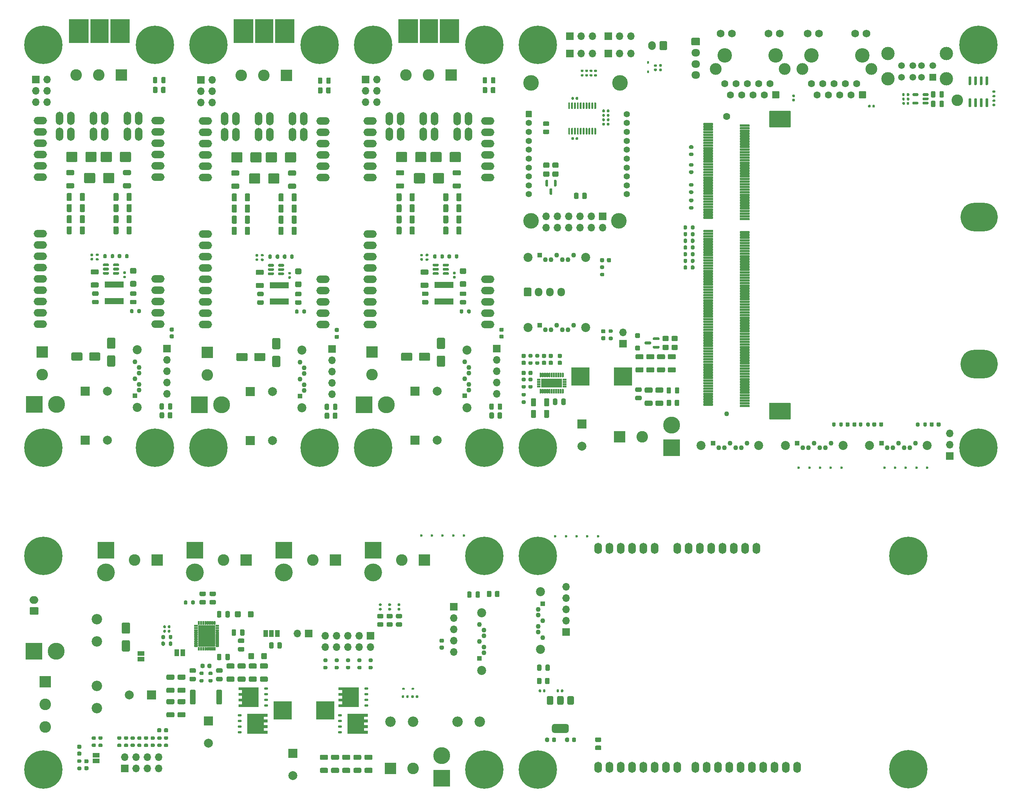
<source format=gts>
G04 #@! TF.GenerationSoftware,KiCad,Pcbnew,8.0.4+1*
G04 #@! TF.CreationDate,2024-10-19T14:18:40+00:00*
G04 #@! TF.ProjectId,hw-openmower-universal,68772d6f-7065-46e6-9d6f-7765722d756e,rev?*
G04 #@! TF.SameCoordinates,Original*
G04 #@! TF.FileFunction,Soldermask,Top*
G04 #@! TF.FilePolarity,Negative*
%FSLAX46Y46*%
G04 Gerber Fmt 4.6, Leading zero omitted, Abs format (unit mm)*
G04 Created by KiCad (PCBNEW 8.0.4+1) date 2024-10-19 14:18:40*
%MOMM*%
%LPD*%
G01*
G04 APERTURE LIST*
%ADD10C,0.100000*%
%ADD11C,0.010000*%
%ADD12R,1.700000X1.700000*%
%ADD13O,1.700000X1.700000*%
%ADD14R,1.100000X1.100000*%
%ADD15C,1.100000*%
%ADD16C,2.025000*%
%ADD17C,0.600000*%
%ADD18C,0.900000*%
%ADD19C,8.600000*%
%ADD20R,2.000000X2.000000*%
%ADD21C,2.000000*%
%ADD22R,4.200000X1.400000*%
%ADD23O,1.700000X2.000000*%
%ADD24R,2.600000X2.600000*%
%ADD25C,2.600000*%
%ADD26O,1.950000X1.700000*%
%ADD27R,1.000000X1.500000*%
%ADD28C,1.412000*%
%ADD29R,3.800000X3.800000*%
%ADD30C,4.000000*%
%ADD31O,1.727200X2.500000*%
%ADD32C,3.800000*%
%ADD33R,4.100000X4.100000*%
%ADD34R,1.500000X1.500000*%
%ADD35C,1.500000*%
%ADD36C,3.000000*%
%ADD37O,3.000000X1.700000*%
%ADD38O,1.700000X3.000000*%
%ADD39R,1.500000X1.000000*%
%ADD40C,3.250000*%
%ADD41C,1.602000*%
%ADD42C,1.734000*%
%ADD43C,2.649000*%
%ADD44O,1.700000X1.950000*%
%ADD45C,2.350000*%
%ADD46C,3.500000*%
%ADD47C,1.600000*%
%ADD48O,8.400000X6.400000*%
%ADD49O,2.000000X1.700000*%
G04 APERTURE END LIST*
D10*
X97500000Y-19250000D02*
X101500000Y-19250000D01*
X101500000Y-24500000D01*
X97500000Y-24500000D01*
X97500000Y-19250000D01*
G36*
X97500000Y-19250000D02*
G01*
X101500000Y-19250000D01*
X101500000Y-24500000D01*
X97500000Y-24500000D01*
X97500000Y-19250000D01*
G37*
X60500000Y-19250000D02*
X64500000Y-19250000D01*
X64500000Y-24500000D01*
X60500000Y-24500000D01*
X60500000Y-19250000D01*
G36*
X60500000Y-19250000D02*
G01*
X64500000Y-19250000D01*
X64500000Y-24500000D01*
X60500000Y-24500000D01*
X60500000Y-19250000D01*
G37*
X65000000Y-19250000D02*
X69250000Y-19250000D01*
X69250000Y-24500000D01*
X65000000Y-24500000D01*
X65000000Y-19250000D01*
G36*
X65000000Y-19250000D02*
G01*
X69250000Y-19250000D01*
X69250000Y-24500000D01*
X65000000Y-24500000D01*
X65000000Y-19250000D01*
G37*
X92750000Y-19250000D02*
X97000000Y-19250000D01*
X97000000Y-24500000D01*
X92750000Y-24500000D01*
X92750000Y-19250000D01*
G36*
X92750000Y-19250000D02*
G01*
X97000000Y-19250000D01*
X97000000Y-24500000D01*
X92750000Y-24500000D01*
X92750000Y-19250000D01*
G37*
X102000000Y-19250000D02*
X106250000Y-19250000D01*
X106250000Y-24500000D01*
X102000000Y-24500000D01*
X102000000Y-19250000D01*
G36*
X102000000Y-19250000D02*
G01*
X106250000Y-19250000D01*
X106250000Y-24500000D01*
X102000000Y-24500000D01*
X102000000Y-19250000D01*
G37*
X55750000Y-19250000D02*
X60000000Y-19250000D01*
X60000000Y-24500000D01*
X55750000Y-24500000D01*
X55750000Y-19250000D01*
G36*
X55750000Y-19250000D02*
G01*
X60000000Y-19250000D01*
X60000000Y-24500000D01*
X55750000Y-24500000D01*
X55750000Y-19250000D01*
G37*
X129750000Y-19250000D02*
X134000000Y-19250000D01*
X134000000Y-24500000D01*
X129750000Y-24500000D01*
X129750000Y-19250000D01*
G36*
X129750000Y-19250000D02*
G01*
X134000000Y-19250000D01*
X134000000Y-24500000D01*
X129750000Y-24500000D01*
X129750000Y-19250000D01*
G37*
X134500000Y-19250000D02*
X138500000Y-19250000D01*
X138500000Y-24500000D01*
X134500000Y-24500000D01*
X134500000Y-19250000D01*
G36*
X134500000Y-19250000D02*
G01*
X138500000Y-19250000D01*
X138500000Y-24500000D01*
X134500000Y-24500000D01*
X134500000Y-19250000D01*
G37*
X139000000Y-19250000D02*
X143250000Y-19250000D01*
X143250000Y-24500000D01*
X139000000Y-24500000D01*
X139000000Y-19250000D01*
G36*
X139000000Y-19250000D02*
G01*
X143250000Y-19250000D01*
X143250000Y-24500000D01*
X139000000Y-24500000D01*
X139000000Y-19250000D01*
G37*
D11*
X84463000Y-155256000D02*
X84469000Y-155256000D01*
X84475000Y-155258000D01*
X84481000Y-155259000D01*
X84487000Y-155261000D01*
X84493000Y-155263000D01*
X84499000Y-155265000D01*
X84504000Y-155268000D01*
X84510000Y-155271000D01*
X84515000Y-155274000D01*
X84521000Y-155278000D01*
X84526000Y-155282000D01*
X84530000Y-155286000D01*
X84535000Y-155290000D01*
X84539000Y-155295000D01*
X84543000Y-155299000D01*
X84547000Y-155304000D01*
X84551000Y-155310000D01*
X84554000Y-155315000D01*
X84557000Y-155321000D01*
X84560000Y-155326000D01*
X84562000Y-155332000D01*
X84564000Y-155338000D01*
X84566000Y-155344000D01*
X84567000Y-155350000D01*
X84569000Y-155356000D01*
X84569000Y-155362000D01*
X84570000Y-155369000D01*
X84570000Y-155375000D01*
X84570000Y-155525000D01*
X84570000Y-155531000D01*
X84569000Y-155538000D01*
X84569000Y-155544000D01*
X84567000Y-155550000D01*
X84566000Y-155556000D01*
X84564000Y-155562000D01*
X84562000Y-155568000D01*
X84560000Y-155574000D01*
X84557000Y-155579000D01*
X84554000Y-155585000D01*
X84551000Y-155590000D01*
X84547000Y-155596000D01*
X84543000Y-155601000D01*
X84539000Y-155605000D01*
X84535000Y-155610000D01*
X84530000Y-155614000D01*
X84526000Y-155618000D01*
X84521000Y-155622000D01*
X84515000Y-155626000D01*
X84510000Y-155629000D01*
X84504000Y-155632000D01*
X84499000Y-155635000D01*
X84493000Y-155637000D01*
X84487000Y-155639000D01*
X84481000Y-155641000D01*
X84475000Y-155642000D01*
X84469000Y-155644000D01*
X84463000Y-155644000D01*
X84456000Y-155645000D01*
X84450000Y-155645000D01*
X83950000Y-155645000D01*
X83944000Y-155645000D01*
X83937000Y-155644000D01*
X83931000Y-155644000D01*
X83925000Y-155642000D01*
X83919000Y-155641000D01*
X83913000Y-155639000D01*
X83907000Y-155637000D01*
X83901000Y-155635000D01*
X83896000Y-155632000D01*
X83890000Y-155629000D01*
X83885000Y-155626000D01*
X83879000Y-155622000D01*
X83874000Y-155618000D01*
X83870000Y-155614000D01*
X83865000Y-155610000D01*
X83861000Y-155605000D01*
X83857000Y-155601000D01*
X83853000Y-155596000D01*
X83849000Y-155590000D01*
X83846000Y-155585000D01*
X83843000Y-155579000D01*
X83840000Y-155574000D01*
X83838000Y-155568000D01*
X83836000Y-155562000D01*
X83834000Y-155556000D01*
X83833000Y-155550000D01*
X83831000Y-155544000D01*
X83831000Y-155538000D01*
X83830000Y-155531000D01*
X83830000Y-155525000D01*
X83830000Y-155375000D01*
X83830000Y-155369000D01*
X83831000Y-155362000D01*
X83831000Y-155356000D01*
X83833000Y-155350000D01*
X83834000Y-155344000D01*
X83836000Y-155338000D01*
X83838000Y-155332000D01*
X83840000Y-155326000D01*
X83843000Y-155321000D01*
X83846000Y-155315000D01*
X83849000Y-155310000D01*
X83853000Y-155304000D01*
X83857000Y-155299000D01*
X83861000Y-155295000D01*
X83865000Y-155290000D01*
X83870000Y-155286000D01*
X83874000Y-155282000D01*
X83879000Y-155278000D01*
X83885000Y-155274000D01*
X83890000Y-155271000D01*
X83896000Y-155268000D01*
X83901000Y-155265000D01*
X83907000Y-155263000D01*
X83913000Y-155261000D01*
X83919000Y-155259000D01*
X83925000Y-155258000D01*
X83931000Y-155256000D01*
X83937000Y-155256000D01*
X83944000Y-155255000D01*
X83950000Y-155255000D01*
X84450000Y-155255000D01*
X84456000Y-155255000D01*
X84463000Y-155256000D01*
G36*
X84463000Y-155256000D02*
G01*
X84469000Y-155256000D01*
X84475000Y-155258000D01*
X84481000Y-155259000D01*
X84487000Y-155261000D01*
X84493000Y-155263000D01*
X84499000Y-155265000D01*
X84504000Y-155268000D01*
X84510000Y-155271000D01*
X84515000Y-155274000D01*
X84521000Y-155278000D01*
X84526000Y-155282000D01*
X84530000Y-155286000D01*
X84535000Y-155290000D01*
X84539000Y-155295000D01*
X84543000Y-155299000D01*
X84547000Y-155304000D01*
X84551000Y-155310000D01*
X84554000Y-155315000D01*
X84557000Y-155321000D01*
X84560000Y-155326000D01*
X84562000Y-155332000D01*
X84564000Y-155338000D01*
X84566000Y-155344000D01*
X84567000Y-155350000D01*
X84569000Y-155356000D01*
X84569000Y-155362000D01*
X84570000Y-155369000D01*
X84570000Y-155375000D01*
X84570000Y-155525000D01*
X84570000Y-155531000D01*
X84569000Y-155538000D01*
X84569000Y-155544000D01*
X84567000Y-155550000D01*
X84566000Y-155556000D01*
X84564000Y-155562000D01*
X84562000Y-155568000D01*
X84560000Y-155574000D01*
X84557000Y-155579000D01*
X84554000Y-155585000D01*
X84551000Y-155590000D01*
X84547000Y-155596000D01*
X84543000Y-155601000D01*
X84539000Y-155605000D01*
X84535000Y-155610000D01*
X84530000Y-155614000D01*
X84526000Y-155618000D01*
X84521000Y-155622000D01*
X84515000Y-155626000D01*
X84510000Y-155629000D01*
X84504000Y-155632000D01*
X84499000Y-155635000D01*
X84493000Y-155637000D01*
X84487000Y-155639000D01*
X84481000Y-155641000D01*
X84475000Y-155642000D01*
X84469000Y-155644000D01*
X84463000Y-155644000D01*
X84456000Y-155645000D01*
X84450000Y-155645000D01*
X83950000Y-155645000D01*
X83944000Y-155645000D01*
X83937000Y-155644000D01*
X83931000Y-155644000D01*
X83925000Y-155642000D01*
X83919000Y-155641000D01*
X83913000Y-155639000D01*
X83907000Y-155637000D01*
X83901000Y-155635000D01*
X83896000Y-155632000D01*
X83890000Y-155629000D01*
X83885000Y-155626000D01*
X83879000Y-155622000D01*
X83874000Y-155618000D01*
X83870000Y-155614000D01*
X83865000Y-155610000D01*
X83861000Y-155605000D01*
X83857000Y-155601000D01*
X83853000Y-155596000D01*
X83849000Y-155590000D01*
X83846000Y-155585000D01*
X83843000Y-155579000D01*
X83840000Y-155574000D01*
X83838000Y-155568000D01*
X83836000Y-155562000D01*
X83834000Y-155556000D01*
X83833000Y-155550000D01*
X83831000Y-155544000D01*
X83831000Y-155538000D01*
X83830000Y-155531000D01*
X83830000Y-155525000D01*
X83830000Y-155375000D01*
X83830000Y-155369000D01*
X83831000Y-155362000D01*
X83831000Y-155356000D01*
X83833000Y-155350000D01*
X83834000Y-155344000D01*
X83836000Y-155338000D01*
X83838000Y-155332000D01*
X83840000Y-155326000D01*
X83843000Y-155321000D01*
X83846000Y-155315000D01*
X83849000Y-155310000D01*
X83853000Y-155304000D01*
X83857000Y-155299000D01*
X83861000Y-155295000D01*
X83865000Y-155290000D01*
X83870000Y-155286000D01*
X83874000Y-155282000D01*
X83879000Y-155278000D01*
X83885000Y-155274000D01*
X83890000Y-155271000D01*
X83896000Y-155268000D01*
X83901000Y-155265000D01*
X83907000Y-155263000D01*
X83913000Y-155261000D01*
X83919000Y-155259000D01*
X83925000Y-155258000D01*
X83931000Y-155256000D01*
X83937000Y-155256000D01*
X83944000Y-155255000D01*
X83950000Y-155255000D01*
X84450000Y-155255000D01*
X84456000Y-155255000D01*
X84463000Y-155256000D01*
G37*
X84463000Y-155756000D02*
X84469000Y-155756000D01*
X84475000Y-155758000D01*
X84481000Y-155759000D01*
X84487000Y-155761000D01*
X84493000Y-155763000D01*
X84499000Y-155765000D01*
X84504000Y-155768000D01*
X84510000Y-155771000D01*
X84515000Y-155774000D01*
X84521000Y-155778000D01*
X84526000Y-155782000D01*
X84530000Y-155786000D01*
X84535000Y-155790000D01*
X84539000Y-155795000D01*
X84543000Y-155799000D01*
X84547000Y-155804000D01*
X84551000Y-155810000D01*
X84554000Y-155815000D01*
X84557000Y-155821000D01*
X84560000Y-155826000D01*
X84562000Y-155832000D01*
X84564000Y-155838000D01*
X84566000Y-155844000D01*
X84567000Y-155850000D01*
X84569000Y-155856000D01*
X84569000Y-155862000D01*
X84570000Y-155869000D01*
X84570000Y-155875000D01*
X84570000Y-156025000D01*
X84570000Y-156031000D01*
X84569000Y-156038000D01*
X84569000Y-156044000D01*
X84567000Y-156050000D01*
X84566000Y-156056000D01*
X84564000Y-156062000D01*
X84562000Y-156068000D01*
X84560000Y-156074000D01*
X84557000Y-156079000D01*
X84554000Y-156085000D01*
X84551000Y-156090000D01*
X84547000Y-156096000D01*
X84543000Y-156101000D01*
X84539000Y-156105000D01*
X84535000Y-156110000D01*
X84530000Y-156114000D01*
X84526000Y-156118000D01*
X84521000Y-156122000D01*
X84515000Y-156126000D01*
X84510000Y-156129000D01*
X84504000Y-156132000D01*
X84499000Y-156135000D01*
X84493000Y-156137000D01*
X84487000Y-156139000D01*
X84481000Y-156141000D01*
X84475000Y-156142000D01*
X84469000Y-156144000D01*
X84463000Y-156144000D01*
X84456000Y-156145000D01*
X84450000Y-156145000D01*
X83950000Y-156145000D01*
X83944000Y-156145000D01*
X83937000Y-156144000D01*
X83931000Y-156144000D01*
X83925000Y-156142000D01*
X83919000Y-156141000D01*
X83913000Y-156139000D01*
X83907000Y-156137000D01*
X83901000Y-156135000D01*
X83896000Y-156132000D01*
X83890000Y-156129000D01*
X83885000Y-156126000D01*
X83879000Y-156122000D01*
X83874000Y-156118000D01*
X83870000Y-156114000D01*
X83865000Y-156110000D01*
X83861000Y-156105000D01*
X83857000Y-156101000D01*
X83853000Y-156096000D01*
X83849000Y-156090000D01*
X83846000Y-156085000D01*
X83843000Y-156079000D01*
X83840000Y-156074000D01*
X83838000Y-156068000D01*
X83836000Y-156062000D01*
X83834000Y-156056000D01*
X83833000Y-156050000D01*
X83831000Y-156044000D01*
X83831000Y-156038000D01*
X83830000Y-156031000D01*
X83830000Y-156025000D01*
X83830000Y-155875000D01*
X83830000Y-155869000D01*
X83831000Y-155862000D01*
X83831000Y-155856000D01*
X83833000Y-155850000D01*
X83834000Y-155844000D01*
X83836000Y-155838000D01*
X83838000Y-155832000D01*
X83840000Y-155826000D01*
X83843000Y-155821000D01*
X83846000Y-155815000D01*
X83849000Y-155810000D01*
X83853000Y-155804000D01*
X83857000Y-155799000D01*
X83861000Y-155795000D01*
X83865000Y-155790000D01*
X83870000Y-155786000D01*
X83874000Y-155782000D01*
X83879000Y-155778000D01*
X83885000Y-155774000D01*
X83890000Y-155771000D01*
X83896000Y-155768000D01*
X83901000Y-155765000D01*
X83907000Y-155763000D01*
X83913000Y-155761000D01*
X83919000Y-155759000D01*
X83925000Y-155758000D01*
X83931000Y-155756000D01*
X83937000Y-155756000D01*
X83944000Y-155755000D01*
X83950000Y-155755000D01*
X84450000Y-155755000D01*
X84456000Y-155755000D01*
X84463000Y-155756000D01*
G36*
X84463000Y-155756000D02*
G01*
X84469000Y-155756000D01*
X84475000Y-155758000D01*
X84481000Y-155759000D01*
X84487000Y-155761000D01*
X84493000Y-155763000D01*
X84499000Y-155765000D01*
X84504000Y-155768000D01*
X84510000Y-155771000D01*
X84515000Y-155774000D01*
X84521000Y-155778000D01*
X84526000Y-155782000D01*
X84530000Y-155786000D01*
X84535000Y-155790000D01*
X84539000Y-155795000D01*
X84543000Y-155799000D01*
X84547000Y-155804000D01*
X84551000Y-155810000D01*
X84554000Y-155815000D01*
X84557000Y-155821000D01*
X84560000Y-155826000D01*
X84562000Y-155832000D01*
X84564000Y-155838000D01*
X84566000Y-155844000D01*
X84567000Y-155850000D01*
X84569000Y-155856000D01*
X84569000Y-155862000D01*
X84570000Y-155869000D01*
X84570000Y-155875000D01*
X84570000Y-156025000D01*
X84570000Y-156031000D01*
X84569000Y-156038000D01*
X84569000Y-156044000D01*
X84567000Y-156050000D01*
X84566000Y-156056000D01*
X84564000Y-156062000D01*
X84562000Y-156068000D01*
X84560000Y-156074000D01*
X84557000Y-156079000D01*
X84554000Y-156085000D01*
X84551000Y-156090000D01*
X84547000Y-156096000D01*
X84543000Y-156101000D01*
X84539000Y-156105000D01*
X84535000Y-156110000D01*
X84530000Y-156114000D01*
X84526000Y-156118000D01*
X84521000Y-156122000D01*
X84515000Y-156126000D01*
X84510000Y-156129000D01*
X84504000Y-156132000D01*
X84499000Y-156135000D01*
X84493000Y-156137000D01*
X84487000Y-156139000D01*
X84481000Y-156141000D01*
X84475000Y-156142000D01*
X84469000Y-156144000D01*
X84463000Y-156144000D01*
X84456000Y-156145000D01*
X84450000Y-156145000D01*
X83950000Y-156145000D01*
X83944000Y-156145000D01*
X83937000Y-156144000D01*
X83931000Y-156144000D01*
X83925000Y-156142000D01*
X83919000Y-156141000D01*
X83913000Y-156139000D01*
X83907000Y-156137000D01*
X83901000Y-156135000D01*
X83896000Y-156132000D01*
X83890000Y-156129000D01*
X83885000Y-156126000D01*
X83879000Y-156122000D01*
X83874000Y-156118000D01*
X83870000Y-156114000D01*
X83865000Y-156110000D01*
X83861000Y-156105000D01*
X83857000Y-156101000D01*
X83853000Y-156096000D01*
X83849000Y-156090000D01*
X83846000Y-156085000D01*
X83843000Y-156079000D01*
X83840000Y-156074000D01*
X83838000Y-156068000D01*
X83836000Y-156062000D01*
X83834000Y-156056000D01*
X83833000Y-156050000D01*
X83831000Y-156044000D01*
X83831000Y-156038000D01*
X83830000Y-156031000D01*
X83830000Y-156025000D01*
X83830000Y-155875000D01*
X83830000Y-155869000D01*
X83831000Y-155862000D01*
X83831000Y-155856000D01*
X83833000Y-155850000D01*
X83834000Y-155844000D01*
X83836000Y-155838000D01*
X83838000Y-155832000D01*
X83840000Y-155826000D01*
X83843000Y-155821000D01*
X83846000Y-155815000D01*
X83849000Y-155810000D01*
X83853000Y-155804000D01*
X83857000Y-155799000D01*
X83861000Y-155795000D01*
X83865000Y-155790000D01*
X83870000Y-155786000D01*
X83874000Y-155782000D01*
X83879000Y-155778000D01*
X83885000Y-155774000D01*
X83890000Y-155771000D01*
X83896000Y-155768000D01*
X83901000Y-155765000D01*
X83907000Y-155763000D01*
X83913000Y-155761000D01*
X83919000Y-155759000D01*
X83925000Y-155758000D01*
X83931000Y-155756000D01*
X83937000Y-155756000D01*
X83944000Y-155755000D01*
X83950000Y-155755000D01*
X84450000Y-155755000D01*
X84456000Y-155755000D01*
X84463000Y-155756000D01*
G37*
X84463000Y-156256000D02*
X84469000Y-156256000D01*
X84475000Y-156258000D01*
X84481000Y-156259000D01*
X84487000Y-156261000D01*
X84493000Y-156263000D01*
X84499000Y-156265000D01*
X84504000Y-156268000D01*
X84510000Y-156271000D01*
X84515000Y-156274000D01*
X84521000Y-156278000D01*
X84526000Y-156282000D01*
X84530000Y-156286000D01*
X84535000Y-156290000D01*
X84539000Y-156295000D01*
X84543000Y-156299000D01*
X84547000Y-156304000D01*
X84551000Y-156310000D01*
X84554000Y-156315000D01*
X84557000Y-156321000D01*
X84560000Y-156326000D01*
X84562000Y-156332000D01*
X84564000Y-156338000D01*
X84566000Y-156344000D01*
X84567000Y-156350000D01*
X84569000Y-156356000D01*
X84569000Y-156362000D01*
X84570000Y-156369000D01*
X84570000Y-156375000D01*
X84570000Y-156525000D01*
X84570000Y-156531000D01*
X84569000Y-156538000D01*
X84569000Y-156544000D01*
X84567000Y-156550000D01*
X84566000Y-156556000D01*
X84564000Y-156562000D01*
X84562000Y-156568000D01*
X84560000Y-156574000D01*
X84557000Y-156579000D01*
X84554000Y-156585000D01*
X84551000Y-156590000D01*
X84547000Y-156596000D01*
X84543000Y-156601000D01*
X84539000Y-156605000D01*
X84535000Y-156610000D01*
X84530000Y-156614000D01*
X84526000Y-156618000D01*
X84521000Y-156622000D01*
X84515000Y-156626000D01*
X84510000Y-156629000D01*
X84504000Y-156632000D01*
X84499000Y-156635000D01*
X84493000Y-156637000D01*
X84487000Y-156639000D01*
X84481000Y-156641000D01*
X84475000Y-156642000D01*
X84469000Y-156644000D01*
X84463000Y-156644000D01*
X84456000Y-156645000D01*
X84450000Y-156645000D01*
X83950000Y-156645000D01*
X83944000Y-156645000D01*
X83937000Y-156644000D01*
X83931000Y-156644000D01*
X83925000Y-156642000D01*
X83919000Y-156641000D01*
X83913000Y-156639000D01*
X83907000Y-156637000D01*
X83901000Y-156635000D01*
X83896000Y-156632000D01*
X83890000Y-156629000D01*
X83885000Y-156626000D01*
X83879000Y-156622000D01*
X83874000Y-156618000D01*
X83870000Y-156614000D01*
X83865000Y-156610000D01*
X83861000Y-156605000D01*
X83857000Y-156601000D01*
X83853000Y-156596000D01*
X83849000Y-156590000D01*
X83846000Y-156585000D01*
X83843000Y-156579000D01*
X83840000Y-156574000D01*
X83838000Y-156568000D01*
X83836000Y-156562000D01*
X83834000Y-156556000D01*
X83833000Y-156550000D01*
X83831000Y-156544000D01*
X83831000Y-156538000D01*
X83830000Y-156531000D01*
X83830000Y-156525000D01*
X83830000Y-156375000D01*
X83830000Y-156369000D01*
X83831000Y-156362000D01*
X83831000Y-156356000D01*
X83833000Y-156350000D01*
X83834000Y-156344000D01*
X83836000Y-156338000D01*
X83838000Y-156332000D01*
X83840000Y-156326000D01*
X83843000Y-156321000D01*
X83846000Y-156315000D01*
X83849000Y-156310000D01*
X83853000Y-156304000D01*
X83857000Y-156299000D01*
X83861000Y-156295000D01*
X83865000Y-156290000D01*
X83870000Y-156286000D01*
X83874000Y-156282000D01*
X83879000Y-156278000D01*
X83885000Y-156274000D01*
X83890000Y-156271000D01*
X83896000Y-156268000D01*
X83901000Y-156265000D01*
X83907000Y-156263000D01*
X83913000Y-156261000D01*
X83919000Y-156259000D01*
X83925000Y-156258000D01*
X83931000Y-156256000D01*
X83937000Y-156256000D01*
X83944000Y-156255000D01*
X83950000Y-156255000D01*
X84450000Y-156255000D01*
X84456000Y-156255000D01*
X84463000Y-156256000D01*
G36*
X84463000Y-156256000D02*
G01*
X84469000Y-156256000D01*
X84475000Y-156258000D01*
X84481000Y-156259000D01*
X84487000Y-156261000D01*
X84493000Y-156263000D01*
X84499000Y-156265000D01*
X84504000Y-156268000D01*
X84510000Y-156271000D01*
X84515000Y-156274000D01*
X84521000Y-156278000D01*
X84526000Y-156282000D01*
X84530000Y-156286000D01*
X84535000Y-156290000D01*
X84539000Y-156295000D01*
X84543000Y-156299000D01*
X84547000Y-156304000D01*
X84551000Y-156310000D01*
X84554000Y-156315000D01*
X84557000Y-156321000D01*
X84560000Y-156326000D01*
X84562000Y-156332000D01*
X84564000Y-156338000D01*
X84566000Y-156344000D01*
X84567000Y-156350000D01*
X84569000Y-156356000D01*
X84569000Y-156362000D01*
X84570000Y-156369000D01*
X84570000Y-156375000D01*
X84570000Y-156525000D01*
X84570000Y-156531000D01*
X84569000Y-156538000D01*
X84569000Y-156544000D01*
X84567000Y-156550000D01*
X84566000Y-156556000D01*
X84564000Y-156562000D01*
X84562000Y-156568000D01*
X84560000Y-156574000D01*
X84557000Y-156579000D01*
X84554000Y-156585000D01*
X84551000Y-156590000D01*
X84547000Y-156596000D01*
X84543000Y-156601000D01*
X84539000Y-156605000D01*
X84535000Y-156610000D01*
X84530000Y-156614000D01*
X84526000Y-156618000D01*
X84521000Y-156622000D01*
X84515000Y-156626000D01*
X84510000Y-156629000D01*
X84504000Y-156632000D01*
X84499000Y-156635000D01*
X84493000Y-156637000D01*
X84487000Y-156639000D01*
X84481000Y-156641000D01*
X84475000Y-156642000D01*
X84469000Y-156644000D01*
X84463000Y-156644000D01*
X84456000Y-156645000D01*
X84450000Y-156645000D01*
X83950000Y-156645000D01*
X83944000Y-156645000D01*
X83937000Y-156644000D01*
X83931000Y-156644000D01*
X83925000Y-156642000D01*
X83919000Y-156641000D01*
X83913000Y-156639000D01*
X83907000Y-156637000D01*
X83901000Y-156635000D01*
X83896000Y-156632000D01*
X83890000Y-156629000D01*
X83885000Y-156626000D01*
X83879000Y-156622000D01*
X83874000Y-156618000D01*
X83870000Y-156614000D01*
X83865000Y-156610000D01*
X83861000Y-156605000D01*
X83857000Y-156601000D01*
X83853000Y-156596000D01*
X83849000Y-156590000D01*
X83846000Y-156585000D01*
X83843000Y-156579000D01*
X83840000Y-156574000D01*
X83838000Y-156568000D01*
X83836000Y-156562000D01*
X83834000Y-156556000D01*
X83833000Y-156550000D01*
X83831000Y-156544000D01*
X83831000Y-156538000D01*
X83830000Y-156531000D01*
X83830000Y-156525000D01*
X83830000Y-156375000D01*
X83830000Y-156369000D01*
X83831000Y-156362000D01*
X83831000Y-156356000D01*
X83833000Y-156350000D01*
X83834000Y-156344000D01*
X83836000Y-156338000D01*
X83838000Y-156332000D01*
X83840000Y-156326000D01*
X83843000Y-156321000D01*
X83846000Y-156315000D01*
X83849000Y-156310000D01*
X83853000Y-156304000D01*
X83857000Y-156299000D01*
X83861000Y-156295000D01*
X83865000Y-156290000D01*
X83870000Y-156286000D01*
X83874000Y-156282000D01*
X83879000Y-156278000D01*
X83885000Y-156274000D01*
X83890000Y-156271000D01*
X83896000Y-156268000D01*
X83901000Y-156265000D01*
X83907000Y-156263000D01*
X83913000Y-156261000D01*
X83919000Y-156259000D01*
X83925000Y-156258000D01*
X83931000Y-156256000D01*
X83937000Y-156256000D01*
X83944000Y-156255000D01*
X83950000Y-156255000D01*
X84450000Y-156255000D01*
X84456000Y-156255000D01*
X84463000Y-156256000D01*
G37*
X84463000Y-156756000D02*
X84469000Y-156756000D01*
X84475000Y-156758000D01*
X84481000Y-156759000D01*
X84487000Y-156761000D01*
X84493000Y-156763000D01*
X84499000Y-156765000D01*
X84504000Y-156768000D01*
X84510000Y-156771000D01*
X84515000Y-156774000D01*
X84521000Y-156778000D01*
X84526000Y-156782000D01*
X84530000Y-156786000D01*
X84535000Y-156790000D01*
X84539000Y-156795000D01*
X84543000Y-156799000D01*
X84547000Y-156804000D01*
X84551000Y-156810000D01*
X84554000Y-156815000D01*
X84557000Y-156821000D01*
X84560000Y-156826000D01*
X84562000Y-156832000D01*
X84564000Y-156838000D01*
X84566000Y-156844000D01*
X84567000Y-156850000D01*
X84569000Y-156856000D01*
X84569000Y-156862000D01*
X84570000Y-156869000D01*
X84570000Y-156875000D01*
X84570000Y-157025000D01*
X84570000Y-157031000D01*
X84569000Y-157038000D01*
X84569000Y-157044000D01*
X84567000Y-157050000D01*
X84566000Y-157056000D01*
X84564000Y-157062000D01*
X84562000Y-157068000D01*
X84560000Y-157074000D01*
X84557000Y-157079000D01*
X84554000Y-157085000D01*
X84551000Y-157090000D01*
X84547000Y-157096000D01*
X84543000Y-157101000D01*
X84539000Y-157105000D01*
X84535000Y-157110000D01*
X84530000Y-157114000D01*
X84526000Y-157118000D01*
X84521000Y-157122000D01*
X84515000Y-157126000D01*
X84510000Y-157129000D01*
X84504000Y-157132000D01*
X84499000Y-157135000D01*
X84493000Y-157137000D01*
X84487000Y-157139000D01*
X84481000Y-157141000D01*
X84475000Y-157142000D01*
X84469000Y-157144000D01*
X84463000Y-157144000D01*
X84456000Y-157145000D01*
X84450000Y-157145000D01*
X83950000Y-157145000D01*
X83944000Y-157145000D01*
X83937000Y-157144000D01*
X83931000Y-157144000D01*
X83925000Y-157142000D01*
X83919000Y-157141000D01*
X83913000Y-157139000D01*
X83907000Y-157137000D01*
X83901000Y-157135000D01*
X83896000Y-157132000D01*
X83890000Y-157129000D01*
X83885000Y-157126000D01*
X83879000Y-157122000D01*
X83874000Y-157118000D01*
X83870000Y-157114000D01*
X83865000Y-157110000D01*
X83861000Y-157105000D01*
X83857000Y-157101000D01*
X83853000Y-157096000D01*
X83849000Y-157090000D01*
X83846000Y-157085000D01*
X83843000Y-157079000D01*
X83840000Y-157074000D01*
X83838000Y-157068000D01*
X83836000Y-157062000D01*
X83834000Y-157056000D01*
X83833000Y-157050000D01*
X83831000Y-157044000D01*
X83831000Y-157038000D01*
X83830000Y-157031000D01*
X83830000Y-157025000D01*
X83830000Y-156875000D01*
X83830000Y-156869000D01*
X83831000Y-156862000D01*
X83831000Y-156856000D01*
X83833000Y-156850000D01*
X83834000Y-156844000D01*
X83836000Y-156838000D01*
X83838000Y-156832000D01*
X83840000Y-156826000D01*
X83843000Y-156821000D01*
X83846000Y-156815000D01*
X83849000Y-156810000D01*
X83853000Y-156804000D01*
X83857000Y-156799000D01*
X83861000Y-156795000D01*
X83865000Y-156790000D01*
X83870000Y-156786000D01*
X83874000Y-156782000D01*
X83879000Y-156778000D01*
X83885000Y-156774000D01*
X83890000Y-156771000D01*
X83896000Y-156768000D01*
X83901000Y-156765000D01*
X83907000Y-156763000D01*
X83913000Y-156761000D01*
X83919000Y-156759000D01*
X83925000Y-156758000D01*
X83931000Y-156756000D01*
X83937000Y-156756000D01*
X83944000Y-156755000D01*
X83950000Y-156755000D01*
X84450000Y-156755000D01*
X84456000Y-156755000D01*
X84463000Y-156756000D01*
G36*
X84463000Y-156756000D02*
G01*
X84469000Y-156756000D01*
X84475000Y-156758000D01*
X84481000Y-156759000D01*
X84487000Y-156761000D01*
X84493000Y-156763000D01*
X84499000Y-156765000D01*
X84504000Y-156768000D01*
X84510000Y-156771000D01*
X84515000Y-156774000D01*
X84521000Y-156778000D01*
X84526000Y-156782000D01*
X84530000Y-156786000D01*
X84535000Y-156790000D01*
X84539000Y-156795000D01*
X84543000Y-156799000D01*
X84547000Y-156804000D01*
X84551000Y-156810000D01*
X84554000Y-156815000D01*
X84557000Y-156821000D01*
X84560000Y-156826000D01*
X84562000Y-156832000D01*
X84564000Y-156838000D01*
X84566000Y-156844000D01*
X84567000Y-156850000D01*
X84569000Y-156856000D01*
X84569000Y-156862000D01*
X84570000Y-156869000D01*
X84570000Y-156875000D01*
X84570000Y-157025000D01*
X84570000Y-157031000D01*
X84569000Y-157038000D01*
X84569000Y-157044000D01*
X84567000Y-157050000D01*
X84566000Y-157056000D01*
X84564000Y-157062000D01*
X84562000Y-157068000D01*
X84560000Y-157074000D01*
X84557000Y-157079000D01*
X84554000Y-157085000D01*
X84551000Y-157090000D01*
X84547000Y-157096000D01*
X84543000Y-157101000D01*
X84539000Y-157105000D01*
X84535000Y-157110000D01*
X84530000Y-157114000D01*
X84526000Y-157118000D01*
X84521000Y-157122000D01*
X84515000Y-157126000D01*
X84510000Y-157129000D01*
X84504000Y-157132000D01*
X84499000Y-157135000D01*
X84493000Y-157137000D01*
X84487000Y-157139000D01*
X84481000Y-157141000D01*
X84475000Y-157142000D01*
X84469000Y-157144000D01*
X84463000Y-157144000D01*
X84456000Y-157145000D01*
X84450000Y-157145000D01*
X83950000Y-157145000D01*
X83944000Y-157145000D01*
X83937000Y-157144000D01*
X83931000Y-157144000D01*
X83925000Y-157142000D01*
X83919000Y-157141000D01*
X83913000Y-157139000D01*
X83907000Y-157137000D01*
X83901000Y-157135000D01*
X83896000Y-157132000D01*
X83890000Y-157129000D01*
X83885000Y-157126000D01*
X83879000Y-157122000D01*
X83874000Y-157118000D01*
X83870000Y-157114000D01*
X83865000Y-157110000D01*
X83861000Y-157105000D01*
X83857000Y-157101000D01*
X83853000Y-157096000D01*
X83849000Y-157090000D01*
X83846000Y-157085000D01*
X83843000Y-157079000D01*
X83840000Y-157074000D01*
X83838000Y-157068000D01*
X83836000Y-157062000D01*
X83834000Y-157056000D01*
X83833000Y-157050000D01*
X83831000Y-157044000D01*
X83831000Y-157038000D01*
X83830000Y-157031000D01*
X83830000Y-157025000D01*
X83830000Y-156875000D01*
X83830000Y-156869000D01*
X83831000Y-156862000D01*
X83831000Y-156856000D01*
X83833000Y-156850000D01*
X83834000Y-156844000D01*
X83836000Y-156838000D01*
X83838000Y-156832000D01*
X83840000Y-156826000D01*
X83843000Y-156821000D01*
X83846000Y-156815000D01*
X83849000Y-156810000D01*
X83853000Y-156804000D01*
X83857000Y-156799000D01*
X83861000Y-156795000D01*
X83865000Y-156790000D01*
X83870000Y-156786000D01*
X83874000Y-156782000D01*
X83879000Y-156778000D01*
X83885000Y-156774000D01*
X83890000Y-156771000D01*
X83896000Y-156768000D01*
X83901000Y-156765000D01*
X83907000Y-156763000D01*
X83913000Y-156761000D01*
X83919000Y-156759000D01*
X83925000Y-156758000D01*
X83931000Y-156756000D01*
X83937000Y-156756000D01*
X83944000Y-156755000D01*
X83950000Y-156755000D01*
X84450000Y-156755000D01*
X84456000Y-156755000D01*
X84463000Y-156756000D01*
G37*
X84463000Y-157256000D02*
X84469000Y-157256000D01*
X84475000Y-157258000D01*
X84481000Y-157259000D01*
X84487000Y-157261000D01*
X84493000Y-157263000D01*
X84499000Y-157265000D01*
X84504000Y-157268000D01*
X84510000Y-157271000D01*
X84515000Y-157274000D01*
X84521000Y-157278000D01*
X84526000Y-157282000D01*
X84530000Y-157286000D01*
X84535000Y-157290000D01*
X84539000Y-157295000D01*
X84543000Y-157299000D01*
X84547000Y-157304000D01*
X84551000Y-157310000D01*
X84554000Y-157315000D01*
X84557000Y-157321000D01*
X84560000Y-157326000D01*
X84562000Y-157332000D01*
X84564000Y-157338000D01*
X84566000Y-157344000D01*
X84567000Y-157350000D01*
X84569000Y-157356000D01*
X84569000Y-157362000D01*
X84570000Y-157369000D01*
X84570000Y-157375000D01*
X84570000Y-157525000D01*
X84570000Y-157531000D01*
X84569000Y-157538000D01*
X84569000Y-157544000D01*
X84567000Y-157550000D01*
X84566000Y-157556000D01*
X84564000Y-157562000D01*
X84562000Y-157568000D01*
X84560000Y-157574000D01*
X84557000Y-157579000D01*
X84554000Y-157585000D01*
X84551000Y-157590000D01*
X84547000Y-157596000D01*
X84543000Y-157601000D01*
X84539000Y-157605000D01*
X84535000Y-157610000D01*
X84530000Y-157614000D01*
X84526000Y-157618000D01*
X84521000Y-157622000D01*
X84515000Y-157626000D01*
X84510000Y-157629000D01*
X84504000Y-157632000D01*
X84499000Y-157635000D01*
X84493000Y-157637000D01*
X84487000Y-157639000D01*
X84481000Y-157641000D01*
X84475000Y-157642000D01*
X84469000Y-157644000D01*
X84463000Y-157644000D01*
X84456000Y-157645000D01*
X84450000Y-157645000D01*
X83950000Y-157645000D01*
X83944000Y-157645000D01*
X83937000Y-157644000D01*
X83931000Y-157644000D01*
X83925000Y-157642000D01*
X83919000Y-157641000D01*
X83913000Y-157639000D01*
X83907000Y-157637000D01*
X83901000Y-157635000D01*
X83896000Y-157632000D01*
X83890000Y-157629000D01*
X83885000Y-157626000D01*
X83879000Y-157622000D01*
X83874000Y-157618000D01*
X83870000Y-157614000D01*
X83865000Y-157610000D01*
X83861000Y-157605000D01*
X83857000Y-157601000D01*
X83853000Y-157596000D01*
X83849000Y-157590000D01*
X83846000Y-157585000D01*
X83843000Y-157579000D01*
X83840000Y-157574000D01*
X83838000Y-157568000D01*
X83836000Y-157562000D01*
X83834000Y-157556000D01*
X83833000Y-157550000D01*
X83831000Y-157544000D01*
X83831000Y-157538000D01*
X83830000Y-157531000D01*
X83830000Y-157525000D01*
X83830000Y-157375000D01*
X83830000Y-157369000D01*
X83831000Y-157362000D01*
X83831000Y-157356000D01*
X83833000Y-157350000D01*
X83834000Y-157344000D01*
X83836000Y-157338000D01*
X83838000Y-157332000D01*
X83840000Y-157326000D01*
X83843000Y-157321000D01*
X83846000Y-157315000D01*
X83849000Y-157310000D01*
X83853000Y-157304000D01*
X83857000Y-157299000D01*
X83861000Y-157295000D01*
X83865000Y-157290000D01*
X83870000Y-157286000D01*
X83874000Y-157282000D01*
X83879000Y-157278000D01*
X83885000Y-157274000D01*
X83890000Y-157271000D01*
X83896000Y-157268000D01*
X83901000Y-157265000D01*
X83907000Y-157263000D01*
X83913000Y-157261000D01*
X83919000Y-157259000D01*
X83925000Y-157258000D01*
X83931000Y-157256000D01*
X83937000Y-157256000D01*
X83944000Y-157255000D01*
X83950000Y-157255000D01*
X84450000Y-157255000D01*
X84456000Y-157255000D01*
X84463000Y-157256000D01*
G36*
X84463000Y-157256000D02*
G01*
X84469000Y-157256000D01*
X84475000Y-157258000D01*
X84481000Y-157259000D01*
X84487000Y-157261000D01*
X84493000Y-157263000D01*
X84499000Y-157265000D01*
X84504000Y-157268000D01*
X84510000Y-157271000D01*
X84515000Y-157274000D01*
X84521000Y-157278000D01*
X84526000Y-157282000D01*
X84530000Y-157286000D01*
X84535000Y-157290000D01*
X84539000Y-157295000D01*
X84543000Y-157299000D01*
X84547000Y-157304000D01*
X84551000Y-157310000D01*
X84554000Y-157315000D01*
X84557000Y-157321000D01*
X84560000Y-157326000D01*
X84562000Y-157332000D01*
X84564000Y-157338000D01*
X84566000Y-157344000D01*
X84567000Y-157350000D01*
X84569000Y-157356000D01*
X84569000Y-157362000D01*
X84570000Y-157369000D01*
X84570000Y-157375000D01*
X84570000Y-157525000D01*
X84570000Y-157531000D01*
X84569000Y-157538000D01*
X84569000Y-157544000D01*
X84567000Y-157550000D01*
X84566000Y-157556000D01*
X84564000Y-157562000D01*
X84562000Y-157568000D01*
X84560000Y-157574000D01*
X84557000Y-157579000D01*
X84554000Y-157585000D01*
X84551000Y-157590000D01*
X84547000Y-157596000D01*
X84543000Y-157601000D01*
X84539000Y-157605000D01*
X84535000Y-157610000D01*
X84530000Y-157614000D01*
X84526000Y-157618000D01*
X84521000Y-157622000D01*
X84515000Y-157626000D01*
X84510000Y-157629000D01*
X84504000Y-157632000D01*
X84499000Y-157635000D01*
X84493000Y-157637000D01*
X84487000Y-157639000D01*
X84481000Y-157641000D01*
X84475000Y-157642000D01*
X84469000Y-157644000D01*
X84463000Y-157644000D01*
X84456000Y-157645000D01*
X84450000Y-157645000D01*
X83950000Y-157645000D01*
X83944000Y-157645000D01*
X83937000Y-157644000D01*
X83931000Y-157644000D01*
X83925000Y-157642000D01*
X83919000Y-157641000D01*
X83913000Y-157639000D01*
X83907000Y-157637000D01*
X83901000Y-157635000D01*
X83896000Y-157632000D01*
X83890000Y-157629000D01*
X83885000Y-157626000D01*
X83879000Y-157622000D01*
X83874000Y-157618000D01*
X83870000Y-157614000D01*
X83865000Y-157610000D01*
X83861000Y-157605000D01*
X83857000Y-157601000D01*
X83853000Y-157596000D01*
X83849000Y-157590000D01*
X83846000Y-157585000D01*
X83843000Y-157579000D01*
X83840000Y-157574000D01*
X83838000Y-157568000D01*
X83836000Y-157562000D01*
X83834000Y-157556000D01*
X83833000Y-157550000D01*
X83831000Y-157544000D01*
X83831000Y-157538000D01*
X83830000Y-157531000D01*
X83830000Y-157525000D01*
X83830000Y-157375000D01*
X83830000Y-157369000D01*
X83831000Y-157362000D01*
X83831000Y-157356000D01*
X83833000Y-157350000D01*
X83834000Y-157344000D01*
X83836000Y-157338000D01*
X83838000Y-157332000D01*
X83840000Y-157326000D01*
X83843000Y-157321000D01*
X83846000Y-157315000D01*
X83849000Y-157310000D01*
X83853000Y-157304000D01*
X83857000Y-157299000D01*
X83861000Y-157295000D01*
X83865000Y-157290000D01*
X83870000Y-157286000D01*
X83874000Y-157282000D01*
X83879000Y-157278000D01*
X83885000Y-157274000D01*
X83890000Y-157271000D01*
X83896000Y-157268000D01*
X83901000Y-157265000D01*
X83907000Y-157263000D01*
X83913000Y-157261000D01*
X83919000Y-157259000D01*
X83925000Y-157258000D01*
X83931000Y-157256000D01*
X83937000Y-157256000D01*
X83944000Y-157255000D01*
X83950000Y-157255000D01*
X84450000Y-157255000D01*
X84456000Y-157255000D01*
X84463000Y-157256000D01*
G37*
X84463000Y-157756000D02*
X84469000Y-157756000D01*
X84475000Y-157758000D01*
X84481000Y-157759000D01*
X84487000Y-157761000D01*
X84493000Y-157763000D01*
X84499000Y-157765000D01*
X84504000Y-157768000D01*
X84510000Y-157771000D01*
X84515000Y-157774000D01*
X84521000Y-157778000D01*
X84526000Y-157782000D01*
X84530000Y-157786000D01*
X84535000Y-157790000D01*
X84539000Y-157795000D01*
X84543000Y-157799000D01*
X84547000Y-157804000D01*
X84551000Y-157810000D01*
X84554000Y-157815000D01*
X84557000Y-157821000D01*
X84560000Y-157826000D01*
X84562000Y-157832000D01*
X84564000Y-157838000D01*
X84566000Y-157844000D01*
X84567000Y-157850000D01*
X84569000Y-157856000D01*
X84569000Y-157862000D01*
X84570000Y-157869000D01*
X84570000Y-157875000D01*
X84570000Y-158025000D01*
X84570000Y-158031000D01*
X84569000Y-158038000D01*
X84569000Y-158044000D01*
X84567000Y-158050000D01*
X84566000Y-158056000D01*
X84564000Y-158062000D01*
X84562000Y-158068000D01*
X84560000Y-158074000D01*
X84557000Y-158079000D01*
X84554000Y-158085000D01*
X84551000Y-158090000D01*
X84547000Y-158096000D01*
X84543000Y-158101000D01*
X84539000Y-158105000D01*
X84535000Y-158110000D01*
X84530000Y-158114000D01*
X84526000Y-158118000D01*
X84521000Y-158122000D01*
X84515000Y-158126000D01*
X84510000Y-158129000D01*
X84504000Y-158132000D01*
X84499000Y-158135000D01*
X84493000Y-158137000D01*
X84487000Y-158139000D01*
X84481000Y-158141000D01*
X84475000Y-158142000D01*
X84469000Y-158144000D01*
X84463000Y-158144000D01*
X84456000Y-158145000D01*
X84450000Y-158145000D01*
X83950000Y-158145000D01*
X83944000Y-158145000D01*
X83937000Y-158144000D01*
X83931000Y-158144000D01*
X83925000Y-158142000D01*
X83919000Y-158141000D01*
X83913000Y-158139000D01*
X83907000Y-158137000D01*
X83901000Y-158135000D01*
X83896000Y-158132000D01*
X83890000Y-158129000D01*
X83885000Y-158126000D01*
X83879000Y-158122000D01*
X83874000Y-158118000D01*
X83870000Y-158114000D01*
X83865000Y-158110000D01*
X83861000Y-158105000D01*
X83857000Y-158101000D01*
X83853000Y-158096000D01*
X83849000Y-158090000D01*
X83846000Y-158085000D01*
X83843000Y-158079000D01*
X83840000Y-158074000D01*
X83838000Y-158068000D01*
X83836000Y-158062000D01*
X83834000Y-158056000D01*
X83833000Y-158050000D01*
X83831000Y-158044000D01*
X83831000Y-158038000D01*
X83830000Y-158031000D01*
X83830000Y-158025000D01*
X83830000Y-157875000D01*
X83830000Y-157869000D01*
X83831000Y-157862000D01*
X83831000Y-157856000D01*
X83833000Y-157850000D01*
X83834000Y-157844000D01*
X83836000Y-157838000D01*
X83838000Y-157832000D01*
X83840000Y-157826000D01*
X83843000Y-157821000D01*
X83846000Y-157815000D01*
X83849000Y-157810000D01*
X83853000Y-157804000D01*
X83857000Y-157799000D01*
X83861000Y-157795000D01*
X83865000Y-157790000D01*
X83870000Y-157786000D01*
X83874000Y-157782000D01*
X83879000Y-157778000D01*
X83885000Y-157774000D01*
X83890000Y-157771000D01*
X83896000Y-157768000D01*
X83901000Y-157765000D01*
X83907000Y-157763000D01*
X83913000Y-157761000D01*
X83919000Y-157759000D01*
X83925000Y-157758000D01*
X83931000Y-157756000D01*
X83937000Y-157756000D01*
X83944000Y-157755000D01*
X83950000Y-157755000D01*
X84450000Y-157755000D01*
X84456000Y-157755000D01*
X84463000Y-157756000D01*
G36*
X84463000Y-157756000D02*
G01*
X84469000Y-157756000D01*
X84475000Y-157758000D01*
X84481000Y-157759000D01*
X84487000Y-157761000D01*
X84493000Y-157763000D01*
X84499000Y-157765000D01*
X84504000Y-157768000D01*
X84510000Y-157771000D01*
X84515000Y-157774000D01*
X84521000Y-157778000D01*
X84526000Y-157782000D01*
X84530000Y-157786000D01*
X84535000Y-157790000D01*
X84539000Y-157795000D01*
X84543000Y-157799000D01*
X84547000Y-157804000D01*
X84551000Y-157810000D01*
X84554000Y-157815000D01*
X84557000Y-157821000D01*
X84560000Y-157826000D01*
X84562000Y-157832000D01*
X84564000Y-157838000D01*
X84566000Y-157844000D01*
X84567000Y-157850000D01*
X84569000Y-157856000D01*
X84569000Y-157862000D01*
X84570000Y-157869000D01*
X84570000Y-157875000D01*
X84570000Y-158025000D01*
X84570000Y-158031000D01*
X84569000Y-158038000D01*
X84569000Y-158044000D01*
X84567000Y-158050000D01*
X84566000Y-158056000D01*
X84564000Y-158062000D01*
X84562000Y-158068000D01*
X84560000Y-158074000D01*
X84557000Y-158079000D01*
X84554000Y-158085000D01*
X84551000Y-158090000D01*
X84547000Y-158096000D01*
X84543000Y-158101000D01*
X84539000Y-158105000D01*
X84535000Y-158110000D01*
X84530000Y-158114000D01*
X84526000Y-158118000D01*
X84521000Y-158122000D01*
X84515000Y-158126000D01*
X84510000Y-158129000D01*
X84504000Y-158132000D01*
X84499000Y-158135000D01*
X84493000Y-158137000D01*
X84487000Y-158139000D01*
X84481000Y-158141000D01*
X84475000Y-158142000D01*
X84469000Y-158144000D01*
X84463000Y-158144000D01*
X84456000Y-158145000D01*
X84450000Y-158145000D01*
X83950000Y-158145000D01*
X83944000Y-158145000D01*
X83937000Y-158144000D01*
X83931000Y-158144000D01*
X83925000Y-158142000D01*
X83919000Y-158141000D01*
X83913000Y-158139000D01*
X83907000Y-158137000D01*
X83901000Y-158135000D01*
X83896000Y-158132000D01*
X83890000Y-158129000D01*
X83885000Y-158126000D01*
X83879000Y-158122000D01*
X83874000Y-158118000D01*
X83870000Y-158114000D01*
X83865000Y-158110000D01*
X83861000Y-158105000D01*
X83857000Y-158101000D01*
X83853000Y-158096000D01*
X83849000Y-158090000D01*
X83846000Y-158085000D01*
X83843000Y-158079000D01*
X83840000Y-158074000D01*
X83838000Y-158068000D01*
X83836000Y-158062000D01*
X83834000Y-158056000D01*
X83833000Y-158050000D01*
X83831000Y-158044000D01*
X83831000Y-158038000D01*
X83830000Y-158031000D01*
X83830000Y-158025000D01*
X83830000Y-157875000D01*
X83830000Y-157869000D01*
X83831000Y-157862000D01*
X83831000Y-157856000D01*
X83833000Y-157850000D01*
X83834000Y-157844000D01*
X83836000Y-157838000D01*
X83838000Y-157832000D01*
X83840000Y-157826000D01*
X83843000Y-157821000D01*
X83846000Y-157815000D01*
X83849000Y-157810000D01*
X83853000Y-157804000D01*
X83857000Y-157799000D01*
X83861000Y-157795000D01*
X83865000Y-157790000D01*
X83870000Y-157786000D01*
X83874000Y-157782000D01*
X83879000Y-157778000D01*
X83885000Y-157774000D01*
X83890000Y-157771000D01*
X83896000Y-157768000D01*
X83901000Y-157765000D01*
X83907000Y-157763000D01*
X83913000Y-157761000D01*
X83919000Y-157759000D01*
X83925000Y-157758000D01*
X83931000Y-157756000D01*
X83937000Y-157756000D01*
X83944000Y-157755000D01*
X83950000Y-157755000D01*
X84450000Y-157755000D01*
X84456000Y-157755000D01*
X84463000Y-157756000D01*
G37*
X84463000Y-158256000D02*
X84469000Y-158256000D01*
X84475000Y-158258000D01*
X84481000Y-158259000D01*
X84487000Y-158261000D01*
X84493000Y-158263000D01*
X84499000Y-158265000D01*
X84504000Y-158268000D01*
X84510000Y-158271000D01*
X84515000Y-158274000D01*
X84521000Y-158278000D01*
X84526000Y-158282000D01*
X84530000Y-158286000D01*
X84535000Y-158290000D01*
X84539000Y-158295000D01*
X84543000Y-158299000D01*
X84547000Y-158304000D01*
X84551000Y-158310000D01*
X84554000Y-158315000D01*
X84557000Y-158321000D01*
X84560000Y-158326000D01*
X84562000Y-158332000D01*
X84564000Y-158338000D01*
X84566000Y-158344000D01*
X84567000Y-158350000D01*
X84569000Y-158356000D01*
X84569000Y-158362000D01*
X84570000Y-158369000D01*
X84570000Y-158375000D01*
X84570000Y-158525000D01*
X84570000Y-158531000D01*
X84569000Y-158538000D01*
X84569000Y-158544000D01*
X84567000Y-158550000D01*
X84566000Y-158556000D01*
X84564000Y-158562000D01*
X84562000Y-158568000D01*
X84560000Y-158574000D01*
X84557000Y-158579000D01*
X84554000Y-158585000D01*
X84551000Y-158590000D01*
X84547000Y-158596000D01*
X84543000Y-158601000D01*
X84539000Y-158605000D01*
X84535000Y-158610000D01*
X84530000Y-158614000D01*
X84526000Y-158618000D01*
X84521000Y-158622000D01*
X84515000Y-158626000D01*
X84510000Y-158629000D01*
X84504000Y-158632000D01*
X84499000Y-158635000D01*
X84493000Y-158637000D01*
X84487000Y-158639000D01*
X84481000Y-158641000D01*
X84475000Y-158642000D01*
X84469000Y-158644000D01*
X84463000Y-158644000D01*
X84456000Y-158645000D01*
X84450000Y-158645000D01*
X83950000Y-158645000D01*
X83944000Y-158645000D01*
X83937000Y-158644000D01*
X83931000Y-158644000D01*
X83925000Y-158642000D01*
X83919000Y-158641000D01*
X83913000Y-158639000D01*
X83907000Y-158637000D01*
X83901000Y-158635000D01*
X83896000Y-158632000D01*
X83890000Y-158629000D01*
X83885000Y-158626000D01*
X83879000Y-158622000D01*
X83874000Y-158618000D01*
X83870000Y-158614000D01*
X83865000Y-158610000D01*
X83861000Y-158605000D01*
X83857000Y-158601000D01*
X83853000Y-158596000D01*
X83849000Y-158590000D01*
X83846000Y-158585000D01*
X83843000Y-158579000D01*
X83840000Y-158574000D01*
X83838000Y-158568000D01*
X83836000Y-158562000D01*
X83834000Y-158556000D01*
X83833000Y-158550000D01*
X83831000Y-158544000D01*
X83831000Y-158538000D01*
X83830000Y-158531000D01*
X83830000Y-158525000D01*
X83830000Y-158375000D01*
X83830000Y-158369000D01*
X83831000Y-158362000D01*
X83831000Y-158356000D01*
X83833000Y-158350000D01*
X83834000Y-158344000D01*
X83836000Y-158338000D01*
X83838000Y-158332000D01*
X83840000Y-158326000D01*
X83843000Y-158321000D01*
X83846000Y-158315000D01*
X83849000Y-158310000D01*
X83853000Y-158304000D01*
X83857000Y-158299000D01*
X83861000Y-158295000D01*
X83865000Y-158290000D01*
X83870000Y-158286000D01*
X83874000Y-158282000D01*
X83879000Y-158278000D01*
X83885000Y-158274000D01*
X83890000Y-158271000D01*
X83896000Y-158268000D01*
X83901000Y-158265000D01*
X83907000Y-158263000D01*
X83913000Y-158261000D01*
X83919000Y-158259000D01*
X83925000Y-158258000D01*
X83931000Y-158256000D01*
X83937000Y-158256000D01*
X83944000Y-158255000D01*
X83950000Y-158255000D01*
X84450000Y-158255000D01*
X84456000Y-158255000D01*
X84463000Y-158256000D01*
G36*
X84463000Y-158256000D02*
G01*
X84469000Y-158256000D01*
X84475000Y-158258000D01*
X84481000Y-158259000D01*
X84487000Y-158261000D01*
X84493000Y-158263000D01*
X84499000Y-158265000D01*
X84504000Y-158268000D01*
X84510000Y-158271000D01*
X84515000Y-158274000D01*
X84521000Y-158278000D01*
X84526000Y-158282000D01*
X84530000Y-158286000D01*
X84535000Y-158290000D01*
X84539000Y-158295000D01*
X84543000Y-158299000D01*
X84547000Y-158304000D01*
X84551000Y-158310000D01*
X84554000Y-158315000D01*
X84557000Y-158321000D01*
X84560000Y-158326000D01*
X84562000Y-158332000D01*
X84564000Y-158338000D01*
X84566000Y-158344000D01*
X84567000Y-158350000D01*
X84569000Y-158356000D01*
X84569000Y-158362000D01*
X84570000Y-158369000D01*
X84570000Y-158375000D01*
X84570000Y-158525000D01*
X84570000Y-158531000D01*
X84569000Y-158538000D01*
X84569000Y-158544000D01*
X84567000Y-158550000D01*
X84566000Y-158556000D01*
X84564000Y-158562000D01*
X84562000Y-158568000D01*
X84560000Y-158574000D01*
X84557000Y-158579000D01*
X84554000Y-158585000D01*
X84551000Y-158590000D01*
X84547000Y-158596000D01*
X84543000Y-158601000D01*
X84539000Y-158605000D01*
X84535000Y-158610000D01*
X84530000Y-158614000D01*
X84526000Y-158618000D01*
X84521000Y-158622000D01*
X84515000Y-158626000D01*
X84510000Y-158629000D01*
X84504000Y-158632000D01*
X84499000Y-158635000D01*
X84493000Y-158637000D01*
X84487000Y-158639000D01*
X84481000Y-158641000D01*
X84475000Y-158642000D01*
X84469000Y-158644000D01*
X84463000Y-158644000D01*
X84456000Y-158645000D01*
X84450000Y-158645000D01*
X83950000Y-158645000D01*
X83944000Y-158645000D01*
X83937000Y-158644000D01*
X83931000Y-158644000D01*
X83925000Y-158642000D01*
X83919000Y-158641000D01*
X83913000Y-158639000D01*
X83907000Y-158637000D01*
X83901000Y-158635000D01*
X83896000Y-158632000D01*
X83890000Y-158629000D01*
X83885000Y-158626000D01*
X83879000Y-158622000D01*
X83874000Y-158618000D01*
X83870000Y-158614000D01*
X83865000Y-158610000D01*
X83861000Y-158605000D01*
X83857000Y-158601000D01*
X83853000Y-158596000D01*
X83849000Y-158590000D01*
X83846000Y-158585000D01*
X83843000Y-158579000D01*
X83840000Y-158574000D01*
X83838000Y-158568000D01*
X83836000Y-158562000D01*
X83834000Y-158556000D01*
X83833000Y-158550000D01*
X83831000Y-158544000D01*
X83831000Y-158538000D01*
X83830000Y-158531000D01*
X83830000Y-158525000D01*
X83830000Y-158375000D01*
X83830000Y-158369000D01*
X83831000Y-158362000D01*
X83831000Y-158356000D01*
X83833000Y-158350000D01*
X83834000Y-158344000D01*
X83836000Y-158338000D01*
X83838000Y-158332000D01*
X83840000Y-158326000D01*
X83843000Y-158321000D01*
X83846000Y-158315000D01*
X83849000Y-158310000D01*
X83853000Y-158304000D01*
X83857000Y-158299000D01*
X83861000Y-158295000D01*
X83865000Y-158290000D01*
X83870000Y-158286000D01*
X83874000Y-158282000D01*
X83879000Y-158278000D01*
X83885000Y-158274000D01*
X83890000Y-158271000D01*
X83896000Y-158268000D01*
X83901000Y-158265000D01*
X83907000Y-158263000D01*
X83913000Y-158261000D01*
X83919000Y-158259000D01*
X83925000Y-158258000D01*
X83931000Y-158256000D01*
X83937000Y-158256000D01*
X83944000Y-158255000D01*
X83950000Y-158255000D01*
X84450000Y-158255000D01*
X84456000Y-158255000D01*
X84463000Y-158256000D01*
G37*
X84463000Y-158756000D02*
X84469000Y-158756000D01*
X84475000Y-158758000D01*
X84481000Y-158759000D01*
X84487000Y-158761000D01*
X84493000Y-158763000D01*
X84499000Y-158765000D01*
X84504000Y-158768000D01*
X84510000Y-158771000D01*
X84515000Y-158774000D01*
X84521000Y-158778000D01*
X84526000Y-158782000D01*
X84530000Y-158786000D01*
X84535000Y-158790000D01*
X84539000Y-158795000D01*
X84543000Y-158799000D01*
X84547000Y-158804000D01*
X84551000Y-158810000D01*
X84554000Y-158815000D01*
X84557000Y-158821000D01*
X84560000Y-158826000D01*
X84562000Y-158832000D01*
X84564000Y-158838000D01*
X84566000Y-158844000D01*
X84567000Y-158850000D01*
X84569000Y-158856000D01*
X84569000Y-158862000D01*
X84570000Y-158869000D01*
X84570000Y-158875000D01*
X84570000Y-159025000D01*
X84570000Y-159031000D01*
X84569000Y-159038000D01*
X84569000Y-159044000D01*
X84567000Y-159050000D01*
X84566000Y-159056000D01*
X84564000Y-159062000D01*
X84562000Y-159068000D01*
X84560000Y-159074000D01*
X84557000Y-159079000D01*
X84554000Y-159085000D01*
X84551000Y-159090000D01*
X84547000Y-159096000D01*
X84543000Y-159101000D01*
X84539000Y-159105000D01*
X84535000Y-159110000D01*
X84530000Y-159114000D01*
X84526000Y-159118000D01*
X84521000Y-159122000D01*
X84515000Y-159126000D01*
X84510000Y-159129000D01*
X84504000Y-159132000D01*
X84499000Y-159135000D01*
X84493000Y-159137000D01*
X84487000Y-159139000D01*
X84481000Y-159141000D01*
X84475000Y-159142000D01*
X84469000Y-159144000D01*
X84463000Y-159144000D01*
X84456000Y-159145000D01*
X84450000Y-159145000D01*
X83950000Y-159145000D01*
X83944000Y-159145000D01*
X83937000Y-159144000D01*
X83931000Y-159144000D01*
X83925000Y-159142000D01*
X83919000Y-159141000D01*
X83913000Y-159139000D01*
X83907000Y-159137000D01*
X83901000Y-159135000D01*
X83896000Y-159132000D01*
X83890000Y-159129000D01*
X83885000Y-159126000D01*
X83879000Y-159122000D01*
X83874000Y-159118000D01*
X83870000Y-159114000D01*
X83865000Y-159110000D01*
X83861000Y-159105000D01*
X83857000Y-159101000D01*
X83853000Y-159096000D01*
X83849000Y-159090000D01*
X83846000Y-159085000D01*
X83843000Y-159079000D01*
X83840000Y-159074000D01*
X83838000Y-159068000D01*
X83836000Y-159062000D01*
X83834000Y-159056000D01*
X83833000Y-159050000D01*
X83831000Y-159044000D01*
X83831000Y-159038000D01*
X83830000Y-159031000D01*
X83830000Y-159025000D01*
X83830000Y-158875000D01*
X83830000Y-158869000D01*
X83831000Y-158862000D01*
X83831000Y-158856000D01*
X83833000Y-158850000D01*
X83834000Y-158844000D01*
X83836000Y-158838000D01*
X83838000Y-158832000D01*
X83840000Y-158826000D01*
X83843000Y-158821000D01*
X83846000Y-158815000D01*
X83849000Y-158810000D01*
X83853000Y-158804000D01*
X83857000Y-158799000D01*
X83861000Y-158795000D01*
X83865000Y-158790000D01*
X83870000Y-158786000D01*
X83874000Y-158782000D01*
X83879000Y-158778000D01*
X83885000Y-158774000D01*
X83890000Y-158771000D01*
X83896000Y-158768000D01*
X83901000Y-158765000D01*
X83907000Y-158763000D01*
X83913000Y-158761000D01*
X83919000Y-158759000D01*
X83925000Y-158758000D01*
X83931000Y-158756000D01*
X83937000Y-158756000D01*
X83944000Y-158755000D01*
X83950000Y-158755000D01*
X84450000Y-158755000D01*
X84456000Y-158755000D01*
X84463000Y-158756000D01*
G36*
X84463000Y-158756000D02*
G01*
X84469000Y-158756000D01*
X84475000Y-158758000D01*
X84481000Y-158759000D01*
X84487000Y-158761000D01*
X84493000Y-158763000D01*
X84499000Y-158765000D01*
X84504000Y-158768000D01*
X84510000Y-158771000D01*
X84515000Y-158774000D01*
X84521000Y-158778000D01*
X84526000Y-158782000D01*
X84530000Y-158786000D01*
X84535000Y-158790000D01*
X84539000Y-158795000D01*
X84543000Y-158799000D01*
X84547000Y-158804000D01*
X84551000Y-158810000D01*
X84554000Y-158815000D01*
X84557000Y-158821000D01*
X84560000Y-158826000D01*
X84562000Y-158832000D01*
X84564000Y-158838000D01*
X84566000Y-158844000D01*
X84567000Y-158850000D01*
X84569000Y-158856000D01*
X84569000Y-158862000D01*
X84570000Y-158869000D01*
X84570000Y-158875000D01*
X84570000Y-159025000D01*
X84570000Y-159031000D01*
X84569000Y-159038000D01*
X84569000Y-159044000D01*
X84567000Y-159050000D01*
X84566000Y-159056000D01*
X84564000Y-159062000D01*
X84562000Y-159068000D01*
X84560000Y-159074000D01*
X84557000Y-159079000D01*
X84554000Y-159085000D01*
X84551000Y-159090000D01*
X84547000Y-159096000D01*
X84543000Y-159101000D01*
X84539000Y-159105000D01*
X84535000Y-159110000D01*
X84530000Y-159114000D01*
X84526000Y-159118000D01*
X84521000Y-159122000D01*
X84515000Y-159126000D01*
X84510000Y-159129000D01*
X84504000Y-159132000D01*
X84499000Y-159135000D01*
X84493000Y-159137000D01*
X84487000Y-159139000D01*
X84481000Y-159141000D01*
X84475000Y-159142000D01*
X84469000Y-159144000D01*
X84463000Y-159144000D01*
X84456000Y-159145000D01*
X84450000Y-159145000D01*
X83950000Y-159145000D01*
X83944000Y-159145000D01*
X83937000Y-159144000D01*
X83931000Y-159144000D01*
X83925000Y-159142000D01*
X83919000Y-159141000D01*
X83913000Y-159139000D01*
X83907000Y-159137000D01*
X83901000Y-159135000D01*
X83896000Y-159132000D01*
X83890000Y-159129000D01*
X83885000Y-159126000D01*
X83879000Y-159122000D01*
X83874000Y-159118000D01*
X83870000Y-159114000D01*
X83865000Y-159110000D01*
X83861000Y-159105000D01*
X83857000Y-159101000D01*
X83853000Y-159096000D01*
X83849000Y-159090000D01*
X83846000Y-159085000D01*
X83843000Y-159079000D01*
X83840000Y-159074000D01*
X83838000Y-159068000D01*
X83836000Y-159062000D01*
X83834000Y-159056000D01*
X83833000Y-159050000D01*
X83831000Y-159044000D01*
X83831000Y-159038000D01*
X83830000Y-159031000D01*
X83830000Y-159025000D01*
X83830000Y-158875000D01*
X83830000Y-158869000D01*
X83831000Y-158862000D01*
X83831000Y-158856000D01*
X83833000Y-158850000D01*
X83834000Y-158844000D01*
X83836000Y-158838000D01*
X83838000Y-158832000D01*
X83840000Y-158826000D01*
X83843000Y-158821000D01*
X83846000Y-158815000D01*
X83849000Y-158810000D01*
X83853000Y-158804000D01*
X83857000Y-158799000D01*
X83861000Y-158795000D01*
X83865000Y-158790000D01*
X83870000Y-158786000D01*
X83874000Y-158782000D01*
X83879000Y-158778000D01*
X83885000Y-158774000D01*
X83890000Y-158771000D01*
X83896000Y-158768000D01*
X83901000Y-158765000D01*
X83907000Y-158763000D01*
X83913000Y-158761000D01*
X83919000Y-158759000D01*
X83925000Y-158758000D01*
X83931000Y-158756000D01*
X83937000Y-158756000D01*
X83944000Y-158755000D01*
X83950000Y-158755000D01*
X84450000Y-158755000D01*
X84456000Y-158755000D01*
X84463000Y-158756000D01*
G37*
X84463000Y-159256000D02*
X84469000Y-159256000D01*
X84475000Y-159258000D01*
X84481000Y-159259000D01*
X84487000Y-159261000D01*
X84493000Y-159263000D01*
X84499000Y-159265000D01*
X84504000Y-159268000D01*
X84510000Y-159271000D01*
X84515000Y-159274000D01*
X84521000Y-159278000D01*
X84526000Y-159282000D01*
X84530000Y-159286000D01*
X84535000Y-159290000D01*
X84539000Y-159295000D01*
X84543000Y-159299000D01*
X84547000Y-159304000D01*
X84551000Y-159310000D01*
X84554000Y-159315000D01*
X84557000Y-159321000D01*
X84560000Y-159326000D01*
X84562000Y-159332000D01*
X84564000Y-159338000D01*
X84566000Y-159344000D01*
X84567000Y-159350000D01*
X84569000Y-159356000D01*
X84569000Y-159362000D01*
X84570000Y-159369000D01*
X84570000Y-159375000D01*
X84570000Y-159525000D01*
X84570000Y-159531000D01*
X84569000Y-159538000D01*
X84569000Y-159544000D01*
X84567000Y-159550000D01*
X84566000Y-159556000D01*
X84564000Y-159562000D01*
X84562000Y-159568000D01*
X84560000Y-159574000D01*
X84557000Y-159579000D01*
X84554000Y-159585000D01*
X84551000Y-159590000D01*
X84547000Y-159596000D01*
X84543000Y-159601000D01*
X84539000Y-159605000D01*
X84535000Y-159610000D01*
X84530000Y-159614000D01*
X84526000Y-159618000D01*
X84521000Y-159622000D01*
X84515000Y-159626000D01*
X84510000Y-159629000D01*
X84504000Y-159632000D01*
X84499000Y-159635000D01*
X84493000Y-159637000D01*
X84487000Y-159639000D01*
X84481000Y-159641000D01*
X84475000Y-159642000D01*
X84469000Y-159644000D01*
X84463000Y-159644000D01*
X84456000Y-159645000D01*
X84450000Y-159645000D01*
X83950000Y-159645000D01*
X83944000Y-159645000D01*
X83937000Y-159644000D01*
X83931000Y-159644000D01*
X83925000Y-159642000D01*
X83919000Y-159641000D01*
X83913000Y-159639000D01*
X83907000Y-159637000D01*
X83901000Y-159635000D01*
X83896000Y-159632000D01*
X83890000Y-159629000D01*
X83885000Y-159626000D01*
X83879000Y-159622000D01*
X83874000Y-159618000D01*
X83870000Y-159614000D01*
X83865000Y-159610000D01*
X83861000Y-159605000D01*
X83857000Y-159601000D01*
X83853000Y-159596000D01*
X83849000Y-159590000D01*
X83846000Y-159585000D01*
X83843000Y-159579000D01*
X83840000Y-159574000D01*
X83838000Y-159568000D01*
X83836000Y-159562000D01*
X83834000Y-159556000D01*
X83833000Y-159550000D01*
X83831000Y-159544000D01*
X83831000Y-159538000D01*
X83830000Y-159531000D01*
X83830000Y-159525000D01*
X83830000Y-159375000D01*
X83830000Y-159369000D01*
X83831000Y-159362000D01*
X83831000Y-159356000D01*
X83833000Y-159350000D01*
X83834000Y-159344000D01*
X83836000Y-159338000D01*
X83838000Y-159332000D01*
X83840000Y-159326000D01*
X83843000Y-159321000D01*
X83846000Y-159315000D01*
X83849000Y-159310000D01*
X83853000Y-159304000D01*
X83857000Y-159299000D01*
X83861000Y-159295000D01*
X83865000Y-159290000D01*
X83870000Y-159286000D01*
X83874000Y-159282000D01*
X83879000Y-159278000D01*
X83885000Y-159274000D01*
X83890000Y-159271000D01*
X83896000Y-159268000D01*
X83901000Y-159265000D01*
X83907000Y-159263000D01*
X83913000Y-159261000D01*
X83919000Y-159259000D01*
X83925000Y-159258000D01*
X83931000Y-159256000D01*
X83937000Y-159256000D01*
X83944000Y-159255000D01*
X83950000Y-159255000D01*
X84450000Y-159255000D01*
X84456000Y-159255000D01*
X84463000Y-159256000D01*
G36*
X84463000Y-159256000D02*
G01*
X84469000Y-159256000D01*
X84475000Y-159258000D01*
X84481000Y-159259000D01*
X84487000Y-159261000D01*
X84493000Y-159263000D01*
X84499000Y-159265000D01*
X84504000Y-159268000D01*
X84510000Y-159271000D01*
X84515000Y-159274000D01*
X84521000Y-159278000D01*
X84526000Y-159282000D01*
X84530000Y-159286000D01*
X84535000Y-159290000D01*
X84539000Y-159295000D01*
X84543000Y-159299000D01*
X84547000Y-159304000D01*
X84551000Y-159310000D01*
X84554000Y-159315000D01*
X84557000Y-159321000D01*
X84560000Y-159326000D01*
X84562000Y-159332000D01*
X84564000Y-159338000D01*
X84566000Y-159344000D01*
X84567000Y-159350000D01*
X84569000Y-159356000D01*
X84569000Y-159362000D01*
X84570000Y-159369000D01*
X84570000Y-159375000D01*
X84570000Y-159525000D01*
X84570000Y-159531000D01*
X84569000Y-159538000D01*
X84569000Y-159544000D01*
X84567000Y-159550000D01*
X84566000Y-159556000D01*
X84564000Y-159562000D01*
X84562000Y-159568000D01*
X84560000Y-159574000D01*
X84557000Y-159579000D01*
X84554000Y-159585000D01*
X84551000Y-159590000D01*
X84547000Y-159596000D01*
X84543000Y-159601000D01*
X84539000Y-159605000D01*
X84535000Y-159610000D01*
X84530000Y-159614000D01*
X84526000Y-159618000D01*
X84521000Y-159622000D01*
X84515000Y-159626000D01*
X84510000Y-159629000D01*
X84504000Y-159632000D01*
X84499000Y-159635000D01*
X84493000Y-159637000D01*
X84487000Y-159639000D01*
X84481000Y-159641000D01*
X84475000Y-159642000D01*
X84469000Y-159644000D01*
X84463000Y-159644000D01*
X84456000Y-159645000D01*
X84450000Y-159645000D01*
X83950000Y-159645000D01*
X83944000Y-159645000D01*
X83937000Y-159644000D01*
X83931000Y-159644000D01*
X83925000Y-159642000D01*
X83919000Y-159641000D01*
X83913000Y-159639000D01*
X83907000Y-159637000D01*
X83901000Y-159635000D01*
X83896000Y-159632000D01*
X83890000Y-159629000D01*
X83885000Y-159626000D01*
X83879000Y-159622000D01*
X83874000Y-159618000D01*
X83870000Y-159614000D01*
X83865000Y-159610000D01*
X83861000Y-159605000D01*
X83857000Y-159601000D01*
X83853000Y-159596000D01*
X83849000Y-159590000D01*
X83846000Y-159585000D01*
X83843000Y-159579000D01*
X83840000Y-159574000D01*
X83838000Y-159568000D01*
X83836000Y-159562000D01*
X83834000Y-159556000D01*
X83833000Y-159550000D01*
X83831000Y-159544000D01*
X83831000Y-159538000D01*
X83830000Y-159531000D01*
X83830000Y-159525000D01*
X83830000Y-159375000D01*
X83830000Y-159369000D01*
X83831000Y-159362000D01*
X83831000Y-159356000D01*
X83833000Y-159350000D01*
X83834000Y-159344000D01*
X83836000Y-159338000D01*
X83838000Y-159332000D01*
X83840000Y-159326000D01*
X83843000Y-159321000D01*
X83846000Y-159315000D01*
X83849000Y-159310000D01*
X83853000Y-159304000D01*
X83857000Y-159299000D01*
X83861000Y-159295000D01*
X83865000Y-159290000D01*
X83870000Y-159286000D01*
X83874000Y-159282000D01*
X83879000Y-159278000D01*
X83885000Y-159274000D01*
X83890000Y-159271000D01*
X83896000Y-159268000D01*
X83901000Y-159265000D01*
X83907000Y-159263000D01*
X83913000Y-159261000D01*
X83919000Y-159259000D01*
X83925000Y-159258000D01*
X83931000Y-159256000D01*
X83937000Y-159256000D01*
X83944000Y-159255000D01*
X83950000Y-159255000D01*
X84450000Y-159255000D01*
X84456000Y-159255000D01*
X84463000Y-159256000D01*
G37*
X84463000Y-159756000D02*
X84469000Y-159756000D01*
X84475000Y-159758000D01*
X84481000Y-159759000D01*
X84487000Y-159761000D01*
X84493000Y-159763000D01*
X84499000Y-159765000D01*
X84504000Y-159768000D01*
X84510000Y-159771000D01*
X84515000Y-159774000D01*
X84521000Y-159778000D01*
X84526000Y-159782000D01*
X84530000Y-159786000D01*
X84535000Y-159790000D01*
X84539000Y-159795000D01*
X84543000Y-159799000D01*
X84547000Y-159804000D01*
X84551000Y-159810000D01*
X84554000Y-159815000D01*
X84557000Y-159821000D01*
X84560000Y-159826000D01*
X84562000Y-159832000D01*
X84564000Y-159838000D01*
X84566000Y-159844000D01*
X84567000Y-159850000D01*
X84569000Y-159856000D01*
X84569000Y-159862000D01*
X84570000Y-159869000D01*
X84570000Y-159875000D01*
X84570000Y-160025000D01*
X84570000Y-160031000D01*
X84569000Y-160038000D01*
X84569000Y-160044000D01*
X84567000Y-160050000D01*
X84566000Y-160056000D01*
X84564000Y-160062000D01*
X84562000Y-160068000D01*
X84560000Y-160074000D01*
X84557000Y-160079000D01*
X84554000Y-160085000D01*
X84551000Y-160090000D01*
X84547000Y-160096000D01*
X84543000Y-160101000D01*
X84539000Y-160105000D01*
X84535000Y-160110000D01*
X84530000Y-160114000D01*
X84526000Y-160118000D01*
X84521000Y-160122000D01*
X84515000Y-160126000D01*
X84510000Y-160129000D01*
X84504000Y-160132000D01*
X84499000Y-160135000D01*
X84493000Y-160137000D01*
X84487000Y-160139000D01*
X84481000Y-160141000D01*
X84475000Y-160142000D01*
X84469000Y-160144000D01*
X84463000Y-160144000D01*
X84456000Y-160145000D01*
X84450000Y-160145000D01*
X83950000Y-160145000D01*
X83944000Y-160145000D01*
X83937000Y-160144000D01*
X83931000Y-160144000D01*
X83925000Y-160142000D01*
X83919000Y-160141000D01*
X83913000Y-160139000D01*
X83907000Y-160137000D01*
X83901000Y-160135000D01*
X83896000Y-160132000D01*
X83890000Y-160129000D01*
X83885000Y-160126000D01*
X83879000Y-160122000D01*
X83874000Y-160118000D01*
X83870000Y-160114000D01*
X83865000Y-160110000D01*
X83861000Y-160105000D01*
X83857000Y-160101000D01*
X83853000Y-160096000D01*
X83849000Y-160090000D01*
X83846000Y-160085000D01*
X83843000Y-160079000D01*
X83840000Y-160074000D01*
X83838000Y-160068000D01*
X83836000Y-160062000D01*
X83834000Y-160056000D01*
X83833000Y-160050000D01*
X83831000Y-160044000D01*
X83831000Y-160038000D01*
X83830000Y-160031000D01*
X83830000Y-160025000D01*
X83830000Y-159875000D01*
X83830000Y-159869000D01*
X83831000Y-159862000D01*
X83831000Y-159856000D01*
X83833000Y-159850000D01*
X83834000Y-159844000D01*
X83836000Y-159838000D01*
X83838000Y-159832000D01*
X83840000Y-159826000D01*
X83843000Y-159821000D01*
X83846000Y-159815000D01*
X83849000Y-159810000D01*
X83853000Y-159804000D01*
X83857000Y-159799000D01*
X83861000Y-159795000D01*
X83865000Y-159790000D01*
X83870000Y-159786000D01*
X83874000Y-159782000D01*
X83879000Y-159778000D01*
X83885000Y-159774000D01*
X83890000Y-159771000D01*
X83896000Y-159768000D01*
X83901000Y-159765000D01*
X83907000Y-159763000D01*
X83913000Y-159761000D01*
X83919000Y-159759000D01*
X83925000Y-159758000D01*
X83931000Y-159756000D01*
X83937000Y-159756000D01*
X83944000Y-159755000D01*
X83950000Y-159755000D01*
X84450000Y-159755000D01*
X84456000Y-159755000D01*
X84463000Y-159756000D01*
G36*
X84463000Y-159756000D02*
G01*
X84469000Y-159756000D01*
X84475000Y-159758000D01*
X84481000Y-159759000D01*
X84487000Y-159761000D01*
X84493000Y-159763000D01*
X84499000Y-159765000D01*
X84504000Y-159768000D01*
X84510000Y-159771000D01*
X84515000Y-159774000D01*
X84521000Y-159778000D01*
X84526000Y-159782000D01*
X84530000Y-159786000D01*
X84535000Y-159790000D01*
X84539000Y-159795000D01*
X84543000Y-159799000D01*
X84547000Y-159804000D01*
X84551000Y-159810000D01*
X84554000Y-159815000D01*
X84557000Y-159821000D01*
X84560000Y-159826000D01*
X84562000Y-159832000D01*
X84564000Y-159838000D01*
X84566000Y-159844000D01*
X84567000Y-159850000D01*
X84569000Y-159856000D01*
X84569000Y-159862000D01*
X84570000Y-159869000D01*
X84570000Y-159875000D01*
X84570000Y-160025000D01*
X84570000Y-160031000D01*
X84569000Y-160038000D01*
X84569000Y-160044000D01*
X84567000Y-160050000D01*
X84566000Y-160056000D01*
X84564000Y-160062000D01*
X84562000Y-160068000D01*
X84560000Y-160074000D01*
X84557000Y-160079000D01*
X84554000Y-160085000D01*
X84551000Y-160090000D01*
X84547000Y-160096000D01*
X84543000Y-160101000D01*
X84539000Y-160105000D01*
X84535000Y-160110000D01*
X84530000Y-160114000D01*
X84526000Y-160118000D01*
X84521000Y-160122000D01*
X84515000Y-160126000D01*
X84510000Y-160129000D01*
X84504000Y-160132000D01*
X84499000Y-160135000D01*
X84493000Y-160137000D01*
X84487000Y-160139000D01*
X84481000Y-160141000D01*
X84475000Y-160142000D01*
X84469000Y-160144000D01*
X84463000Y-160144000D01*
X84456000Y-160145000D01*
X84450000Y-160145000D01*
X83950000Y-160145000D01*
X83944000Y-160145000D01*
X83937000Y-160144000D01*
X83931000Y-160144000D01*
X83925000Y-160142000D01*
X83919000Y-160141000D01*
X83913000Y-160139000D01*
X83907000Y-160137000D01*
X83901000Y-160135000D01*
X83896000Y-160132000D01*
X83890000Y-160129000D01*
X83885000Y-160126000D01*
X83879000Y-160122000D01*
X83874000Y-160118000D01*
X83870000Y-160114000D01*
X83865000Y-160110000D01*
X83861000Y-160105000D01*
X83857000Y-160101000D01*
X83853000Y-160096000D01*
X83849000Y-160090000D01*
X83846000Y-160085000D01*
X83843000Y-160079000D01*
X83840000Y-160074000D01*
X83838000Y-160068000D01*
X83836000Y-160062000D01*
X83834000Y-160056000D01*
X83833000Y-160050000D01*
X83831000Y-160044000D01*
X83831000Y-160038000D01*
X83830000Y-160031000D01*
X83830000Y-160025000D01*
X83830000Y-159875000D01*
X83830000Y-159869000D01*
X83831000Y-159862000D01*
X83831000Y-159856000D01*
X83833000Y-159850000D01*
X83834000Y-159844000D01*
X83836000Y-159838000D01*
X83838000Y-159832000D01*
X83840000Y-159826000D01*
X83843000Y-159821000D01*
X83846000Y-159815000D01*
X83849000Y-159810000D01*
X83853000Y-159804000D01*
X83857000Y-159799000D01*
X83861000Y-159795000D01*
X83865000Y-159790000D01*
X83870000Y-159786000D01*
X83874000Y-159782000D01*
X83879000Y-159778000D01*
X83885000Y-159774000D01*
X83890000Y-159771000D01*
X83896000Y-159768000D01*
X83901000Y-159765000D01*
X83907000Y-159763000D01*
X83913000Y-159761000D01*
X83919000Y-159759000D01*
X83925000Y-159758000D01*
X83931000Y-159756000D01*
X83937000Y-159756000D01*
X83944000Y-159755000D01*
X83950000Y-159755000D01*
X84450000Y-159755000D01*
X84456000Y-159755000D01*
X84463000Y-159756000D01*
G37*
X84938000Y-160231000D02*
X84944000Y-160231000D01*
X84950000Y-160233000D01*
X84956000Y-160234000D01*
X84962000Y-160236000D01*
X84968000Y-160238000D01*
X84974000Y-160240000D01*
X84979000Y-160243000D01*
X84985000Y-160246000D01*
X84990000Y-160249000D01*
X84996000Y-160253000D01*
X85001000Y-160257000D01*
X85005000Y-160261000D01*
X85010000Y-160265000D01*
X85014000Y-160270000D01*
X85018000Y-160274000D01*
X85022000Y-160279000D01*
X85026000Y-160285000D01*
X85029000Y-160290000D01*
X85032000Y-160296000D01*
X85035000Y-160301000D01*
X85037000Y-160307000D01*
X85039000Y-160313000D01*
X85041000Y-160319000D01*
X85042000Y-160325000D01*
X85044000Y-160331000D01*
X85044000Y-160337000D01*
X85045000Y-160344000D01*
X85045000Y-160350000D01*
X85045000Y-160850000D01*
X85045000Y-160856000D01*
X85044000Y-160863000D01*
X85044000Y-160869000D01*
X85042000Y-160875000D01*
X85041000Y-160881000D01*
X85039000Y-160887000D01*
X85037000Y-160893000D01*
X85035000Y-160899000D01*
X85032000Y-160904000D01*
X85029000Y-160910000D01*
X85026000Y-160915000D01*
X85022000Y-160921000D01*
X85018000Y-160926000D01*
X85014000Y-160930000D01*
X85010000Y-160935000D01*
X85005000Y-160939000D01*
X85001000Y-160943000D01*
X84996000Y-160947000D01*
X84990000Y-160951000D01*
X84985000Y-160954000D01*
X84979000Y-160957000D01*
X84974000Y-160960000D01*
X84968000Y-160962000D01*
X84962000Y-160964000D01*
X84956000Y-160966000D01*
X84950000Y-160967000D01*
X84944000Y-160969000D01*
X84938000Y-160969000D01*
X84931000Y-160970000D01*
X84925000Y-160970000D01*
X84775000Y-160970000D01*
X84769000Y-160970000D01*
X84762000Y-160969000D01*
X84756000Y-160969000D01*
X84750000Y-160967000D01*
X84744000Y-160966000D01*
X84738000Y-160964000D01*
X84732000Y-160962000D01*
X84726000Y-160960000D01*
X84721000Y-160957000D01*
X84715000Y-160954000D01*
X84710000Y-160951000D01*
X84704000Y-160947000D01*
X84699000Y-160943000D01*
X84695000Y-160939000D01*
X84690000Y-160935000D01*
X84686000Y-160930000D01*
X84682000Y-160926000D01*
X84678000Y-160921000D01*
X84674000Y-160915000D01*
X84671000Y-160910000D01*
X84668000Y-160904000D01*
X84665000Y-160899000D01*
X84663000Y-160893000D01*
X84661000Y-160887000D01*
X84659000Y-160881000D01*
X84658000Y-160875000D01*
X84656000Y-160869000D01*
X84656000Y-160863000D01*
X84655000Y-160856000D01*
X84655000Y-160850000D01*
X84655000Y-160350000D01*
X84655000Y-160344000D01*
X84656000Y-160337000D01*
X84656000Y-160331000D01*
X84658000Y-160325000D01*
X84659000Y-160319000D01*
X84661000Y-160313000D01*
X84663000Y-160307000D01*
X84665000Y-160301000D01*
X84668000Y-160296000D01*
X84671000Y-160290000D01*
X84674000Y-160285000D01*
X84678000Y-160279000D01*
X84682000Y-160274000D01*
X84686000Y-160270000D01*
X84690000Y-160265000D01*
X84695000Y-160261000D01*
X84699000Y-160257000D01*
X84704000Y-160253000D01*
X84710000Y-160249000D01*
X84715000Y-160246000D01*
X84721000Y-160243000D01*
X84726000Y-160240000D01*
X84732000Y-160238000D01*
X84738000Y-160236000D01*
X84744000Y-160234000D01*
X84750000Y-160233000D01*
X84756000Y-160231000D01*
X84762000Y-160231000D01*
X84769000Y-160230000D01*
X84775000Y-160230000D01*
X84925000Y-160230000D01*
X84931000Y-160230000D01*
X84938000Y-160231000D01*
G36*
X84938000Y-160231000D02*
G01*
X84944000Y-160231000D01*
X84950000Y-160233000D01*
X84956000Y-160234000D01*
X84962000Y-160236000D01*
X84968000Y-160238000D01*
X84974000Y-160240000D01*
X84979000Y-160243000D01*
X84985000Y-160246000D01*
X84990000Y-160249000D01*
X84996000Y-160253000D01*
X85001000Y-160257000D01*
X85005000Y-160261000D01*
X85010000Y-160265000D01*
X85014000Y-160270000D01*
X85018000Y-160274000D01*
X85022000Y-160279000D01*
X85026000Y-160285000D01*
X85029000Y-160290000D01*
X85032000Y-160296000D01*
X85035000Y-160301000D01*
X85037000Y-160307000D01*
X85039000Y-160313000D01*
X85041000Y-160319000D01*
X85042000Y-160325000D01*
X85044000Y-160331000D01*
X85044000Y-160337000D01*
X85045000Y-160344000D01*
X85045000Y-160350000D01*
X85045000Y-160850000D01*
X85045000Y-160856000D01*
X85044000Y-160863000D01*
X85044000Y-160869000D01*
X85042000Y-160875000D01*
X85041000Y-160881000D01*
X85039000Y-160887000D01*
X85037000Y-160893000D01*
X85035000Y-160899000D01*
X85032000Y-160904000D01*
X85029000Y-160910000D01*
X85026000Y-160915000D01*
X85022000Y-160921000D01*
X85018000Y-160926000D01*
X85014000Y-160930000D01*
X85010000Y-160935000D01*
X85005000Y-160939000D01*
X85001000Y-160943000D01*
X84996000Y-160947000D01*
X84990000Y-160951000D01*
X84985000Y-160954000D01*
X84979000Y-160957000D01*
X84974000Y-160960000D01*
X84968000Y-160962000D01*
X84962000Y-160964000D01*
X84956000Y-160966000D01*
X84950000Y-160967000D01*
X84944000Y-160969000D01*
X84938000Y-160969000D01*
X84931000Y-160970000D01*
X84925000Y-160970000D01*
X84775000Y-160970000D01*
X84769000Y-160970000D01*
X84762000Y-160969000D01*
X84756000Y-160969000D01*
X84750000Y-160967000D01*
X84744000Y-160966000D01*
X84738000Y-160964000D01*
X84732000Y-160962000D01*
X84726000Y-160960000D01*
X84721000Y-160957000D01*
X84715000Y-160954000D01*
X84710000Y-160951000D01*
X84704000Y-160947000D01*
X84699000Y-160943000D01*
X84695000Y-160939000D01*
X84690000Y-160935000D01*
X84686000Y-160930000D01*
X84682000Y-160926000D01*
X84678000Y-160921000D01*
X84674000Y-160915000D01*
X84671000Y-160910000D01*
X84668000Y-160904000D01*
X84665000Y-160899000D01*
X84663000Y-160893000D01*
X84661000Y-160887000D01*
X84659000Y-160881000D01*
X84658000Y-160875000D01*
X84656000Y-160869000D01*
X84656000Y-160863000D01*
X84655000Y-160856000D01*
X84655000Y-160850000D01*
X84655000Y-160350000D01*
X84655000Y-160344000D01*
X84656000Y-160337000D01*
X84656000Y-160331000D01*
X84658000Y-160325000D01*
X84659000Y-160319000D01*
X84661000Y-160313000D01*
X84663000Y-160307000D01*
X84665000Y-160301000D01*
X84668000Y-160296000D01*
X84671000Y-160290000D01*
X84674000Y-160285000D01*
X84678000Y-160279000D01*
X84682000Y-160274000D01*
X84686000Y-160270000D01*
X84690000Y-160265000D01*
X84695000Y-160261000D01*
X84699000Y-160257000D01*
X84704000Y-160253000D01*
X84710000Y-160249000D01*
X84715000Y-160246000D01*
X84721000Y-160243000D01*
X84726000Y-160240000D01*
X84732000Y-160238000D01*
X84738000Y-160236000D01*
X84744000Y-160234000D01*
X84750000Y-160233000D01*
X84756000Y-160231000D01*
X84762000Y-160231000D01*
X84769000Y-160230000D01*
X84775000Y-160230000D01*
X84925000Y-160230000D01*
X84931000Y-160230000D01*
X84938000Y-160231000D01*
G37*
X84938000Y-154431000D02*
X84944000Y-154431000D01*
X84950000Y-154433000D01*
X84956000Y-154434000D01*
X84962000Y-154436000D01*
X84968000Y-154438000D01*
X84974000Y-154440000D01*
X84979000Y-154443000D01*
X84985000Y-154446000D01*
X84990000Y-154449000D01*
X84996000Y-154453000D01*
X85001000Y-154457000D01*
X85005000Y-154461000D01*
X85010000Y-154465000D01*
X85014000Y-154470000D01*
X85018000Y-154474000D01*
X85022000Y-154479000D01*
X85026000Y-154485000D01*
X85029000Y-154490000D01*
X85032000Y-154496000D01*
X85035000Y-154501000D01*
X85037000Y-154507000D01*
X85039000Y-154513000D01*
X85041000Y-154519000D01*
X85042000Y-154525000D01*
X85044000Y-154531000D01*
X85044000Y-154537000D01*
X85045000Y-154544000D01*
X85045000Y-154550000D01*
X85045000Y-155050000D01*
X85045000Y-155056000D01*
X85044000Y-155063000D01*
X85044000Y-155069000D01*
X85042000Y-155075000D01*
X85041000Y-155081000D01*
X85039000Y-155087000D01*
X85037000Y-155093000D01*
X85035000Y-155099000D01*
X85032000Y-155104000D01*
X85029000Y-155110000D01*
X85026000Y-155115000D01*
X85022000Y-155121000D01*
X85018000Y-155126000D01*
X85014000Y-155130000D01*
X85010000Y-155135000D01*
X85005000Y-155139000D01*
X85001000Y-155143000D01*
X84996000Y-155147000D01*
X84990000Y-155151000D01*
X84985000Y-155154000D01*
X84979000Y-155157000D01*
X84974000Y-155160000D01*
X84968000Y-155162000D01*
X84962000Y-155164000D01*
X84956000Y-155166000D01*
X84950000Y-155167000D01*
X84944000Y-155169000D01*
X84938000Y-155169000D01*
X84931000Y-155170000D01*
X84925000Y-155170000D01*
X84775000Y-155170000D01*
X84769000Y-155170000D01*
X84762000Y-155169000D01*
X84756000Y-155169000D01*
X84750000Y-155167000D01*
X84744000Y-155166000D01*
X84738000Y-155164000D01*
X84732000Y-155162000D01*
X84726000Y-155160000D01*
X84721000Y-155157000D01*
X84715000Y-155154000D01*
X84710000Y-155151000D01*
X84704000Y-155147000D01*
X84699000Y-155143000D01*
X84695000Y-155139000D01*
X84690000Y-155135000D01*
X84686000Y-155130000D01*
X84682000Y-155126000D01*
X84678000Y-155121000D01*
X84674000Y-155115000D01*
X84671000Y-155110000D01*
X84668000Y-155104000D01*
X84665000Y-155099000D01*
X84663000Y-155093000D01*
X84661000Y-155087000D01*
X84659000Y-155081000D01*
X84658000Y-155075000D01*
X84656000Y-155069000D01*
X84656000Y-155063000D01*
X84655000Y-155056000D01*
X84655000Y-155050000D01*
X84655000Y-154550000D01*
X84655000Y-154544000D01*
X84656000Y-154537000D01*
X84656000Y-154531000D01*
X84658000Y-154525000D01*
X84659000Y-154519000D01*
X84661000Y-154513000D01*
X84663000Y-154507000D01*
X84665000Y-154501000D01*
X84668000Y-154496000D01*
X84671000Y-154490000D01*
X84674000Y-154485000D01*
X84678000Y-154479000D01*
X84682000Y-154474000D01*
X84686000Y-154470000D01*
X84690000Y-154465000D01*
X84695000Y-154461000D01*
X84699000Y-154457000D01*
X84704000Y-154453000D01*
X84710000Y-154449000D01*
X84715000Y-154446000D01*
X84721000Y-154443000D01*
X84726000Y-154440000D01*
X84732000Y-154438000D01*
X84738000Y-154436000D01*
X84744000Y-154434000D01*
X84750000Y-154433000D01*
X84756000Y-154431000D01*
X84762000Y-154431000D01*
X84769000Y-154430000D01*
X84775000Y-154430000D01*
X84925000Y-154430000D01*
X84931000Y-154430000D01*
X84938000Y-154431000D01*
G36*
X84938000Y-154431000D02*
G01*
X84944000Y-154431000D01*
X84950000Y-154433000D01*
X84956000Y-154434000D01*
X84962000Y-154436000D01*
X84968000Y-154438000D01*
X84974000Y-154440000D01*
X84979000Y-154443000D01*
X84985000Y-154446000D01*
X84990000Y-154449000D01*
X84996000Y-154453000D01*
X85001000Y-154457000D01*
X85005000Y-154461000D01*
X85010000Y-154465000D01*
X85014000Y-154470000D01*
X85018000Y-154474000D01*
X85022000Y-154479000D01*
X85026000Y-154485000D01*
X85029000Y-154490000D01*
X85032000Y-154496000D01*
X85035000Y-154501000D01*
X85037000Y-154507000D01*
X85039000Y-154513000D01*
X85041000Y-154519000D01*
X85042000Y-154525000D01*
X85044000Y-154531000D01*
X85044000Y-154537000D01*
X85045000Y-154544000D01*
X85045000Y-154550000D01*
X85045000Y-155050000D01*
X85045000Y-155056000D01*
X85044000Y-155063000D01*
X85044000Y-155069000D01*
X85042000Y-155075000D01*
X85041000Y-155081000D01*
X85039000Y-155087000D01*
X85037000Y-155093000D01*
X85035000Y-155099000D01*
X85032000Y-155104000D01*
X85029000Y-155110000D01*
X85026000Y-155115000D01*
X85022000Y-155121000D01*
X85018000Y-155126000D01*
X85014000Y-155130000D01*
X85010000Y-155135000D01*
X85005000Y-155139000D01*
X85001000Y-155143000D01*
X84996000Y-155147000D01*
X84990000Y-155151000D01*
X84985000Y-155154000D01*
X84979000Y-155157000D01*
X84974000Y-155160000D01*
X84968000Y-155162000D01*
X84962000Y-155164000D01*
X84956000Y-155166000D01*
X84950000Y-155167000D01*
X84944000Y-155169000D01*
X84938000Y-155169000D01*
X84931000Y-155170000D01*
X84925000Y-155170000D01*
X84775000Y-155170000D01*
X84769000Y-155170000D01*
X84762000Y-155169000D01*
X84756000Y-155169000D01*
X84750000Y-155167000D01*
X84744000Y-155166000D01*
X84738000Y-155164000D01*
X84732000Y-155162000D01*
X84726000Y-155160000D01*
X84721000Y-155157000D01*
X84715000Y-155154000D01*
X84710000Y-155151000D01*
X84704000Y-155147000D01*
X84699000Y-155143000D01*
X84695000Y-155139000D01*
X84690000Y-155135000D01*
X84686000Y-155130000D01*
X84682000Y-155126000D01*
X84678000Y-155121000D01*
X84674000Y-155115000D01*
X84671000Y-155110000D01*
X84668000Y-155104000D01*
X84665000Y-155099000D01*
X84663000Y-155093000D01*
X84661000Y-155087000D01*
X84659000Y-155081000D01*
X84658000Y-155075000D01*
X84656000Y-155069000D01*
X84656000Y-155063000D01*
X84655000Y-155056000D01*
X84655000Y-155050000D01*
X84655000Y-154550000D01*
X84655000Y-154544000D01*
X84656000Y-154537000D01*
X84656000Y-154531000D01*
X84658000Y-154525000D01*
X84659000Y-154519000D01*
X84661000Y-154513000D01*
X84663000Y-154507000D01*
X84665000Y-154501000D01*
X84668000Y-154496000D01*
X84671000Y-154490000D01*
X84674000Y-154485000D01*
X84678000Y-154479000D01*
X84682000Y-154474000D01*
X84686000Y-154470000D01*
X84690000Y-154465000D01*
X84695000Y-154461000D01*
X84699000Y-154457000D01*
X84704000Y-154453000D01*
X84710000Y-154449000D01*
X84715000Y-154446000D01*
X84721000Y-154443000D01*
X84726000Y-154440000D01*
X84732000Y-154438000D01*
X84738000Y-154436000D01*
X84744000Y-154434000D01*
X84750000Y-154433000D01*
X84756000Y-154431000D01*
X84762000Y-154431000D01*
X84769000Y-154430000D01*
X84775000Y-154430000D01*
X84925000Y-154430000D01*
X84931000Y-154430000D01*
X84938000Y-154431000D01*
G37*
X85438000Y-160231000D02*
X85444000Y-160231000D01*
X85450000Y-160233000D01*
X85456000Y-160234000D01*
X85462000Y-160236000D01*
X85468000Y-160238000D01*
X85474000Y-160240000D01*
X85479000Y-160243000D01*
X85485000Y-160246000D01*
X85490000Y-160249000D01*
X85496000Y-160253000D01*
X85501000Y-160257000D01*
X85505000Y-160261000D01*
X85510000Y-160265000D01*
X85514000Y-160270000D01*
X85518000Y-160274000D01*
X85522000Y-160279000D01*
X85526000Y-160285000D01*
X85529000Y-160290000D01*
X85532000Y-160296000D01*
X85535000Y-160301000D01*
X85537000Y-160307000D01*
X85539000Y-160313000D01*
X85541000Y-160319000D01*
X85542000Y-160325000D01*
X85544000Y-160331000D01*
X85544000Y-160337000D01*
X85545000Y-160344000D01*
X85545000Y-160350000D01*
X85545000Y-160850000D01*
X85545000Y-160856000D01*
X85544000Y-160863000D01*
X85544000Y-160869000D01*
X85542000Y-160875000D01*
X85541000Y-160881000D01*
X85539000Y-160887000D01*
X85537000Y-160893000D01*
X85535000Y-160899000D01*
X85532000Y-160904000D01*
X85529000Y-160910000D01*
X85526000Y-160915000D01*
X85522000Y-160921000D01*
X85518000Y-160926000D01*
X85514000Y-160930000D01*
X85510000Y-160935000D01*
X85505000Y-160939000D01*
X85501000Y-160943000D01*
X85496000Y-160947000D01*
X85490000Y-160951000D01*
X85485000Y-160954000D01*
X85479000Y-160957000D01*
X85474000Y-160960000D01*
X85468000Y-160962000D01*
X85462000Y-160964000D01*
X85456000Y-160966000D01*
X85450000Y-160967000D01*
X85444000Y-160969000D01*
X85438000Y-160969000D01*
X85431000Y-160970000D01*
X85425000Y-160970000D01*
X85275000Y-160970000D01*
X85269000Y-160970000D01*
X85262000Y-160969000D01*
X85256000Y-160969000D01*
X85250000Y-160967000D01*
X85244000Y-160966000D01*
X85238000Y-160964000D01*
X85232000Y-160962000D01*
X85226000Y-160960000D01*
X85221000Y-160957000D01*
X85215000Y-160954000D01*
X85210000Y-160951000D01*
X85204000Y-160947000D01*
X85199000Y-160943000D01*
X85195000Y-160939000D01*
X85190000Y-160935000D01*
X85186000Y-160930000D01*
X85182000Y-160926000D01*
X85178000Y-160921000D01*
X85174000Y-160915000D01*
X85171000Y-160910000D01*
X85168000Y-160904000D01*
X85165000Y-160899000D01*
X85163000Y-160893000D01*
X85161000Y-160887000D01*
X85159000Y-160881000D01*
X85158000Y-160875000D01*
X85156000Y-160869000D01*
X85156000Y-160863000D01*
X85155000Y-160856000D01*
X85155000Y-160850000D01*
X85155000Y-160350000D01*
X85155000Y-160344000D01*
X85156000Y-160337000D01*
X85156000Y-160331000D01*
X85158000Y-160325000D01*
X85159000Y-160319000D01*
X85161000Y-160313000D01*
X85163000Y-160307000D01*
X85165000Y-160301000D01*
X85168000Y-160296000D01*
X85171000Y-160290000D01*
X85174000Y-160285000D01*
X85178000Y-160279000D01*
X85182000Y-160274000D01*
X85186000Y-160270000D01*
X85190000Y-160265000D01*
X85195000Y-160261000D01*
X85199000Y-160257000D01*
X85204000Y-160253000D01*
X85210000Y-160249000D01*
X85215000Y-160246000D01*
X85221000Y-160243000D01*
X85226000Y-160240000D01*
X85232000Y-160238000D01*
X85238000Y-160236000D01*
X85244000Y-160234000D01*
X85250000Y-160233000D01*
X85256000Y-160231000D01*
X85262000Y-160231000D01*
X85269000Y-160230000D01*
X85275000Y-160230000D01*
X85425000Y-160230000D01*
X85431000Y-160230000D01*
X85438000Y-160231000D01*
G36*
X85438000Y-160231000D02*
G01*
X85444000Y-160231000D01*
X85450000Y-160233000D01*
X85456000Y-160234000D01*
X85462000Y-160236000D01*
X85468000Y-160238000D01*
X85474000Y-160240000D01*
X85479000Y-160243000D01*
X85485000Y-160246000D01*
X85490000Y-160249000D01*
X85496000Y-160253000D01*
X85501000Y-160257000D01*
X85505000Y-160261000D01*
X85510000Y-160265000D01*
X85514000Y-160270000D01*
X85518000Y-160274000D01*
X85522000Y-160279000D01*
X85526000Y-160285000D01*
X85529000Y-160290000D01*
X85532000Y-160296000D01*
X85535000Y-160301000D01*
X85537000Y-160307000D01*
X85539000Y-160313000D01*
X85541000Y-160319000D01*
X85542000Y-160325000D01*
X85544000Y-160331000D01*
X85544000Y-160337000D01*
X85545000Y-160344000D01*
X85545000Y-160350000D01*
X85545000Y-160850000D01*
X85545000Y-160856000D01*
X85544000Y-160863000D01*
X85544000Y-160869000D01*
X85542000Y-160875000D01*
X85541000Y-160881000D01*
X85539000Y-160887000D01*
X85537000Y-160893000D01*
X85535000Y-160899000D01*
X85532000Y-160904000D01*
X85529000Y-160910000D01*
X85526000Y-160915000D01*
X85522000Y-160921000D01*
X85518000Y-160926000D01*
X85514000Y-160930000D01*
X85510000Y-160935000D01*
X85505000Y-160939000D01*
X85501000Y-160943000D01*
X85496000Y-160947000D01*
X85490000Y-160951000D01*
X85485000Y-160954000D01*
X85479000Y-160957000D01*
X85474000Y-160960000D01*
X85468000Y-160962000D01*
X85462000Y-160964000D01*
X85456000Y-160966000D01*
X85450000Y-160967000D01*
X85444000Y-160969000D01*
X85438000Y-160969000D01*
X85431000Y-160970000D01*
X85425000Y-160970000D01*
X85275000Y-160970000D01*
X85269000Y-160970000D01*
X85262000Y-160969000D01*
X85256000Y-160969000D01*
X85250000Y-160967000D01*
X85244000Y-160966000D01*
X85238000Y-160964000D01*
X85232000Y-160962000D01*
X85226000Y-160960000D01*
X85221000Y-160957000D01*
X85215000Y-160954000D01*
X85210000Y-160951000D01*
X85204000Y-160947000D01*
X85199000Y-160943000D01*
X85195000Y-160939000D01*
X85190000Y-160935000D01*
X85186000Y-160930000D01*
X85182000Y-160926000D01*
X85178000Y-160921000D01*
X85174000Y-160915000D01*
X85171000Y-160910000D01*
X85168000Y-160904000D01*
X85165000Y-160899000D01*
X85163000Y-160893000D01*
X85161000Y-160887000D01*
X85159000Y-160881000D01*
X85158000Y-160875000D01*
X85156000Y-160869000D01*
X85156000Y-160863000D01*
X85155000Y-160856000D01*
X85155000Y-160850000D01*
X85155000Y-160350000D01*
X85155000Y-160344000D01*
X85156000Y-160337000D01*
X85156000Y-160331000D01*
X85158000Y-160325000D01*
X85159000Y-160319000D01*
X85161000Y-160313000D01*
X85163000Y-160307000D01*
X85165000Y-160301000D01*
X85168000Y-160296000D01*
X85171000Y-160290000D01*
X85174000Y-160285000D01*
X85178000Y-160279000D01*
X85182000Y-160274000D01*
X85186000Y-160270000D01*
X85190000Y-160265000D01*
X85195000Y-160261000D01*
X85199000Y-160257000D01*
X85204000Y-160253000D01*
X85210000Y-160249000D01*
X85215000Y-160246000D01*
X85221000Y-160243000D01*
X85226000Y-160240000D01*
X85232000Y-160238000D01*
X85238000Y-160236000D01*
X85244000Y-160234000D01*
X85250000Y-160233000D01*
X85256000Y-160231000D01*
X85262000Y-160231000D01*
X85269000Y-160230000D01*
X85275000Y-160230000D01*
X85425000Y-160230000D01*
X85431000Y-160230000D01*
X85438000Y-160231000D01*
G37*
X85438000Y-154431000D02*
X85444000Y-154431000D01*
X85450000Y-154433000D01*
X85456000Y-154434000D01*
X85462000Y-154436000D01*
X85468000Y-154438000D01*
X85474000Y-154440000D01*
X85479000Y-154443000D01*
X85485000Y-154446000D01*
X85490000Y-154449000D01*
X85496000Y-154453000D01*
X85501000Y-154457000D01*
X85505000Y-154461000D01*
X85510000Y-154465000D01*
X85514000Y-154470000D01*
X85518000Y-154474000D01*
X85522000Y-154479000D01*
X85526000Y-154485000D01*
X85529000Y-154490000D01*
X85532000Y-154496000D01*
X85535000Y-154501000D01*
X85537000Y-154507000D01*
X85539000Y-154513000D01*
X85541000Y-154519000D01*
X85542000Y-154525000D01*
X85544000Y-154531000D01*
X85544000Y-154537000D01*
X85545000Y-154544000D01*
X85545000Y-154550000D01*
X85545000Y-155050000D01*
X85545000Y-155056000D01*
X85544000Y-155063000D01*
X85544000Y-155069000D01*
X85542000Y-155075000D01*
X85541000Y-155081000D01*
X85539000Y-155087000D01*
X85537000Y-155093000D01*
X85535000Y-155099000D01*
X85532000Y-155104000D01*
X85529000Y-155110000D01*
X85526000Y-155115000D01*
X85522000Y-155121000D01*
X85518000Y-155126000D01*
X85514000Y-155130000D01*
X85510000Y-155135000D01*
X85505000Y-155139000D01*
X85501000Y-155143000D01*
X85496000Y-155147000D01*
X85490000Y-155151000D01*
X85485000Y-155154000D01*
X85479000Y-155157000D01*
X85474000Y-155160000D01*
X85468000Y-155162000D01*
X85462000Y-155164000D01*
X85456000Y-155166000D01*
X85450000Y-155167000D01*
X85444000Y-155169000D01*
X85438000Y-155169000D01*
X85431000Y-155170000D01*
X85425000Y-155170000D01*
X85275000Y-155170000D01*
X85269000Y-155170000D01*
X85262000Y-155169000D01*
X85256000Y-155169000D01*
X85250000Y-155167000D01*
X85244000Y-155166000D01*
X85238000Y-155164000D01*
X85232000Y-155162000D01*
X85226000Y-155160000D01*
X85221000Y-155157000D01*
X85215000Y-155154000D01*
X85210000Y-155151000D01*
X85204000Y-155147000D01*
X85199000Y-155143000D01*
X85195000Y-155139000D01*
X85190000Y-155135000D01*
X85186000Y-155130000D01*
X85182000Y-155126000D01*
X85178000Y-155121000D01*
X85174000Y-155115000D01*
X85171000Y-155110000D01*
X85168000Y-155104000D01*
X85165000Y-155099000D01*
X85163000Y-155093000D01*
X85161000Y-155087000D01*
X85159000Y-155081000D01*
X85158000Y-155075000D01*
X85156000Y-155069000D01*
X85156000Y-155063000D01*
X85155000Y-155056000D01*
X85155000Y-155050000D01*
X85155000Y-154550000D01*
X85155000Y-154544000D01*
X85156000Y-154537000D01*
X85156000Y-154531000D01*
X85158000Y-154525000D01*
X85159000Y-154519000D01*
X85161000Y-154513000D01*
X85163000Y-154507000D01*
X85165000Y-154501000D01*
X85168000Y-154496000D01*
X85171000Y-154490000D01*
X85174000Y-154485000D01*
X85178000Y-154479000D01*
X85182000Y-154474000D01*
X85186000Y-154470000D01*
X85190000Y-154465000D01*
X85195000Y-154461000D01*
X85199000Y-154457000D01*
X85204000Y-154453000D01*
X85210000Y-154449000D01*
X85215000Y-154446000D01*
X85221000Y-154443000D01*
X85226000Y-154440000D01*
X85232000Y-154438000D01*
X85238000Y-154436000D01*
X85244000Y-154434000D01*
X85250000Y-154433000D01*
X85256000Y-154431000D01*
X85262000Y-154431000D01*
X85269000Y-154430000D01*
X85275000Y-154430000D01*
X85425000Y-154430000D01*
X85431000Y-154430000D01*
X85438000Y-154431000D01*
G36*
X85438000Y-154431000D02*
G01*
X85444000Y-154431000D01*
X85450000Y-154433000D01*
X85456000Y-154434000D01*
X85462000Y-154436000D01*
X85468000Y-154438000D01*
X85474000Y-154440000D01*
X85479000Y-154443000D01*
X85485000Y-154446000D01*
X85490000Y-154449000D01*
X85496000Y-154453000D01*
X85501000Y-154457000D01*
X85505000Y-154461000D01*
X85510000Y-154465000D01*
X85514000Y-154470000D01*
X85518000Y-154474000D01*
X85522000Y-154479000D01*
X85526000Y-154485000D01*
X85529000Y-154490000D01*
X85532000Y-154496000D01*
X85535000Y-154501000D01*
X85537000Y-154507000D01*
X85539000Y-154513000D01*
X85541000Y-154519000D01*
X85542000Y-154525000D01*
X85544000Y-154531000D01*
X85544000Y-154537000D01*
X85545000Y-154544000D01*
X85545000Y-154550000D01*
X85545000Y-155050000D01*
X85545000Y-155056000D01*
X85544000Y-155063000D01*
X85544000Y-155069000D01*
X85542000Y-155075000D01*
X85541000Y-155081000D01*
X85539000Y-155087000D01*
X85537000Y-155093000D01*
X85535000Y-155099000D01*
X85532000Y-155104000D01*
X85529000Y-155110000D01*
X85526000Y-155115000D01*
X85522000Y-155121000D01*
X85518000Y-155126000D01*
X85514000Y-155130000D01*
X85510000Y-155135000D01*
X85505000Y-155139000D01*
X85501000Y-155143000D01*
X85496000Y-155147000D01*
X85490000Y-155151000D01*
X85485000Y-155154000D01*
X85479000Y-155157000D01*
X85474000Y-155160000D01*
X85468000Y-155162000D01*
X85462000Y-155164000D01*
X85456000Y-155166000D01*
X85450000Y-155167000D01*
X85444000Y-155169000D01*
X85438000Y-155169000D01*
X85431000Y-155170000D01*
X85425000Y-155170000D01*
X85275000Y-155170000D01*
X85269000Y-155170000D01*
X85262000Y-155169000D01*
X85256000Y-155169000D01*
X85250000Y-155167000D01*
X85244000Y-155166000D01*
X85238000Y-155164000D01*
X85232000Y-155162000D01*
X85226000Y-155160000D01*
X85221000Y-155157000D01*
X85215000Y-155154000D01*
X85210000Y-155151000D01*
X85204000Y-155147000D01*
X85199000Y-155143000D01*
X85195000Y-155139000D01*
X85190000Y-155135000D01*
X85186000Y-155130000D01*
X85182000Y-155126000D01*
X85178000Y-155121000D01*
X85174000Y-155115000D01*
X85171000Y-155110000D01*
X85168000Y-155104000D01*
X85165000Y-155099000D01*
X85163000Y-155093000D01*
X85161000Y-155087000D01*
X85159000Y-155081000D01*
X85158000Y-155075000D01*
X85156000Y-155069000D01*
X85156000Y-155063000D01*
X85155000Y-155056000D01*
X85155000Y-155050000D01*
X85155000Y-154550000D01*
X85155000Y-154544000D01*
X85156000Y-154537000D01*
X85156000Y-154531000D01*
X85158000Y-154525000D01*
X85159000Y-154519000D01*
X85161000Y-154513000D01*
X85163000Y-154507000D01*
X85165000Y-154501000D01*
X85168000Y-154496000D01*
X85171000Y-154490000D01*
X85174000Y-154485000D01*
X85178000Y-154479000D01*
X85182000Y-154474000D01*
X85186000Y-154470000D01*
X85190000Y-154465000D01*
X85195000Y-154461000D01*
X85199000Y-154457000D01*
X85204000Y-154453000D01*
X85210000Y-154449000D01*
X85215000Y-154446000D01*
X85221000Y-154443000D01*
X85226000Y-154440000D01*
X85232000Y-154438000D01*
X85238000Y-154436000D01*
X85244000Y-154434000D01*
X85250000Y-154433000D01*
X85256000Y-154431000D01*
X85262000Y-154431000D01*
X85269000Y-154430000D01*
X85275000Y-154430000D01*
X85425000Y-154430000D01*
X85431000Y-154430000D01*
X85438000Y-154431000D01*
G37*
X85938000Y-160231000D02*
X85944000Y-160231000D01*
X85950000Y-160233000D01*
X85956000Y-160234000D01*
X85962000Y-160236000D01*
X85968000Y-160238000D01*
X85974000Y-160240000D01*
X85979000Y-160243000D01*
X85985000Y-160246000D01*
X85990000Y-160249000D01*
X85996000Y-160253000D01*
X86001000Y-160257000D01*
X86005000Y-160261000D01*
X86010000Y-160265000D01*
X86014000Y-160270000D01*
X86018000Y-160274000D01*
X86022000Y-160279000D01*
X86026000Y-160285000D01*
X86029000Y-160290000D01*
X86032000Y-160296000D01*
X86035000Y-160301000D01*
X86037000Y-160307000D01*
X86039000Y-160313000D01*
X86041000Y-160319000D01*
X86042000Y-160325000D01*
X86044000Y-160331000D01*
X86044000Y-160337000D01*
X86045000Y-160344000D01*
X86045000Y-160350000D01*
X86045000Y-160850000D01*
X86045000Y-160856000D01*
X86044000Y-160863000D01*
X86044000Y-160869000D01*
X86042000Y-160875000D01*
X86041000Y-160881000D01*
X86039000Y-160887000D01*
X86037000Y-160893000D01*
X86035000Y-160899000D01*
X86032000Y-160904000D01*
X86029000Y-160910000D01*
X86026000Y-160915000D01*
X86022000Y-160921000D01*
X86018000Y-160926000D01*
X86014000Y-160930000D01*
X86010000Y-160935000D01*
X86005000Y-160939000D01*
X86001000Y-160943000D01*
X85996000Y-160947000D01*
X85990000Y-160951000D01*
X85985000Y-160954000D01*
X85979000Y-160957000D01*
X85974000Y-160960000D01*
X85968000Y-160962000D01*
X85962000Y-160964000D01*
X85956000Y-160966000D01*
X85950000Y-160967000D01*
X85944000Y-160969000D01*
X85938000Y-160969000D01*
X85931000Y-160970000D01*
X85925000Y-160970000D01*
X85775000Y-160970000D01*
X85769000Y-160970000D01*
X85762000Y-160969000D01*
X85756000Y-160969000D01*
X85750000Y-160967000D01*
X85744000Y-160966000D01*
X85738000Y-160964000D01*
X85732000Y-160962000D01*
X85726000Y-160960000D01*
X85721000Y-160957000D01*
X85715000Y-160954000D01*
X85710000Y-160951000D01*
X85704000Y-160947000D01*
X85699000Y-160943000D01*
X85695000Y-160939000D01*
X85690000Y-160935000D01*
X85686000Y-160930000D01*
X85682000Y-160926000D01*
X85678000Y-160921000D01*
X85674000Y-160915000D01*
X85671000Y-160910000D01*
X85668000Y-160904000D01*
X85665000Y-160899000D01*
X85663000Y-160893000D01*
X85661000Y-160887000D01*
X85659000Y-160881000D01*
X85658000Y-160875000D01*
X85656000Y-160869000D01*
X85656000Y-160863000D01*
X85655000Y-160856000D01*
X85655000Y-160850000D01*
X85655000Y-160350000D01*
X85655000Y-160344000D01*
X85656000Y-160337000D01*
X85656000Y-160331000D01*
X85658000Y-160325000D01*
X85659000Y-160319000D01*
X85661000Y-160313000D01*
X85663000Y-160307000D01*
X85665000Y-160301000D01*
X85668000Y-160296000D01*
X85671000Y-160290000D01*
X85674000Y-160285000D01*
X85678000Y-160279000D01*
X85682000Y-160274000D01*
X85686000Y-160270000D01*
X85690000Y-160265000D01*
X85695000Y-160261000D01*
X85699000Y-160257000D01*
X85704000Y-160253000D01*
X85710000Y-160249000D01*
X85715000Y-160246000D01*
X85721000Y-160243000D01*
X85726000Y-160240000D01*
X85732000Y-160238000D01*
X85738000Y-160236000D01*
X85744000Y-160234000D01*
X85750000Y-160233000D01*
X85756000Y-160231000D01*
X85762000Y-160231000D01*
X85769000Y-160230000D01*
X85775000Y-160230000D01*
X85925000Y-160230000D01*
X85931000Y-160230000D01*
X85938000Y-160231000D01*
G36*
X85938000Y-160231000D02*
G01*
X85944000Y-160231000D01*
X85950000Y-160233000D01*
X85956000Y-160234000D01*
X85962000Y-160236000D01*
X85968000Y-160238000D01*
X85974000Y-160240000D01*
X85979000Y-160243000D01*
X85985000Y-160246000D01*
X85990000Y-160249000D01*
X85996000Y-160253000D01*
X86001000Y-160257000D01*
X86005000Y-160261000D01*
X86010000Y-160265000D01*
X86014000Y-160270000D01*
X86018000Y-160274000D01*
X86022000Y-160279000D01*
X86026000Y-160285000D01*
X86029000Y-160290000D01*
X86032000Y-160296000D01*
X86035000Y-160301000D01*
X86037000Y-160307000D01*
X86039000Y-160313000D01*
X86041000Y-160319000D01*
X86042000Y-160325000D01*
X86044000Y-160331000D01*
X86044000Y-160337000D01*
X86045000Y-160344000D01*
X86045000Y-160350000D01*
X86045000Y-160850000D01*
X86045000Y-160856000D01*
X86044000Y-160863000D01*
X86044000Y-160869000D01*
X86042000Y-160875000D01*
X86041000Y-160881000D01*
X86039000Y-160887000D01*
X86037000Y-160893000D01*
X86035000Y-160899000D01*
X86032000Y-160904000D01*
X86029000Y-160910000D01*
X86026000Y-160915000D01*
X86022000Y-160921000D01*
X86018000Y-160926000D01*
X86014000Y-160930000D01*
X86010000Y-160935000D01*
X86005000Y-160939000D01*
X86001000Y-160943000D01*
X85996000Y-160947000D01*
X85990000Y-160951000D01*
X85985000Y-160954000D01*
X85979000Y-160957000D01*
X85974000Y-160960000D01*
X85968000Y-160962000D01*
X85962000Y-160964000D01*
X85956000Y-160966000D01*
X85950000Y-160967000D01*
X85944000Y-160969000D01*
X85938000Y-160969000D01*
X85931000Y-160970000D01*
X85925000Y-160970000D01*
X85775000Y-160970000D01*
X85769000Y-160970000D01*
X85762000Y-160969000D01*
X85756000Y-160969000D01*
X85750000Y-160967000D01*
X85744000Y-160966000D01*
X85738000Y-160964000D01*
X85732000Y-160962000D01*
X85726000Y-160960000D01*
X85721000Y-160957000D01*
X85715000Y-160954000D01*
X85710000Y-160951000D01*
X85704000Y-160947000D01*
X85699000Y-160943000D01*
X85695000Y-160939000D01*
X85690000Y-160935000D01*
X85686000Y-160930000D01*
X85682000Y-160926000D01*
X85678000Y-160921000D01*
X85674000Y-160915000D01*
X85671000Y-160910000D01*
X85668000Y-160904000D01*
X85665000Y-160899000D01*
X85663000Y-160893000D01*
X85661000Y-160887000D01*
X85659000Y-160881000D01*
X85658000Y-160875000D01*
X85656000Y-160869000D01*
X85656000Y-160863000D01*
X85655000Y-160856000D01*
X85655000Y-160850000D01*
X85655000Y-160350000D01*
X85655000Y-160344000D01*
X85656000Y-160337000D01*
X85656000Y-160331000D01*
X85658000Y-160325000D01*
X85659000Y-160319000D01*
X85661000Y-160313000D01*
X85663000Y-160307000D01*
X85665000Y-160301000D01*
X85668000Y-160296000D01*
X85671000Y-160290000D01*
X85674000Y-160285000D01*
X85678000Y-160279000D01*
X85682000Y-160274000D01*
X85686000Y-160270000D01*
X85690000Y-160265000D01*
X85695000Y-160261000D01*
X85699000Y-160257000D01*
X85704000Y-160253000D01*
X85710000Y-160249000D01*
X85715000Y-160246000D01*
X85721000Y-160243000D01*
X85726000Y-160240000D01*
X85732000Y-160238000D01*
X85738000Y-160236000D01*
X85744000Y-160234000D01*
X85750000Y-160233000D01*
X85756000Y-160231000D01*
X85762000Y-160231000D01*
X85769000Y-160230000D01*
X85775000Y-160230000D01*
X85925000Y-160230000D01*
X85931000Y-160230000D01*
X85938000Y-160231000D01*
G37*
X85938000Y-154431000D02*
X85944000Y-154431000D01*
X85950000Y-154433000D01*
X85956000Y-154434000D01*
X85962000Y-154436000D01*
X85968000Y-154438000D01*
X85974000Y-154440000D01*
X85979000Y-154443000D01*
X85985000Y-154446000D01*
X85990000Y-154449000D01*
X85996000Y-154453000D01*
X86001000Y-154457000D01*
X86005000Y-154461000D01*
X86010000Y-154465000D01*
X86014000Y-154470000D01*
X86018000Y-154474000D01*
X86022000Y-154479000D01*
X86026000Y-154485000D01*
X86029000Y-154490000D01*
X86032000Y-154496000D01*
X86035000Y-154501000D01*
X86037000Y-154507000D01*
X86039000Y-154513000D01*
X86041000Y-154519000D01*
X86042000Y-154525000D01*
X86044000Y-154531000D01*
X86044000Y-154537000D01*
X86045000Y-154544000D01*
X86045000Y-154550000D01*
X86045000Y-155050000D01*
X86045000Y-155056000D01*
X86044000Y-155063000D01*
X86044000Y-155069000D01*
X86042000Y-155075000D01*
X86041000Y-155081000D01*
X86039000Y-155087000D01*
X86037000Y-155093000D01*
X86035000Y-155099000D01*
X86032000Y-155104000D01*
X86029000Y-155110000D01*
X86026000Y-155115000D01*
X86022000Y-155121000D01*
X86018000Y-155126000D01*
X86014000Y-155130000D01*
X86010000Y-155135000D01*
X86005000Y-155139000D01*
X86001000Y-155143000D01*
X85996000Y-155147000D01*
X85990000Y-155151000D01*
X85985000Y-155154000D01*
X85979000Y-155157000D01*
X85974000Y-155160000D01*
X85968000Y-155162000D01*
X85962000Y-155164000D01*
X85956000Y-155166000D01*
X85950000Y-155167000D01*
X85944000Y-155169000D01*
X85938000Y-155169000D01*
X85931000Y-155170000D01*
X85925000Y-155170000D01*
X85775000Y-155170000D01*
X85769000Y-155170000D01*
X85762000Y-155169000D01*
X85756000Y-155169000D01*
X85750000Y-155167000D01*
X85744000Y-155166000D01*
X85738000Y-155164000D01*
X85732000Y-155162000D01*
X85726000Y-155160000D01*
X85721000Y-155157000D01*
X85715000Y-155154000D01*
X85710000Y-155151000D01*
X85704000Y-155147000D01*
X85699000Y-155143000D01*
X85695000Y-155139000D01*
X85690000Y-155135000D01*
X85686000Y-155130000D01*
X85682000Y-155126000D01*
X85678000Y-155121000D01*
X85674000Y-155115000D01*
X85671000Y-155110000D01*
X85668000Y-155104000D01*
X85665000Y-155099000D01*
X85663000Y-155093000D01*
X85661000Y-155087000D01*
X85659000Y-155081000D01*
X85658000Y-155075000D01*
X85656000Y-155069000D01*
X85656000Y-155063000D01*
X85655000Y-155056000D01*
X85655000Y-155050000D01*
X85655000Y-154550000D01*
X85655000Y-154544000D01*
X85656000Y-154537000D01*
X85656000Y-154531000D01*
X85658000Y-154525000D01*
X85659000Y-154519000D01*
X85661000Y-154513000D01*
X85663000Y-154507000D01*
X85665000Y-154501000D01*
X85668000Y-154496000D01*
X85671000Y-154490000D01*
X85674000Y-154485000D01*
X85678000Y-154479000D01*
X85682000Y-154474000D01*
X85686000Y-154470000D01*
X85690000Y-154465000D01*
X85695000Y-154461000D01*
X85699000Y-154457000D01*
X85704000Y-154453000D01*
X85710000Y-154449000D01*
X85715000Y-154446000D01*
X85721000Y-154443000D01*
X85726000Y-154440000D01*
X85732000Y-154438000D01*
X85738000Y-154436000D01*
X85744000Y-154434000D01*
X85750000Y-154433000D01*
X85756000Y-154431000D01*
X85762000Y-154431000D01*
X85769000Y-154430000D01*
X85775000Y-154430000D01*
X85925000Y-154430000D01*
X85931000Y-154430000D01*
X85938000Y-154431000D01*
G36*
X85938000Y-154431000D02*
G01*
X85944000Y-154431000D01*
X85950000Y-154433000D01*
X85956000Y-154434000D01*
X85962000Y-154436000D01*
X85968000Y-154438000D01*
X85974000Y-154440000D01*
X85979000Y-154443000D01*
X85985000Y-154446000D01*
X85990000Y-154449000D01*
X85996000Y-154453000D01*
X86001000Y-154457000D01*
X86005000Y-154461000D01*
X86010000Y-154465000D01*
X86014000Y-154470000D01*
X86018000Y-154474000D01*
X86022000Y-154479000D01*
X86026000Y-154485000D01*
X86029000Y-154490000D01*
X86032000Y-154496000D01*
X86035000Y-154501000D01*
X86037000Y-154507000D01*
X86039000Y-154513000D01*
X86041000Y-154519000D01*
X86042000Y-154525000D01*
X86044000Y-154531000D01*
X86044000Y-154537000D01*
X86045000Y-154544000D01*
X86045000Y-154550000D01*
X86045000Y-155050000D01*
X86045000Y-155056000D01*
X86044000Y-155063000D01*
X86044000Y-155069000D01*
X86042000Y-155075000D01*
X86041000Y-155081000D01*
X86039000Y-155087000D01*
X86037000Y-155093000D01*
X86035000Y-155099000D01*
X86032000Y-155104000D01*
X86029000Y-155110000D01*
X86026000Y-155115000D01*
X86022000Y-155121000D01*
X86018000Y-155126000D01*
X86014000Y-155130000D01*
X86010000Y-155135000D01*
X86005000Y-155139000D01*
X86001000Y-155143000D01*
X85996000Y-155147000D01*
X85990000Y-155151000D01*
X85985000Y-155154000D01*
X85979000Y-155157000D01*
X85974000Y-155160000D01*
X85968000Y-155162000D01*
X85962000Y-155164000D01*
X85956000Y-155166000D01*
X85950000Y-155167000D01*
X85944000Y-155169000D01*
X85938000Y-155169000D01*
X85931000Y-155170000D01*
X85925000Y-155170000D01*
X85775000Y-155170000D01*
X85769000Y-155170000D01*
X85762000Y-155169000D01*
X85756000Y-155169000D01*
X85750000Y-155167000D01*
X85744000Y-155166000D01*
X85738000Y-155164000D01*
X85732000Y-155162000D01*
X85726000Y-155160000D01*
X85721000Y-155157000D01*
X85715000Y-155154000D01*
X85710000Y-155151000D01*
X85704000Y-155147000D01*
X85699000Y-155143000D01*
X85695000Y-155139000D01*
X85690000Y-155135000D01*
X85686000Y-155130000D01*
X85682000Y-155126000D01*
X85678000Y-155121000D01*
X85674000Y-155115000D01*
X85671000Y-155110000D01*
X85668000Y-155104000D01*
X85665000Y-155099000D01*
X85663000Y-155093000D01*
X85661000Y-155087000D01*
X85659000Y-155081000D01*
X85658000Y-155075000D01*
X85656000Y-155069000D01*
X85656000Y-155063000D01*
X85655000Y-155056000D01*
X85655000Y-155050000D01*
X85655000Y-154550000D01*
X85655000Y-154544000D01*
X85656000Y-154537000D01*
X85656000Y-154531000D01*
X85658000Y-154525000D01*
X85659000Y-154519000D01*
X85661000Y-154513000D01*
X85663000Y-154507000D01*
X85665000Y-154501000D01*
X85668000Y-154496000D01*
X85671000Y-154490000D01*
X85674000Y-154485000D01*
X85678000Y-154479000D01*
X85682000Y-154474000D01*
X85686000Y-154470000D01*
X85690000Y-154465000D01*
X85695000Y-154461000D01*
X85699000Y-154457000D01*
X85704000Y-154453000D01*
X85710000Y-154449000D01*
X85715000Y-154446000D01*
X85721000Y-154443000D01*
X85726000Y-154440000D01*
X85732000Y-154438000D01*
X85738000Y-154436000D01*
X85744000Y-154434000D01*
X85750000Y-154433000D01*
X85756000Y-154431000D01*
X85762000Y-154431000D01*
X85769000Y-154430000D01*
X85775000Y-154430000D01*
X85925000Y-154430000D01*
X85931000Y-154430000D01*
X85938000Y-154431000D01*
G37*
X86438000Y-160231000D02*
X86444000Y-160231000D01*
X86450000Y-160233000D01*
X86456000Y-160234000D01*
X86462000Y-160236000D01*
X86468000Y-160238000D01*
X86474000Y-160240000D01*
X86479000Y-160243000D01*
X86485000Y-160246000D01*
X86490000Y-160249000D01*
X86496000Y-160253000D01*
X86501000Y-160257000D01*
X86505000Y-160261000D01*
X86510000Y-160265000D01*
X86514000Y-160270000D01*
X86518000Y-160274000D01*
X86522000Y-160279000D01*
X86526000Y-160285000D01*
X86529000Y-160290000D01*
X86532000Y-160296000D01*
X86535000Y-160301000D01*
X86537000Y-160307000D01*
X86539000Y-160313000D01*
X86541000Y-160319000D01*
X86542000Y-160325000D01*
X86544000Y-160331000D01*
X86544000Y-160337000D01*
X86545000Y-160344000D01*
X86545000Y-160350000D01*
X86545000Y-160850000D01*
X86545000Y-160856000D01*
X86544000Y-160863000D01*
X86544000Y-160869000D01*
X86542000Y-160875000D01*
X86541000Y-160881000D01*
X86539000Y-160887000D01*
X86537000Y-160893000D01*
X86535000Y-160899000D01*
X86532000Y-160904000D01*
X86529000Y-160910000D01*
X86526000Y-160915000D01*
X86522000Y-160921000D01*
X86518000Y-160926000D01*
X86514000Y-160930000D01*
X86510000Y-160935000D01*
X86505000Y-160939000D01*
X86501000Y-160943000D01*
X86496000Y-160947000D01*
X86490000Y-160951000D01*
X86485000Y-160954000D01*
X86479000Y-160957000D01*
X86474000Y-160960000D01*
X86468000Y-160962000D01*
X86462000Y-160964000D01*
X86456000Y-160966000D01*
X86450000Y-160967000D01*
X86444000Y-160969000D01*
X86438000Y-160969000D01*
X86431000Y-160970000D01*
X86425000Y-160970000D01*
X86275000Y-160970000D01*
X86269000Y-160970000D01*
X86262000Y-160969000D01*
X86256000Y-160969000D01*
X86250000Y-160967000D01*
X86244000Y-160966000D01*
X86238000Y-160964000D01*
X86232000Y-160962000D01*
X86226000Y-160960000D01*
X86221000Y-160957000D01*
X86215000Y-160954000D01*
X86210000Y-160951000D01*
X86204000Y-160947000D01*
X86199000Y-160943000D01*
X86195000Y-160939000D01*
X86190000Y-160935000D01*
X86186000Y-160930000D01*
X86182000Y-160926000D01*
X86178000Y-160921000D01*
X86174000Y-160915000D01*
X86171000Y-160910000D01*
X86168000Y-160904000D01*
X86165000Y-160899000D01*
X86163000Y-160893000D01*
X86161000Y-160887000D01*
X86159000Y-160881000D01*
X86158000Y-160875000D01*
X86156000Y-160869000D01*
X86156000Y-160863000D01*
X86155000Y-160856000D01*
X86155000Y-160850000D01*
X86155000Y-160350000D01*
X86155000Y-160344000D01*
X86156000Y-160337000D01*
X86156000Y-160331000D01*
X86158000Y-160325000D01*
X86159000Y-160319000D01*
X86161000Y-160313000D01*
X86163000Y-160307000D01*
X86165000Y-160301000D01*
X86168000Y-160296000D01*
X86171000Y-160290000D01*
X86174000Y-160285000D01*
X86178000Y-160279000D01*
X86182000Y-160274000D01*
X86186000Y-160270000D01*
X86190000Y-160265000D01*
X86195000Y-160261000D01*
X86199000Y-160257000D01*
X86204000Y-160253000D01*
X86210000Y-160249000D01*
X86215000Y-160246000D01*
X86221000Y-160243000D01*
X86226000Y-160240000D01*
X86232000Y-160238000D01*
X86238000Y-160236000D01*
X86244000Y-160234000D01*
X86250000Y-160233000D01*
X86256000Y-160231000D01*
X86262000Y-160231000D01*
X86269000Y-160230000D01*
X86275000Y-160230000D01*
X86425000Y-160230000D01*
X86431000Y-160230000D01*
X86438000Y-160231000D01*
G36*
X86438000Y-160231000D02*
G01*
X86444000Y-160231000D01*
X86450000Y-160233000D01*
X86456000Y-160234000D01*
X86462000Y-160236000D01*
X86468000Y-160238000D01*
X86474000Y-160240000D01*
X86479000Y-160243000D01*
X86485000Y-160246000D01*
X86490000Y-160249000D01*
X86496000Y-160253000D01*
X86501000Y-160257000D01*
X86505000Y-160261000D01*
X86510000Y-160265000D01*
X86514000Y-160270000D01*
X86518000Y-160274000D01*
X86522000Y-160279000D01*
X86526000Y-160285000D01*
X86529000Y-160290000D01*
X86532000Y-160296000D01*
X86535000Y-160301000D01*
X86537000Y-160307000D01*
X86539000Y-160313000D01*
X86541000Y-160319000D01*
X86542000Y-160325000D01*
X86544000Y-160331000D01*
X86544000Y-160337000D01*
X86545000Y-160344000D01*
X86545000Y-160350000D01*
X86545000Y-160850000D01*
X86545000Y-160856000D01*
X86544000Y-160863000D01*
X86544000Y-160869000D01*
X86542000Y-160875000D01*
X86541000Y-160881000D01*
X86539000Y-160887000D01*
X86537000Y-160893000D01*
X86535000Y-160899000D01*
X86532000Y-160904000D01*
X86529000Y-160910000D01*
X86526000Y-160915000D01*
X86522000Y-160921000D01*
X86518000Y-160926000D01*
X86514000Y-160930000D01*
X86510000Y-160935000D01*
X86505000Y-160939000D01*
X86501000Y-160943000D01*
X86496000Y-160947000D01*
X86490000Y-160951000D01*
X86485000Y-160954000D01*
X86479000Y-160957000D01*
X86474000Y-160960000D01*
X86468000Y-160962000D01*
X86462000Y-160964000D01*
X86456000Y-160966000D01*
X86450000Y-160967000D01*
X86444000Y-160969000D01*
X86438000Y-160969000D01*
X86431000Y-160970000D01*
X86425000Y-160970000D01*
X86275000Y-160970000D01*
X86269000Y-160970000D01*
X86262000Y-160969000D01*
X86256000Y-160969000D01*
X86250000Y-160967000D01*
X86244000Y-160966000D01*
X86238000Y-160964000D01*
X86232000Y-160962000D01*
X86226000Y-160960000D01*
X86221000Y-160957000D01*
X86215000Y-160954000D01*
X86210000Y-160951000D01*
X86204000Y-160947000D01*
X86199000Y-160943000D01*
X86195000Y-160939000D01*
X86190000Y-160935000D01*
X86186000Y-160930000D01*
X86182000Y-160926000D01*
X86178000Y-160921000D01*
X86174000Y-160915000D01*
X86171000Y-160910000D01*
X86168000Y-160904000D01*
X86165000Y-160899000D01*
X86163000Y-160893000D01*
X86161000Y-160887000D01*
X86159000Y-160881000D01*
X86158000Y-160875000D01*
X86156000Y-160869000D01*
X86156000Y-160863000D01*
X86155000Y-160856000D01*
X86155000Y-160850000D01*
X86155000Y-160350000D01*
X86155000Y-160344000D01*
X86156000Y-160337000D01*
X86156000Y-160331000D01*
X86158000Y-160325000D01*
X86159000Y-160319000D01*
X86161000Y-160313000D01*
X86163000Y-160307000D01*
X86165000Y-160301000D01*
X86168000Y-160296000D01*
X86171000Y-160290000D01*
X86174000Y-160285000D01*
X86178000Y-160279000D01*
X86182000Y-160274000D01*
X86186000Y-160270000D01*
X86190000Y-160265000D01*
X86195000Y-160261000D01*
X86199000Y-160257000D01*
X86204000Y-160253000D01*
X86210000Y-160249000D01*
X86215000Y-160246000D01*
X86221000Y-160243000D01*
X86226000Y-160240000D01*
X86232000Y-160238000D01*
X86238000Y-160236000D01*
X86244000Y-160234000D01*
X86250000Y-160233000D01*
X86256000Y-160231000D01*
X86262000Y-160231000D01*
X86269000Y-160230000D01*
X86275000Y-160230000D01*
X86425000Y-160230000D01*
X86431000Y-160230000D01*
X86438000Y-160231000D01*
G37*
X86438000Y-154431000D02*
X86444000Y-154431000D01*
X86450000Y-154433000D01*
X86456000Y-154434000D01*
X86462000Y-154436000D01*
X86468000Y-154438000D01*
X86474000Y-154440000D01*
X86479000Y-154443000D01*
X86485000Y-154446000D01*
X86490000Y-154449000D01*
X86496000Y-154453000D01*
X86501000Y-154457000D01*
X86505000Y-154461000D01*
X86510000Y-154465000D01*
X86514000Y-154470000D01*
X86518000Y-154474000D01*
X86522000Y-154479000D01*
X86526000Y-154485000D01*
X86529000Y-154490000D01*
X86532000Y-154496000D01*
X86535000Y-154501000D01*
X86537000Y-154507000D01*
X86539000Y-154513000D01*
X86541000Y-154519000D01*
X86542000Y-154525000D01*
X86544000Y-154531000D01*
X86544000Y-154537000D01*
X86545000Y-154544000D01*
X86545000Y-154550000D01*
X86545000Y-155050000D01*
X86545000Y-155056000D01*
X86544000Y-155063000D01*
X86544000Y-155069000D01*
X86542000Y-155075000D01*
X86541000Y-155081000D01*
X86539000Y-155087000D01*
X86537000Y-155093000D01*
X86535000Y-155099000D01*
X86532000Y-155104000D01*
X86529000Y-155110000D01*
X86526000Y-155115000D01*
X86522000Y-155121000D01*
X86518000Y-155126000D01*
X86514000Y-155130000D01*
X86510000Y-155135000D01*
X86505000Y-155139000D01*
X86501000Y-155143000D01*
X86496000Y-155147000D01*
X86490000Y-155151000D01*
X86485000Y-155154000D01*
X86479000Y-155157000D01*
X86474000Y-155160000D01*
X86468000Y-155162000D01*
X86462000Y-155164000D01*
X86456000Y-155166000D01*
X86450000Y-155167000D01*
X86444000Y-155169000D01*
X86438000Y-155169000D01*
X86431000Y-155170000D01*
X86425000Y-155170000D01*
X86275000Y-155170000D01*
X86269000Y-155170000D01*
X86262000Y-155169000D01*
X86256000Y-155169000D01*
X86250000Y-155167000D01*
X86244000Y-155166000D01*
X86238000Y-155164000D01*
X86232000Y-155162000D01*
X86226000Y-155160000D01*
X86221000Y-155157000D01*
X86215000Y-155154000D01*
X86210000Y-155151000D01*
X86204000Y-155147000D01*
X86199000Y-155143000D01*
X86195000Y-155139000D01*
X86190000Y-155135000D01*
X86186000Y-155130000D01*
X86182000Y-155126000D01*
X86178000Y-155121000D01*
X86174000Y-155115000D01*
X86171000Y-155110000D01*
X86168000Y-155104000D01*
X86165000Y-155099000D01*
X86163000Y-155093000D01*
X86161000Y-155087000D01*
X86159000Y-155081000D01*
X86158000Y-155075000D01*
X86156000Y-155069000D01*
X86156000Y-155063000D01*
X86155000Y-155056000D01*
X86155000Y-155050000D01*
X86155000Y-154550000D01*
X86155000Y-154544000D01*
X86156000Y-154537000D01*
X86156000Y-154531000D01*
X86158000Y-154525000D01*
X86159000Y-154519000D01*
X86161000Y-154513000D01*
X86163000Y-154507000D01*
X86165000Y-154501000D01*
X86168000Y-154496000D01*
X86171000Y-154490000D01*
X86174000Y-154485000D01*
X86178000Y-154479000D01*
X86182000Y-154474000D01*
X86186000Y-154470000D01*
X86190000Y-154465000D01*
X86195000Y-154461000D01*
X86199000Y-154457000D01*
X86204000Y-154453000D01*
X86210000Y-154449000D01*
X86215000Y-154446000D01*
X86221000Y-154443000D01*
X86226000Y-154440000D01*
X86232000Y-154438000D01*
X86238000Y-154436000D01*
X86244000Y-154434000D01*
X86250000Y-154433000D01*
X86256000Y-154431000D01*
X86262000Y-154431000D01*
X86269000Y-154430000D01*
X86275000Y-154430000D01*
X86425000Y-154430000D01*
X86431000Y-154430000D01*
X86438000Y-154431000D01*
G36*
X86438000Y-154431000D02*
G01*
X86444000Y-154431000D01*
X86450000Y-154433000D01*
X86456000Y-154434000D01*
X86462000Y-154436000D01*
X86468000Y-154438000D01*
X86474000Y-154440000D01*
X86479000Y-154443000D01*
X86485000Y-154446000D01*
X86490000Y-154449000D01*
X86496000Y-154453000D01*
X86501000Y-154457000D01*
X86505000Y-154461000D01*
X86510000Y-154465000D01*
X86514000Y-154470000D01*
X86518000Y-154474000D01*
X86522000Y-154479000D01*
X86526000Y-154485000D01*
X86529000Y-154490000D01*
X86532000Y-154496000D01*
X86535000Y-154501000D01*
X86537000Y-154507000D01*
X86539000Y-154513000D01*
X86541000Y-154519000D01*
X86542000Y-154525000D01*
X86544000Y-154531000D01*
X86544000Y-154537000D01*
X86545000Y-154544000D01*
X86545000Y-154550000D01*
X86545000Y-155050000D01*
X86545000Y-155056000D01*
X86544000Y-155063000D01*
X86544000Y-155069000D01*
X86542000Y-155075000D01*
X86541000Y-155081000D01*
X86539000Y-155087000D01*
X86537000Y-155093000D01*
X86535000Y-155099000D01*
X86532000Y-155104000D01*
X86529000Y-155110000D01*
X86526000Y-155115000D01*
X86522000Y-155121000D01*
X86518000Y-155126000D01*
X86514000Y-155130000D01*
X86510000Y-155135000D01*
X86505000Y-155139000D01*
X86501000Y-155143000D01*
X86496000Y-155147000D01*
X86490000Y-155151000D01*
X86485000Y-155154000D01*
X86479000Y-155157000D01*
X86474000Y-155160000D01*
X86468000Y-155162000D01*
X86462000Y-155164000D01*
X86456000Y-155166000D01*
X86450000Y-155167000D01*
X86444000Y-155169000D01*
X86438000Y-155169000D01*
X86431000Y-155170000D01*
X86425000Y-155170000D01*
X86275000Y-155170000D01*
X86269000Y-155170000D01*
X86262000Y-155169000D01*
X86256000Y-155169000D01*
X86250000Y-155167000D01*
X86244000Y-155166000D01*
X86238000Y-155164000D01*
X86232000Y-155162000D01*
X86226000Y-155160000D01*
X86221000Y-155157000D01*
X86215000Y-155154000D01*
X86210000Y-155151000D01*
X86204000Y-155147000D01*
X86199000Y-155143000D01*
X86195000Y-155139000D01*
X86190000Y-155135000D01*
X86186000Y-155130000D01*
X86182000Y-155126000D01*
X86178000Y-155121000D01*
X86174000Y-155115000D01*
X86171000Y-155110000D01*
X86168000Y-155104000D01*
X86165000Y-155099000D01*
X86163000Y-155093000D01*
X86161000Y-155087000D01*
X86159000Y-155081000D01*
X86158000Y-155075000D01*
X86156000Y-155069000D01*
X86156000Y-155063000D01*
X86155000Y-155056000D01*
X86155000Y-155050000D01*
X86155000Y-154550000D01*
X86155000Y-154544000D01*
X86156000Y-154537000D01*
X86156000Y-154531000D01*
X86158000Y-154525000D01*
X86159000Y-154519000D01*
X86161000Y-154513000D01*
X86163000Y-154507000D01*
X86165000Y-154501000D01*
X86168000Y-154496000D01*
X86171000Y-154490000D01*
X86174000Y-154485000D01*
X86178000Y-154479000D01*
X86182000Y-154474000D01*
X86186000Y-154470000D01*
X86190000Y-154465000D01*
X86195000Y-154461000D01*
X86199000Y-154457000D01*
X86204000Y-154453000D01*
X86210000Y-154449000D01*
X86215000Y-154446000D01*
X86221000Y-154443000D01*
X86226000Y-154440000D01*
X86232000Y-154438000D01*
X86238000Y-154436000D01*
X86244000Y-154434000D01*
X86250000Y-154433000D01*
X86256000Y-154431000D01*
X86262000Y-154431000D01*
X86269000Y-154430000D01*
X86275000Y-154430000D01*
X86425000Y-154430000D01*
X86431000Y-154430000D01*
X86438000Y-154431000D01*
G37*
X86938000Y-160231000D02*
X86944000Y-160231000D01*
X86950000Y-160233000D01*
X86956000Y-160234000D01*
X86962000Y-160236000D01*
X86968000Y-160238000D01*
X86974000Y-160240000D01*
X86979000Y-160243000D01*
X86985000Y-160246000D01*
X86990000Y-160249000D01*
X86996000Y-160253000D01*
X87001000Y-160257000D01*
X87005000Y-160261000D01*
X87010000Y-160265000D01*
X87014000Y-160270000D01*
X87018000Y-160274000D01*
X87022000Y-160279000D01*
X87026000Y-160285000D01*
X87029000Y-160290000D01*
X87032000Y-160296000D01*
X87035000Y-160301000D01*
X87037000Y-160307000D01*
X87039000Y-160313000D01*
X87041000Y-160319000D01*
X87042000Y-160325000D01*
X87044000Y-160331000D01*
X87044000Y-160337000D01*
X87045000Y-160344000D01*
X87045000Y-160350000D01*
X87045000Y-160850000D01*
X87045000Y-160856000D01*
X87044000Y-160863000D01*
X87044000Y-160869000D01*
X87042000Y-160875000D01*
X87041000Y-160881000D01*
X87039000Y-160887000D01*
X87037000Y-160893000D01*
X87035000Y-160899000D01*
X87032000Y-160904000D01*
X87029000Y-160910000D01*
X87026000Y-160915000D01*
X87022000Y-160921000D01*
X87018000Y-160926000D01*
X87014000Y-160930000D01*
X87010000Y-160935000D01*
X87005000Y-160939000D01*
X87001000Y-160943000D01*
X86996000Y-160947000D01*
X86990000Y-160951000D01*
X86985000Y-160954000D01*
X86979000Y-160957000D01*
X86974000Y-160960000D01*
X86968000Y-160962000D01*
X86962000Y-160964000D01*
X86956000Y-160966000D01*
X86950000Y-160967000D01*
X86944000Y-160969000D01*
X86938000Y-160969000D01*
X86931000Y-160970000D01*
X86925000Y-160970000D01*
X86775000Y-160970000D01*
X86769000Y-160970000D01*
X86762000Y-160969000D01*
X86756000Y-160969000D01*
X86750000Y-160967000D01*
X86744000Y-160966000D01*
X86738000Y-160964000D01*
X86732000Y-160962000D01*
X86726000Y-160960000D01*
X86721000Y-160957000D01*
X86715000Y-160954000D01*
X86710000Y-160951000D01*
X86704000Y-160947000D01*
X86699000Y-160943000D01*
X86695000Y-160939000D01*
X86690000Y-160935000D01*
X86686000Y-160930000D01*
X86682000Y-160926000D01*
X86678000Y-160921000D01*
X86674000Y-160915000D01*
X86671000Y-160910000D01*
X86668000Y-160904000D01*
X86665000Y-160899000D01*
X86663000Y-160893000D01*
X86661000Y-160887000D01*
X86659000Y-160881000D01*
X86658000Y-160875000D01*
X86656000Y-160869000D01*
X86656000Y-160863000D01*
X86655000Y-160856000D01*
X86655000Y-160850000D01*
X86655000Y-160350000D01*
X86655000Y-160344000D01*
X86656000Y-160337000D01*
X86656000Y-160331000D01*
X86658000Y-160325000D01*
X86659000Y-160319000D01*
X86661000Y-160313000D01*
X86663000Y-160307000D01*
X86665000Y-160301000D01*
X86668000Y-160296000D01*
X86671000Y-160290000D01*
X86674000Y-160285000D01*
X86678000Y-160279000D01*
X86682000Y-160274000D01*
X86686000Y-160270000D01*
X86690000Y-160265000D01*
X86695000Y-160261000D01*
X86699000Y-160257000D01*
X86704000Y-160253000D01*
X86710000Y-160249000D01*
X86715000Y-160246000D01*
X86721000Y-160243000D01*
X86726000Y-160240000D01*
X86732000Y-160238000D01*
X86738000Y-160236000D01*
X86744000Y-160234000D01*
X86750000Y-160233000D01*
X86756000Y-160231000D01*
X86762000Y-160231000D01*
X86769000Y-160230000D01*
X86775000Y-160230000D01*
X86925000Y-160230000D01*
X86931000Y-160230000D01*
X86938000Y-160231000D01*
G36*
X86938000Y-160231000D02*
G01*
X86944000Y-160231000D01*
X86950000Y-160233000D01*
X86956000Y-160234000D01*
X86962000Y-160236000D01*
X86968000Y-160238000D01*
X86974000Y-160240000D01*
X86979000Y-160243000D01*
X86985000Y-160246000D01*
X86990000Y-160249000D01*
X86996000Y-160253000D01*
X87001000Y-160257000D01*
X87005000Y-160261000D01*
X87010000Y-160265000D01*
X87014000Y-160270000D01*
X87018000Y-160274000D01*
X87022000Y-160279000D01*
X87026000Y-160285000D01*
X87029000Y-160290000D01*
X87032000Y-160296000D01*
X87035000Y-160301000D01*
X87037000Y-160307000D01*
X87039000Y-160313000D01*
X87041000Y-160319000D01*
X87042000Y-160325000D01*
X87044000Y-160331000D01*
X87044000Y-160337000D01*
X87045000Y-160344000D01*
X87045000Y-160350000D01*
X87045000Y-160850000D01*
X87045000Y-160856000D01*
X87044000Y-160863000D01*
X87044000Y-160869000D01*
X87042000Y-160875000D01*
X87041000Y-160881000D01*
X87039000Y-160887000D01*
X87037000Y-160893000D01*
X87035000Y-160899000D01*
X87032000Y-160904000D01*
X87029000Y-160910000D01*
X87026000Y-160915000D01*
X87022000Y-160921000D01*
X87018000Y-160926000D01*
X87014000Y-160930000D01*
X87010000Y-160935000D01*
X87005000Y-160939000D01*
X87001000Y-160943000D01*
X86996000Y-160947000D01*
X86990000Y-160951000D01*
X86985000Y-160954000D01*
X86979000Y-160957000D01*
X86974000Y-160960000D01*
X86968000Y-160962000D01*
X86962000Y-160964000D01*
X86956000Y-160966000D01*
X86950000Y-160967000D01*
X86944000Y-160969000D01*
X86938000Y-160969000D01*
X86931000Y-160970000D01*
X86925000Y-160970000D01*
X86775000Y-160970000D01*
X86769000Y-160970000D01*
X86762000Y-160969000D01*
X86756000Y-160969000D01*
X86750000Y-160967000D01*
X86744000Y-160966000D01*
X86738000Y-160964000D01*
X86732000Y-160962000D01*
X86726000Y-160960000D01*
X86721000Y-160957000D01*
X86715000Y-160954000D01*
X86710000Y-160951000D01*
X86704000Y-160947000D01*
X86699000Y-160943000D01*
X86695000Y-160939000D01*
X86690000Y-160935000D01*
X86686000Y-160930000D01*
X86682000Y-160926000D01*
X86678000Y-160921000D01*
X86674000Y-160915000D01*
X86671000Y-160910000D01*
X86668000Y-160904000D01*
X86665000Y-160899000D01*
X86663000Y-160893000D01*
X86661000Y-160887000D01*
X86659000Y-160881000D01*
X86658000Y-160875000D01*
X86656000Y-160869000D01*
X86656000Y-160863000D01*
X86655000Y-160856000D01*
X86655000Y-160850000D01*
X86655000Y-160350000D01*
X86655000Y-160344000D01*
X86656000Y-160337000D01*
X86656000Y-160331000D01*
X86658000Y-160325000D01*
X86659000Y-160319000D01*
X86661000Y-160313000D01*
X86663000Y-160307000D01*
X86665000Y-160301000D01*
X86668000Y-160296000D01*
X86671000Y-160290000D01*
X86674000Y-160285000D01*
X86678000Y-160279000D01*
X86682000Y-160274000D01*
X86686000Y-160270000D01*
X86690000Y-160265000D01*
X86695000Y-160261000D01*
X86699000Y-160257000D01*
X86704000Y-160253000D01*
X86710000Y-160249000D01*
X86715000Y-160246000D01*
X86721000Y-160243000D01*
X86726000Y-160240000D01*
X86732000Y-160238000D01*
X86738000Y-160236000D01*
X86744000Y-160234000D01*
X86750000Y-160233000D01*
X86756000Y-160231000D01*
X86762000Y-160231000D01*
X86769000Y-160230000D01*
X86775000Y-160230000D01*
X86925000Y-160230000D01*
X86931000Y-160230000D01*
X86938000Y-160231000D01*
G37*
X86938000Y-154431000D02*
X86944000Y-154431000D01*
X86950000Y-154433000D01*
X86956000Y-154434000D01*
X86962000Y-154436000D01*
X86968000Y-154438000D01*
X86974000Y-154440000D01*
X86979000Y-154443000D01*
X86985000Y-154446000D01*
X86990000Y-154449000D01*
X86996000Y-154453000D01*
X87001000Y-154457000D01*
X87005000Y-154461000D01*
X87010000Y-154465000D01*
X87014000Y-154470000D01*
X87018000Y-154474000D01*
X87022000Y-154479000D01*
X87026000Y-154485000D01*
X87029000Y-154490000D01*
X87032000Y-154496000D01*
X87035000Y-154501000D01*
X87037000Y-154507000D01*
X87039000Y-154513000D01*
X87041000Y-154519000D01*
X87042000Y-154525000D01*
X87044000Y-154531000D01*
X87044000Y-154537000D01*
X87045000Y-154544000D01*
X87045000Y-154550000D01*
X87045000Y-155050000D01*
X87045000Y-155056000D01*
X87044000Y-155063000D01*
X87044000Y-155069000D01*
X87042000Y-155075000D01*
X87041000Y-155081000D01*
X87039000Y-155087000D01*
X87037000Y-155093000D01*
X87035000Y-155099000D01*
X87032000Y-155104000D01*
X87029000Y-155110000D01*
X87026000Y-155115000D01*
X87022000Y-155121000D01*
X87018000Y-155126000D01*
X87014000Y-155130000D01*
X87010000Y-155135000D01*
X87005000Y-155139000D01*
X87001000Y-155143000D01*
X86996000Y-155147000D01*
X86990000Y-155151000D01*
X86985000Y-155154000D01*
X86979000Y-155157000D01*
X86974000Y-155160000D01*
X86968000Y-155162000D01*
X86962000Y-155164000D01*
X86956000Y-155166000D01*
X86950000Y-155167000D01*
X86944000Y-155169000D01*
X86938000Y-155169000D01*
X86931000Y-155170000D01*
X86925000Y-155170000D01*
X86775000Y-155170000D01*
X86769000Y-155170000D01*
X86762000Y-155169000D01*
X86756000Y-155169000D01*
X86750000Y-155167000D01*
X86744000Y-155166000D01*
X86738000Y-155164000D01*
X86732000Y-155162000D01*
X86726000Y-155160000D01*
X86721000Y-155157000D01*
X86715000Y-155154000D01*
X86710000Y-155151000D01*
X86704000Y-155147000D01*
X86699000Y-155143000D01*
X86695000Y-155139000D01*
X86690000Y-155135000D01*
X86686000Y-155130000D01*
X86682000Y-155126000D01*
X86678000Y-155121000D01*
X86674000Y-155115000D01*
X86671000Y-155110000D01*
X86668000Y-155104000D01*
X86665000Y-155099000D01*
X86663000Y-155093000D01*
X86661000Y-155087000D01*
X86659000Y-155081000D01*
X86658000Y-155075000D01*
X86656000Y-155069000D01*
X86656000Y-155063000D01*
X86655000Y-155056000D01*
X86655000Y-155050000D01*
X86655000Y-154550000D01*
X86655000Y-154544000D01*
X86656000Y-154537000D01*
X86656000Y-154531000D01*
X86658000Y-154525000D01*
X86659000Y-154519000D01*
X86661000Y-154513000D01*
X86663000Y-154507000D01*
X86665000Y-154501000D01*
X86668000Y-154496000D01*
X86671000Y-154490000D01*
X86674000Y-154485000D01*
X86678000Y-154479000D01*
X86682000Y-154474000D01*
X86686000Y-154470000D01*
X86690000Y-154465000D01*
X86695000Y-154461000D01*
X86699000Y-154457000D01*
X86704000Y-154453000D01*
X86710000Y-154449000D01*
X86715000Y-154446000D01*
X86721000Y-154443000D01*
X86726000Y-154440000D01*
X86732000Y-154438000D01*
X86738000Y-154436000D01*
X86744000Y-154434000D01*
X86750000Y-154433000D01*
X86756000Y-154431000D01*
X86762000Y-154431000D01*
X86769000Y-154430000D01*
X86775000Y-154430000D01*
X86925000Y-154430000D01*
X86931000Y-154430000D01*
X86938000Y-154431000D01*
G36*
X86938000Y-154431000D02*
G01*
X86944000Y-154431000D01*
X86950000Y-154433000D01*
X86956000Y-154434000D01*
X86962000Y-154436000D01*
X86968000Y-154438000D01*
X86974000Y-154440000D01*
X86979000Y-154443000D01*
X86985000Y-154446000D01*
X86990000Y-154449000D01*
X86996000Y-154453000D01*
X87001000Y-154457000D01*
X87005000Y-154461000D01*
X87010000Y-154465000D01*
X87014000Y-154470000D01*
X87018000Y-154474000D01*
X87022000Y-154479000D01*
X87026000Y-154485000D01*
X87029000Y-154490000D01*
X87032000Y-154496000D01*
X87035000Y-154501000D01*
X87037000Y-154507000D01*
X87039000Y-154513000D01*
X87041000Y-154519000D01*
X87042000Y-154525000D01*
X87044000Y-154531000D01*
X87044000Y-154537000D01*
X87045000Y-154544000D01*
X87045000Y-154550000D01*
X87045000Y-155050000D01*
X87045000Y-155056000D01*
X87044000Y-155063000D01*
X87044000Y-155069000D01*
X87042000Y-155075000D01*
X87041000Y-155081000D01*
X87039000Y-155087000D01*
X87037000Y-155093000D01*
X87035000Y-155099000D01*
X87032000Y-155104000D01*
X87029000Y-155110000D01*
X87026000Y-155115000D01*
X87022000Y-155121000D01*
X87018000Y-155126000D01*
X87014000Y-155130000D01*
X87010000Y-155135000D01*
X87005000Y-155139000D01*
X87001000Y-155143000D01*
X86996000Y-155147000D01*
X86990000Y-155151000D01*
X86985000Y-155154000D01*
X86979000Y-155157000D01*
X86974000Y-155160000D01*
X86968000Y-155162000D01*
X86962000Y-155164000D01*
X86956000Y-155166000D01*
X86950000Y-155167000D01*
X86944000Y-155169000D01*
X86938000Y-155169000D01*
X86931000Y-155170000D01*
X86925000Y-155170000D01*
X86775000Y-155170000D01*
X86769000Y-155170000D01*
X86762000Y-155169000D01*
X86756000Y-155169000D01*
X86750000Y-155167000D01*
X86744000Y-155166000D01*
X86738000Y-155164000D01*
X86732000Y-155162000D01*
X86726000Y-155160000D01*
X86721000Y-155157000D01*
X86715000Y-155154000D01*
X86710000Y-155151000D01*
X86704000Y-155147000D01*
X86699000Y-155143000D01*
X86695000Y-155139000D01*
X86690000Y-155135000D01*
X86686000Y-155130000D01*
X86682000Y-155126000D01*
X86678000Y-155121000D01*
X86674000Y-155115000D01*
X86671000Y-155110000D01*
X86668000Y-155104000D01*
X86665000Y-155099000D01*
X86663000Y-155093000D01*
X86661000Y-155087000D01*
X86659000Y-155081000D01*
X86658000Y-155075000D01*
X86656000Y-155069000D01*
X86656000Y-155063000D01*
X86655000Y-155056000D01*
X86655000Y-155050000D01*
X86655000Y-154550000D01*
X86655000Y-154544000D01*
X86656000Y-154537000D01*
X86656000Y-154531000D01*
X86658000Y-154525000D01*
X86659000Y-154519000D01*
X86661000Y-154513000D01*
X86663000Y-154507000D01*
X86665000Y-154501000D01*
X86668000Y-154496000D01*
X86671000Y-154490000D01*
X86674000Y-154485000D01*
X86678000Y-154479000D01*
X86682000Y-154474000D01*
X86686000Y-154470000D01*
X86690000Y-154465000D01*
X86695000Y-154461000D01*
X86699000Y-154457000D01*
X86704000Y-154453000D01*
X86710000Y-154449000D01*
X86715000Y-154446000D01*
X86721000Y-154443000D01*
X86726000Y-154440000D01*
X86732000Y-154438000D01*
X86738000Y-154436000D01*
X86744000Y-154434000D01*
X86750000Y-154433000D01*
X86756000Y-154431000D01*
X86762000Y-154431000D01*
X86769000Y-154430000D01*
X86775000Y-154430000D01*
X86925000Y-154430000D01*
X86931000Y-154430000D01*
X86938000Y-154431000D01*
G37*
X87438000Y-160231000D02*
X87444000Y-160231000D01*
X87450000Y-160233000D01*
X87456000Y-160234000D01*
X87462000Y-160236000D01*
X87468000Y-160238000D01*
X87474000Y-160240000D01*
X87479000Y-160243000D01*
X87485000Y-160246000D01*
X87490000Y-160249000D01*
X87496000Y-160253000D01*
X87501000Y-160257000D01*
X87505000Y-160261000D01*
X87510000Y-160265000D01*
X87514000Y-160270000D01*
X87518000Y-160274000D01*
X87522000Y-160279000D01*
X87526000Y-160285000D01*
X87529000Y-160290000D01*
X87532000Y-160296000D01*
X87535000Y-160301000D01*
X87537000Y-160307000D01*
X87539000Y-160313000D01*
X87541000Y-160319000D01*
X87542000Y-160325000D01*
X87544000Y-160331000D01*
X87544000Y-160337000D01*
X87545000Y-160344000D01*
X87545000Y-160350000D01*
X87545000Y-160850000D01*
X87545000Y-160856000D01*
X87544000Y-160863000D01*
X87544000Y-160869000D01*
X87542000Y-160875000D01*
X87541000Y-160881000D01*
X87539000Y-160887000D01*
X87537000Y-160893000D01*
X87535000Y-160899000D01*
X87532000Y-160904000D01*
X87529000Y-160910000D01*
X87526000Y-160915000D01*
X87522000Y-160921000D01*
X87518000Y-160926000D01*
X87514000Y-160930000D01*
X87510000Y-160935000D01*
X87505000Y-160939000D01*
X87501000Y-160943000D01*
X87496000Y-160947000D01*
X87490000Y-160951000D01*
X87485000Y-160954000D01*
X87479000Y-160957000D01*
X87474000Y-160960000D01*
X87468000Y-160962000D01*
X87462000Y-160964000D01*
X87456000Y-160966000D01*
X87450000Y-160967000D01*
X87444000Y-160969000D01*
X87438000Y-160969000D01*
X87431000Y-160970000D01*
X87425000Y-160970000D01*
X87275000Y-160970000D01*
X87269000Y-160970000D01*
X87262000Y-160969000D01*
X87256000Y-160969000D01*
X87250000Y-160967000D01*
X87244000Y-160966000D01*
X87238000Y-160964000D01*
X87232000Y-160962000D01*
X87226000Y-160960000D01*
X87221000Y-160957000D01*
X87215000Y-160954000D01*
X87210000Y-160951000D01*
X87204000Y-160947000D01*
X87199000Y-160943000D01*
X87195000Y-160939000D01*
X87190000Y-160935000D01*
X87186000Y-160930000D01*
X87182000Y-160926000D01*
X87178000Y-160921000D01*
X87174000Y-160915000D01*
X87171000Y-160910000D01*
X87168000Y-160904000D01*
X87165000Y-160899000D01*
X87163000Y-160893000D01*
X87161000Y-160887000D01*
X87159000Y-160881000D01*
X87158000Y-160875000D01*
X87156000Y-160869000D01*
X87156000Y-160863000D01*
X87155000Y-160856000D01*
X87155000Y-160850000D01*
X87155000Y-160350000D01*
X87155000Y-160344000D01*
X87156000Y-160337000D01*
X87156000Y-160331000D01*
X87158000Y-160325000D01*
X87159000Y-160319000D01*
X87161000Y-160313000D01*
X87163000Y-160307000D01*
X87165000Y-160301000D01*
X87168000Y-160296000D01*
X87171000Y-160290000D01*
X87174000Y-160285000D01*
X87178000Y-160279000D01*
X87182000Y-160274000D01*
X87186000Y-160270000D01*
X87190000Y-160265000D01*
X87195000Y-160261000D01*
X87199000Y-160257000D01*
X87204000Y-160253000D01*
X87210000Y-160249000D01*
X87215000Y-160246000D01*
X87221000Y-160243000D01*
X87226000Y-160240000D01*
X87232000Y-160238000D01*
X87238000Y-160236000D01*
X87244000Y-160234000D01*
X87250000Y-160233000D01*
X87256000Y-160231000D01*
X87262000Y-160231000D01*
X87269000Y-160230000D01*
X87275000Y-160230000D01*
X87425000Y-160230000D01*
X87431000Y-160230000D01*
X87438000Y-160231000D01*
G36*
X87438000Y-160231000D02*
G01*
X87444000Y-160231000D01*
X87450000Y-160233000D01*
X87456000Y-160234000D01*
X87462000Y-160236000D01*
X87468000Y-160238000D01*
X87474000Y-160240000D01*
X87479000Y-160243000D01*
X87485000Y-160246000D01*
X87490000Y-160249000D01*
X87496000Y-160253000D01*
X87501000Y-160257000D01*
X87505000Y-160261000D01*
X87510000Y-160265000D01*
X87514000Y-160270000D01*
X87518000Y-160274000D01*
X87522000Y-160279000D01*
X87526000Y-160285000D01*
X87529000Y-160290000D01*
X87532000Y-160296000D01*
X87535000Y-160301000D01*
X87537000Y-160307000D01*
X87539000Y-160313000D01*
X87541000Y-160319000D01*
X87542000Y-160325000D01*
X87544000Y-160331000D01*
X87544000Y-160337000D01*
X87545000Y-160344000D01*
X87545000Y-160350000D01*
X87545000Y-160850000D01*
X87545000Y-160856000D01*
X87544000Y-160863000D01*
X87544000Y-160869000D01*
X87542000Y-160875000D01*
X87541000Y-160881000D01*
X87539000Y-160887000D01*
X87537000Y-160893000D01*
X87535000Y-160899000D01*
X87532000Y-160904000D01*
X87529000Y-160910000D01*
X87526000Y-160915000D01*
X87522000Y-160921000D01*
X87518000Y-160926000D01*
X87514000Y-160930000D01*
X87510000Y-160935000D01*
X87505000Y-160939000D01*
X87501000Y-160943000D01*
X87496000Y-160947000D01*
X87490000Y-160951000D01*
X87485000Y-160954000D01*
X87479000Y-160957000D01*
X87474000Y-160960000D01*
X87468000Y-160962000D01*
X87462000Y-160964000D01*
X87456000Y-160966000D01*
X87450000Y-160967000D01*
X87444000Y-160969000D01*
X87438000Y-160969000D01*
X87431000Y-160970000D01*
X87425000Y-160970000D01*
X87275000Y-160970000D01*
X87269000Y-160970000D01*
X87262000Y-160969000D01*
X87256000Y-160969000D01*
X87250000Y-160967000D01*
X87244000Y-160966000D01*
X87238000Y-160964000D01*
X87232000Y-160962000D01*
X87226000Y-160960000D01*
X87221000Y-160957000D01*
X87215000Y-160954000D01*
X87210000Y-160951000D01*
X87204000Y-160947000D01*
X87199000Y-160943000D01*
X87195000Y-160939000D01*
X87190000Y-160935000D01*
X87186000Y-160930000D01*
X87182000Y-160926000D01*
X87178000Y-160921000D01*
X87174000Y-160915000D01*
X87171000Y-160910000D01*
X87168000Y-160904000D01*
X87165000Y-160899000D01*
X87163000Y-160893000D01*
X87161000Y-160887000D01*
X87159000Y-160881000D01*
X87158000Y-160875000D01*
X87156000Y-160869000D01*
X87156000Y-160863000D01*
X87155000Y-160856000D01*
X87155000Y-160850000D01*
X87155000Y-160350000D01*
X87155000Y-160344000D01*
X87156000Y-160337000D01*
X87156000Y-160331000D01*
X87158000Y-160325000D01*
X87159000Y-160319000D01*
X87161000Y-160313000D01*
X87163000Y-160307000D01*
X87165000Y-160301000D01*
X87168000Y-160296000D01*
X87171000Y-160290000D01*
X87174000Y-160285000D01*
X87178000Y-160279000D01*
X87182000Y-160274000D01*
X87186000Y-160270000D01*
X87190000Y-160265000D01*
X87195000Y-160261000D01*
X87199000Y-160257000D01*
X87204000Y-160253000D01*
X87210000Y-160249000D01*
X87215000Y-160246000D01*
X87221000Y-160243000D01*
X87226000Y-160240000D01*
X87232000Y-160238000D01*
X87238000Y-160236000D01*
X87244000Y-160234000D01*
X87250000Y-160233000D01*
X87256000Y-160231000D01*
X87262000Y-160231000D01*
X87269000Y-160230000D01*
X87275000Y-160230000D01*
X87425000Y-160230000D01*
X87431000Y-160230000D01*
X87438000Y-160231000D01*
G37*
X87438000Y-154431000D02*
X87444000Y-154431000D01*
X87450000Y-154433000D01*
X87456000Y-154434000D01*
X87462000Y-154436000D01*
X87468000Y-154438000D01*
X87474000Y-154440000D01*
X87479000Y-154443000D01*
X87485000Y-154446000D01*
X87490000Y-154449000D01*
X87496000Y-154453000D01*
X87501000Y-154457000D01*
X87505000Y-154461000D01*
X87510000Y-154465000D01*
X87514000Y-154470000D01*
X87518000Y-154474000D01*
X87522000Y-154479000D01*
X87526000Y-154485000D01*
X87529000Y-154490000D01*
X87532000Y-154496000D01*
X87535000Y-154501000D01*
X87537000Y-154507000D01*
X87539000Y-154513000D01*
X87541000Y-154519000D01*
X87542000Y-154525000D01*
X87544000Y-154531000D01*
X87544000Y-154537000D01*
X87545000Y-154544000D01*
X87545000Y-154550000D01*
X87545000Y-155050000D01*
X87545000Y-155056000D01*
X87544000Y-155063000D01*
X87544000Y-155069000D01*
X87542000Y-155075000D01*
X87541000Y-155081000D01*
X87539000Y-155087000D01*
X87537000Y-155093000D01*
X87535000Y-155099000D01*
X87532000Y-155104000D01*
X87529000Y-155110000D01*
X87526000Y-155115000D01*
X87522000Y-155121000D01*
X87518000Y-155126000D01*
X87514000Y-155130000D01*
X87510000Y-155135000D01*
X87505000Y-155139000D01*
X87501000Y-155143000D01*
X87496000Y-155147000D01*
X87490000Y-155151000D01*
X87485000Y-155154000D01*
X87479000Y-155157000D01*
X87474000Y-155160000D01*
X87468000Y-155162000D01*
X87462000Y-155164000D01*
X87456000Y-155166000D01*
X87450000Y-155167000D01*
X87444000Y-155169000D01*
X87438000Y-155169000D01*
X87431000Y-155170000D01*
X87425000Y-155170000D01*
X87275000Y-155170000D01*
X87269000Y-155170000D01*
X87262000Y-155169000D01*
X87256000Y-155169000D01*
X87250000Y-155167000D01*
X87244000Y-155166000D01*
X87238000Y-155164000D01*
X87232000Y-155162000D01*
X87226000Y-155160000D01*
X87221000Y-155157000D01*
X87215000Y-155154000D01*
X87210000Y-155151000D01*
X87204000Y-155147000D01*
X87199000Y-155143000D01*
X87195000Y-155139000D01*
X87190000Y-155135000D01*
X87186000Y-155130000D01*
X87182000Y-155126000D01*
X87178000Y-155121000D01*
X87174000Y-155115000D01*
X87171000Y-155110000D01*
X87168000Y-155104000D01*
X87165000Y-155099000D01*
X87163000Y-155093000D01*
X87161000Y-155087000D01*
X87159000Y-155081000D01*
X87158000Y-155075000D01*
X87156000Y-155069000D01*
X87156000Y-155063000D01*
X87155000Y-155056000D01*
X87155000Y-155050000D01*
X87155000Y-154550000D01*
X87155000Y-154544000D01*
X87156000Y-154537000D01*
X87156000Y-154531000D01*
X87158000Y-154525000D01*
X87159000Y-154519000D01*
X87161000Y-154513000D01*
X87163000Y-154507000D01*
X87165000Y-154501000D01*
X87168000Y-154496000D01*
X87171000Y-154490000D01*
X87174000Y-154485000D01*
X87178000Y-154479000D01*
X87182000Y-154474000D01*
X87186000Y-154470000D01*
X87190000Y-154465000D01*
X87195000Y-154461000D01*
X87199000Y-154457000D01*
X87204000Y-154453000D01*
X87210000Y-154449000D01*
X87215000Y-154446000D01*
X87221000Y-154443000D01*
X87226000Y-154440000D01*
X87232000Y-154438000D01*
X87238000Y-154436000D01*
X87244000Y-154434000D01*
X87250000Y-154433000D01*
X87256000Y-154431000D01*
X87262000Y-154431000D01*
X87269000Y-154430000D01*
X87275000Y-154430000D01*
X87425000Y-154430000D01*
X87431000Y-154430000D01*
X87438000Y-154431000D01*
G36*
X87438000Y-154431000D02*
G01*
X87444000Y-154431000D01*
X87450000Y-154433000D01*
X87456000Y-154434000D01*
X87462000Y-154436000D01*
X87468000Y-154438000D01*
X87474000Y-154440000D01*
X87479000Y-154443000D01*
X87485000Y-154446000D01*
X87490000Y-154449000D01*
X87496000Y-154453000D01*
X87501000Y-154457000D01*
X87505000Y-154461000D01*
X87510000Y-154465000D01*
X87514000Y-154470000D01*
X87518000Y-154474000D01*
X87522000Y-154479000D01*
X87526000Y-154485000D01*
X87529000Y-154490000D01*
X87532000Y-154496000D01*
X87535000Y-154501000D01*
X87537000Y-154507000D01*
X87539000Y-154513000D01*
X87541000Y-154519000D01*
X87542000Y-154525000D01*
X87544000Y-154531000D01*
X87544000Y-154537000D01*
X87545000Y-154544000D01*
X87545000Y-154550000D01*
X87545000Y-155050000D01*
X87545000Y-155056000D01*
X87544000Y-155063000D01*
X87544000Y-155069000D01*
X87542000Y-155075000D01*
X87541000Y-155081000D01*
X87539000Y-155087000D01*
X87537000Y-155093000D01*
X87535000Y-155099000D01*
X87532000Y-155104000D01*
X87529000Y-155110000D01*
X87526000Y-155115000D01*
X87522000Y-155121000D01*
X87518000Y-155126000D01*
X87514000Y-155130000D01*
X87510000Y-155135000D01*
X87505000Y-155139000D01*
X87501000Y-155143000D01*
X87496000Y-155147000D01*
X87490000Y-155151000D01*
X87485000Y-155154000D01*
X87479000Y-155157000D01*
X87474000Y-155160000D01*
X87468000Y-155162000D01*
X87462000Y-155164000D01*
X87456000Y-155166000D01*
X87450000Y-155167000D01*
X87444000Y-155169000D01*
X87438000Y-155169000D01*
X87431000Y-155170000D01*
X87425000Y-155170000D01*
X87275000Y-155170000D01*
X87269000Y-155170000D01*
X87262000Y-155169000D01*
X87256000Y-155169000D01*
X87250000Y-155167000D01*
X87244000Y-155166000D01*
X87238000Y-155164000D01*
X87232000Y-155162000D01*
X87226000Y-155160000D01*
X87221000Y-155157000D01*
X87215000Y-155154000D01*
X87210000Y-155151000D01*
X87204000Y-155147000D01*
X87199000Y-155143000D01*
X87195000Y-155139000D01*
X87190000Y-155135000D01*
X87186000Y-155130000D01*
X87182000Y-155126000D01*
X87178000Y-155121000D01*
X87174000Y-155115000D01*
X87171000Y-155110000D01*
X87168000Y-155104000D01*
X87165000Y-155099000D01*
X87163000Y-155093000D01*
X87161000Y-155087000D01*
X87159000Y-155081000D01*
X87158000Y-155075000D01*
X87156000Y-155069000D01*
X87156000Y-155063000D01*
X87155000Y-155056000D01*
X87155000Y-155050000D01*
X87155000Y-154550000D01*
X87155000Y-154544000D01*
X87156000Y-154537000D01*
X87156000Y-154531000D01*
X87158000Y-154525000D01*
X87159000Y-154519000D01*
X87161000Y-154513000D01*
X87163000Y-154507000D01*
X87165000Y-154501000D01*
X87168000Y-154496000D01*
X87171000Y-154490000D01*
X87174000Y-154485000D01*
X87178000Y-154479000D01*
X87182000Y-154474000D01*
X87186000Y-154470000D01*
X87190000Y-154465000D01*
X87195000Y-154461000D01*
X87199000Y-154457000D01*
X87204000Y-154453000D01*
X87210000Y-154449000D01*
X87215000Y-154446000D01*
X87221000Y-154443000D01*
X87226000Y-154440000D01*
X87232000Y-154438000D01*
X87238000Y-154436000D01*
X87244000Y-154434000D01*
X87250000Y-154433000D01*
X87256000Y-154431000D01*
X87262000Y-154431000D01*
X87269000Y-154430000D01*
X87275000Y-154430000D01*
X87425000Y-154430000D01*
X87431000Y-154430000D01*
X87438000Y-154431000D01*
G37*
X87938000Y-160231000D02*
X87944000Y-160231000D01*
X87950000Y-160233000D01*
X87956000Y-160234000D01*
X87962000Y-160236000D01*
X87968000Y-160238000D01*
X87974000Y-160240000D01*
X87979000Y-160243000D01*
X87985000Y-160246000D01*
X87990000Y-160249000D01*
X87996000Y-160253000D01*
X88001000Y-160257000D01*
X88005000Y-160261000D01*
X88010000Y-160265000D01*
X88014000Y-160270000D01*
X88018000Y-160274000D01*
X88022000Y-160279000D01*
X88026000Y-160285000D01*
X88029000Y-160290000D01*
X88032000Y-160296000D01*
X88035000Y-160301000D01*
X88037000Y-160307000D01*
X88039000Y-160313000D01*
X88041000Y-160319000D01*
X88042000Y-160325000D01*
X88044000Y-160331000D01*
X88044000Y-160337000D01*
X88045000Y-160344000D01*
X88045000Y-160350000D01*
X88045000Y-160850000D01*
X88045000Y-160856000D01*
X88044000Y-160863000D01*
X88044000Y-160869000D01*
X88042000Y-160875000D01*
X88041000Y-160881000D01*
X88039000Y-160887000D01*
X88037000Y-160893000D01*
X88035000Y-160899000D01*
X88032000Y-160904000D01*
X88029000Y-160910000D01*
X88026000Y-160915000D01*
X88022000Y-160921000D01*
X88018000Y-160926000D01*
X88014000Y-160930000D01*
X88010000Y-160935000D01*
X88005000Y-160939000D01*
X88001000Y-160943000D01*
X87996000Y-160947000D01*
X87990000Y-160951000D01*
X87985000Y-160954000D01*
X87979000Y-160957000D01*
X87974000Y-160960000D01*
X87968000Y-160962000D01*
X87962000Y-160964000D01*
X87956000Y-160966000D01*
X87950000Y-160967000D01*
X87944000Y-160969000D01*
X87938000Y-160969000D01*
X87931000Y-160970000D01*
X87925000Y-160970000D01*
X87775000Y-160970000D01*
X87769000Y-160970000D01*
X87762000Y-160969000D01*
X87756000Y-160969000D01*
X87750000Y-160967000D01*
X87744000Y-160966000D01*
X87738000Y-160964000D01*
X87732000Y-160962000D01*
X87726000Y-160960000D01*
X87721000Y-160957000D01*
X87715000Y-160954000D01*
X87710000Y-160951000D01*
X87704000Y-160947000D01*
X87699000Y-160943000D01*
X87695000Y-160939000D01*
X87690000Y-160935000D01*
X87686000Y-160930000D01*
X87682000Y-160926000D01*
X87678000Y-160921000D01*
X87674000Y-160915000D01*
X87671000Y-160910000D01*
X87668000Y-160904000D01*
X87665000Y-160899000D01*
X87663000Y-160893000D01*
X87661000Y-160887000D01*
X87659000Y-160881000D01*
X87658000Y-160875000D01*
X87656000Y-160869000D01*
X87656000Y-160863000D01*
X87655000Y-160856000D01*
X87655000Y-160850000D01*
X87655000Y-160350000D01*
X87655000Y-160344000D01*
X87656000Y-160337000D01*
X87656000Y-160331000D01*
X87658000Y-160325000D01*
X87659000Y-160319000D01*
X87661000Y-160313000D01*
X87663000Y-160307000D01*
X87665000Y-160301000D01*
X87668000Y-160296000D01*
X87671000Y-160290000D01*
X87674000Y-160285000D01*
X87678000Y-160279000D01*
X87682000Y-160274000D01*
X87686000Y-160270000D01*
X87690000Y-160265000D01*
X87695000Y-160261000D01*
X87699000Y-160257000D01*
X87704000Y-160253000D01*
X87710000Y-160249000D01*
X87715000Y-160246000D01*
X87721000Y-160243000D01*
X87726000Y-160240000D01*
X87732000Y-160238000D01*
X87738000Y-160236000D01*
X87744000Y-160234000D01*
X87750000Y-160233000D01*
X87756000Y-160231000D01*
X87762000Y-160231000D01*
X87769000Y-160230000D01*
X87775000Y-160230000D01*
X87925000Y-160230000D01*
X87931000Y-160230000D01*
X87938000Y-160231000D01*
G36*
X87938000Y-160231000D02*
G01*
X87944000Y-160231000D01*
X87950000Y-160233000D01*
X87956000Y-160234000D01*
X87962000Y-160236000D01*
X87968000Y-160238000D01*
X87974000Y-160240000D01*
X87979000Y-160243000D01*
X87985000Y-160246000D01*
X87990000Y-160249000D01*
X87996000Y-160253000D01*
X88001000Y-160257000D01*
X88005000Y-160261000D01*
X88010000Y-160265000D01*
X88014000Y-160270000D01*
X88018000Y-160274000D01*
X88022000Y-160279000D01*
X88026000Y-160285000D01*
X88029000Y-160290000D01*
X88032000Y-160296000D01*
X88035000Y-160301000D01*
X88037000Y-160307000D01*
X88039000Y-160313000D01*
X88041000Y-160319000D01*
X88042000Y-160325000D01*
X88044000Y-160331000D01*
X88044000Y-160337000D01*
X88045000Y-160344000D01*
X88045000Y-160350000D01*
X88045000Y-160850000D01*
X88045000Y-160856000D01*
X88044000Y-160863000D01*
X88044000Y-160869000D01*
X88042000Y-160875000D01*
X88041000Y-160881000D01*
X88039000Y-160887000D01*
X88037000Y-160893000D01*
X88035000Y-160899000D01*
X88032000Y-160904000D01*
X88029000Y-160910000D01*
X88026000Y-160915000D01*
X88022000Y-160921000D01*
X88018000Y-160926000D01*
X88014000Y-160930000D01*
X88010000Y-160935000D01*
X88005000Y-160939000D01*
X88001000Y-160943000D01*
X87996000Y-160947000D01*
X87990000Y-160951000D01*
X87985000Y-160954000D01*
X87979000Y-160957000D01*
X87974000Y-160960000D01*
X87968000Y-160962000D01*
X87962000Y-160964000D01*
X87956000Y-160966000D01*
X87950000Y-160967000D01*
X87944000Y-160969000D01*
X87938000Y-160969000D01*
X87931000Y-160970000D01*
X87925000Y-160970000D01*
X87775000Y-160970000D01*
X87769000Y-160970000D01*
X87762000Y-160969000D01*
X87756000Y-160969000D01*
X87750000Y-160967000D01*
X87744000Y-160966000D01*
X87738000Y-160964000D01*
X87732000Y-160962000D01*
X87726000Y-160960000D01*
X87721000Y-160957000D01*
X87715000Y-160954000D01*
X87710000Y-160951000D01*
X87704000Y-160947000D01*
X87699000Y-160943000D01*
X87695000Y-160939000D01*
X87690000Y-160935000D01*
X87686000Y-160930000D01*
X87682000Y-160926000D01*
X87678000Y-160921000D01*
X87674000Y-160915000D01*
X87671000Y-160910000D01*
X87668000Y-160904000D01*
X87665000Y-160899000D01*
X87663000Y-160893000D01*
X87661000Y-160887000D01*
X87659000Y-160881000D01*
X87658000Y-160875000D01*
X87656000Y-160869000D01*
X87656000Y-160863000D01*
X87655000Y-160856000D01*
X87655000Y-160850000D01*
X87655000Y-160350000D01*
X87655000Y-160344000D01*
X87656000Y-160337000D01*
X87656000Y-160331000D01*
X87658000Y-160325000D01*
X87659000Y-160319000D01*
X87661000Y-160313000D01*
X87663000Y-160307000D01*
X87665000Y-160301000D01*
X87668000Y-160296000D01*
X87671000Y-160290000D01*
X87674000Y-160285000D01*
X87678000Y-160279000D01*
X87682000Y-160274000D01*
X87686000Y-160270000D01*
X87690000Y-160265000D01*
X87695000Y-160261000D01*
X87699000Y-160257000D01*
X87704000Y-160253000D01*
X87710000Y-160249000D01*
X87715000Y-160246000D01*
X87721000Y-160243000D01*
X87726000Y-160240000D01*
X87732000Y-160238000D01*
X87738000Y-160236000D01*
X87744000Y-160234000D01*
X87750000Y-160233000D01*
X87756000Y-160231000D01*
X87762000Y-160231000D01*
X87769000Y-160230000D01*
X87775000Y-160230000D01*
X87925000Y-160230000D01*
X87931000Y-160230000D01*
X87938000Y-160231000D01*
G37*
X87938000Y-154431000D02*
X87944000Y-154431000D01*
X87950000Y-154433000D01*
X87956000Y-154434000D01*
X87962000Y-154436000D01*
X87968000Y-154438000D01*
X87974000Y-154440000D01*
X87979000Y-154443000D01*
X87985000Y-154446000D01*
X87990000Y-154449000D01*
X87996000Y-154453000D01*
X88001000Y-154457000D01*
X88005000Y-154461000D01*
X88010000Y-154465000D01*
X88014000Y-154470000D01*
X88018000Y-154474000D01*
X88022000Y-154479000D01*
X88026000Y-154485000D01*
X88029000Y-154490000D01*
X88032000Y-154496000D01*
X88035000Y-154501000D01*
X88037000Y-154507000D01*
X88039000Y-154513000D01*
X88041000Y-154519000D01*
X88042000Y-154525000D01*
X88044000Y-154531000D01*
X88044000Y-154537000D01*
X88045000Y-154544000D01*
X88045000Y-154550000D01*
X88045000Y-155050000D01*
X88045000Y-155056000D01*
X88044000Y-155063000D01*
X88044000Y-155069000D01*
X88042000Y-155075000D01*
X88041000Y-155081000D01*
X88039000Y-155087000D01*
X88037000Y-155093000D01*
X88035000Y-155099000D01*
X88032000Y-155104000D01*
X88029000Y-155110000D01*
X88026000Y-155115000D01*
X88022000Y-155121000D01*
X88018000Y-155126000D01*
X88014000Y-155130000D01*
X88010000Y-155135000D01*
X88005000Y-155139000D01*
X88001000Y-155143000D01*
X87996000Y-155147000D01*
X87990000Y-155151000D01*
X87985000Y-155154000D01*
X87979000Y-155157000D01*
X87974000Y-155160000D01*
X87968000Y-155162000D01*
X87962000Y-155164000D01*
X87956000Y-155166000D01*
X87950000Y-155167000D01*
X87944000Y-155169000D01*
X87938000Y-155169000D01*
X87931000Y-155170000D01*
X87925000Y-155170000D01*
X87775000Y-155170000D01*
X87769000Y-155170000D01*
X87762000Y-155169000D01*
X87756000Y-155169000D01*
X87750000Y-155167000D01*
X87744000Y-155166000D01*
X87738000Y-155164000D01*
X87732000Y-155162000D01*
X87726000Y-155160000D01*
X87721000Y-155157000D01*
X87715000Y-155154000D01*
X87710000Y-155151000D01*
X87704000Y-155147000D01*
X87699000Y-155143000D01*
X87695000Y-155139000D01*
X87690000Y-155135000D01*
X87686000Y-155130000D01*
X87682000Y-155126000D01*
X87678000Y-155121000D01*
X87674000Y-155115000D01*
X87671000Y-155110000D01*
X87668000Y-155104000D01*
X87665000Y-155099000D01*
X87663000Y-155093000D01*
X87661000Y-155087000D01*
X87659000Y-155081000D01*
X87658000Y-155075000D01*
X87656000Y-155069000D01*
X87656000Y-155063000D01*
X87655000Y-155056000D01*
X87655000Y-155050000D01*
X87655000Y-154550000D01*
X87655000Y-154544000D01*
X87656000Y-154537000D01*
X87656000Y-154531000D01*
X87658000Y-154525000D01*
X87659000Y-154519000D01*
X87661000Y-154513000D01*
X87663000Y-154507000D01*
X87665000Y-154501000D01*
X87668000Y-154496000D01*
X87671000Y-154490000D01*
X87674000Y-154485000D01*
X87678000Y-154479000D01*
X87682000Y-154474000D01*
X87686000Y-154470000D01*
X87690000Y-154465000D01*
X87695000Y-154461000D01*
X87699000Y-154457000D01*
X87704000Y-154453000D01*
X87710000Y-154449000D01*
X87715000Y-154446000D01*
X87721000Y-154443000D01*
X87726000Y-154440000D01*
X87732000Y-154438000D01*
X87738000Y-154436000D01*
X87744000Y-154434000D01*
X87750000Y-154433000D01*
X87756000Y-154431000D01*
X87762000Y-154431000D01*
X87769000Y-154430000D01*
X87775000Y-154430000D01*
X87925000Y-154430000D01*
X87931000Y-154430000D01*
X87938000Y-154431000D01*
G36*
X87938000Y-154431000D02*
G01*
X87944000Y-154431000D01*
X87950000Y-154433000D01*
X87956000Y-154434000D01*
X87962000Y-154436000D01*
X87968000Y-154438000D01*
X87974000Y-154440000D01*
X87979000Y-154443000D01*
X87985000Y-154446000D01*
X87990000Y-154449000D01*
X87996000Y-154453000D01*
X88001000Y-154457000D01*
X88005000Y-154461000D01*
X88010000Y-154465000D01*
X88014000Y-154470000D01*
X88018000Y-154474000D01*
X88022000Y-154479000D01*
X88026000Y-154485000D01*
X88029000Y-154490000D01*
X88032000Y-154496000D01*
X88035000Y-154501000D01*
X88037000Y-154507000D01*
X88039000Y-154513000D01*
X88041000Y-154519000D01*
X88042000Y-154525000D01*
X88044000Y-154531000D01*
X88044000Y-154537000D01*
X88045000Y-154544000D01*
X88045000Y-154550000D01*
X88045000Y-155050000D01*
X88045000Y-155056000D01*
X88044000Y-155063000D01*
X88044000Y-155069000D01*
X88042000Y-155075000D01*
X88041000Y-155081000D01*
X88039000Y-155087000D01*
X88037000Y-155093000D01*
X88035000Y-155099000D01*
X88032000Y-155104000D01*
X88029000Y-155110000D01*
X88026000Y-155115000D01*
X88022000Y-155121000D01*
X88018000Y-155126000D01*
X88014000Y-155130000D01*
X88010000Y-155135000D01*
X88005000Y-155139000D01*
X88001000Y-155143000D01*
X87996000Y-155147000D01*
X87990000Y-155151000D01*
X87985000Y-155154000D01*
X87979000Y-155157000D01*
X87974000Y-155160000D01*
X87968000Y-155162000D01*
X87962000Y-155164000D01*
X87956000Y-155166000D01*
X87950000Y-155167000D01*
X87944000Y-155169000D01*
X87938000Y-155169000D01*
X87931000Y-155170000D01*
X87925000Y-155170000D01*
X87775000Y-155170000D01*
X87769000Y-155170000D01*
X87762000Y-155169000D01*
X87756000Y-155169000D01*
X87750000Y-155167000D01*
X87744000Y-155166000D01*
X87738000Y-155164000D01*
X87732000Y-155162000D01*
X87726000Y-155160000D01*
X87721000Y-155157000D01*
X87715000Y-155154000D01*
X87710000Y-155151000D01*
X87704000Y-155147000D01*
X87699000Y-155143000D01*
X87695000Y-155139000D01*
X87690000Y-155135000D01*
X87686000Y-155130000D01*
X87682000Y-155126000D01*
X87678000Y-155121000D01*
X87674000Y-155115000D01*
X87671000Y-155110000D01*
X87668000Y-155104000D01*
X87665000Y-155099000D01*
X87663000Y-155093000D01*
X87661000Y-155087000D01*
X87659000Y-155081000D01*
X87658000Y-155075000D01*
X87656000Y-155069000D01*
X87656000Y-155063000D01*
X87655000Y-155056000D01*
X87655000Y-155050000D01*
X87655000Y-154550000D01*
X87655000Y-154544000D01*
X87656000Y-154537000D01*
X87656000Y-154531000D01*
X87658000Y-154525000D01*
X87659000Y-154519000D01*
X87661000Y-154513000D01*
X87663000Y-154507000D01*
X87665000Y-154501000D01*
X87668000Y-154496000D01*
X87671000Y-154490000D01*
X87674000Y-154485000D01*
X87678000Y-154479000D01*
X87682000Y-154474000D01*
X87686000Y-154470000D01*
X87690000Y-154465000D01*
X87695000Y-154461000D01*
X87699000Y-154457000D01*
X87704000Y-154453000D01*
X87710000Y-154449000D01*
X87715000Y-154446000D01*
X87721000Y-154443000D01*
X87726000Y-154440000D01*
X87732000Y-154438000D01*
X87738000Y-154436000D01*
X87744000Y-154434000D01*
X87750000Y-154433000D01*
X87756000Y-154431000D01*
X87762000Y-154431000D01*
X87769000Y-154430000D01*
X87775000Y-154430000D01*
X87925000Y-154430000D01*
X87931000Y-154430000D01*
X87938000Y-154431000D01*
G37*
X88438000Y-160231000D02*
X88444000Y-160231000D01*
X88450000Y-160233000D01*
X88456000Y-160234000D01*
X88462000Y-160236000D01*
X88468000Y-160238000D01*
X88474000Y-160240000D01*
X88479000Y-160243000D01*
X88485000Y-160246000D01*
X88490000Y-160249000D01*
X88496000Y-160253000D01*
X88501000Y-160257000D01*
X88505000Y-160261000D01*
X88510000Y-160265000D01*
X88514000Y-160270000D01*
X88518000Y-160274000D01*
X88522000Y-160279000D01*
X88526000Y-160285000D01*
X88529000Y-160290000D01*
X88532000Y-160296000D01*
X88535000Y-160301000D01*
X88537000Y-160307000D01*
X88539000Y-160313000D01*
X88541000Y-160319000D01*
X88542000Y-160325000D01*
X88544000Y-160331000D01*
X88544000Y-160337000D01*
X88545000Y-160344000D01*
X88545000Y-160350000D01*
X88545000Y-160850000D01*
X88545000Y-160856000D01*
X88544000Y-160863000D01*
X88544000Y-160869000D01*
X88542000Y-160875000D01*
X88541000Y-160881000D01*
X88539000Y-160887000D01*
X88537000Y-160893000D01*
X88535000Y-160899000D01*
X88532000Y-160904000D01*
X88529000Y-160910000D01*
X88526000Y-160915000D01*
X88522000Y-160921000D01*
X88518000Y-160926000D01*
X88514000Y-160930000D01*
X88510000Y-160935000D01*
X88505000Y-160939000D01*
X88501000Y-160943000D01*
X88496000Y-160947000D01*
X88490000Y-160951000D01*
X88485000Y-160954000D01*
X88479000Y-160957000D01*
X88474000Y-160960000D01*
X88468000Y-160962000D01*
X88462000Y-160964000D01*
X88456000Y-160966000D01*
X88450000Y-160967000D01*
X88444000Y-160969000D01*
X88438000Y-160969000D01*
X88431000Y-160970000D01*
X88425000Y-160970000D01*
X88275000Y-160970000D01*
X88269000Y-160970000D01*
X88262000Y-160969000D01*
X88256000Y-160969000D01*
X88250000Y-160967000D01*
X88244000Y-160966000D01*
X88238000Y-160964000D01*
X88232000Y-160962000D01*
X88226000Y-160960000D01*
X88221000Y-160957000D01*
X88215000Y-160954000D01*
X88210000Y-160951000D01*
X88204000Y-160947000D01*
X88199000Y-160943000D01*
X88195000Y-160939000D01*
X88190000Y-160935000D01*
X88186000Y-160930000D01*
X88182000Y-160926000D01*
X88178000Y-160921000D01*
X88174000Y-160915000D01*
X88171000Y-160910000D01*
X88168000Y-160904000D01*
X88165000Y-160899000D01*
X88163000Y-160893000D01*
X88161000Y-160887000D01*
X88159000Y-160881000D01*
X88158000Y-160875000D01*
X88156000Y-160869000D01*
X88156000Y-160863000D01*
X88155000Y-160856000D01*
X88155000Y-160850000D01*
X88155000Y-160350000D01*
X88155000Y-160344000D01*
X88156000Y-160337000D01*
X88156000Y-160331000D01*
X88158000Y-160325000D01*
X88159000Y-160319000D01*
X88161000Y-160313000D01*
X88163000Y-160307000D01*
X88165000Y-160301000D01*
X88168000Y-160296000D01*
X88171000Y-160290000D01*
X88174000Y-160285000D01*
X88178000Y-160279000D01*
X88182000Y-160274000D01*
X88186000Y-160270000D01*
X88190000Y-160265000D01*
X88195000Y-160261000D01*
X88199000Y-160257000D01*
X88204000Y-160253000D01*
X88210000Y-160249000D01*
X88215000Y-160246000D01*
X88221000Y-160243000D01*
X88226000Y-160240000D01*
X88232000Y-160238000D01*
X88238000Y-160236000D01*
X88244000Y-160234000D01*
X88250000Y-160233000D01*
X88256000Y-160231000D01*
X88262000Y-160231000D01*
X88269000Y-160230000D01*
X88275000Y-160230000D01*
X88425000Y-160230000D01*
X88431000Y-160230000D01*
X88438000Y-160231000D01*
G36*
X88438000Y-160231000D02*
G01*
X88444000Y-160231000D01*
X88450000Y-160233000D01*
X88456000Y-160234000D01*
X88462000Y-160236000D01*
X88468000Y-160238000D01*
X88474000Y-160240000D01*
X88479000Y-160243000D01*
X88485000Y-160246000D01*
X88490000Y-160249000D01*
X88496000Y-160253000D01*
X88501000Y-160257000D01*
X88505000Y-160261000D01*
X88510000Y-160265000D01*
X88514000Y-160270000D01*
X88518000Y-160274000D01*
X88522000Y-160279000D01*
X88526000Y-160285000D01*
X88529000Y-160290000D01*
X88532000Y-160296000D01*
X88535000Y-160301000D01*
X88537000Y-160307000D01*
X88539000Y-160313000D01*
X88541000Y-160319000D01*
X88542000Y-160325000D01*
X88544000Y-160331000D01*
X88544000Y-160337000D01*
X88545000Y-160344000D01*
X88545000Y-160350000D01*
X88545000Y-160850000D01*
X88545000Y-160856000D01*
X88544000Y-160863000D01*
X88544000Y-160869000D01*
X88542000Y-160875000D01*
X88541000Y-160881000D01*
X88539000Y-160887000D01*
X88537000Y-160893000D01*
X88535000Y-160899000D01*
X88532000Y-160904000D01*
X88529000Y-160910000D01*
X88526000Y-160915000D01*
X88522000Y-160921000D01*
X88518000Y-160926000D01*
X88514000Y-160930000D01*
X88510000Y-160935000D01*
X88505000Y-160939000D01*
X88501000Y-160943000D01*
X88496000Y-160947000D01*
X88490000Y-160951000D01*
X88485000Y-160954000D01*
X88479000Y-160957000D01*
X88474000Y-160960000D01*
X88468000Y-160962000D01*
X88462000Y-160964000D01*
X88456000Y-160966000D01*
X88450000Y-160967000D01*
X88444000Y-160969000D01*
X88438000Y-160969000D01*
X88431000Y-160970000D01*
X88425000Y-160970000D01*
X88275000Y-160970000D01*
X88269000Y-160970000D01*
X88262000Y-160969000D01*
X88256000Y-160969000D01*
X88250000Y-160967000D01*
X88244000Y-160966000D01*
X88238000Y-160964000D01*
X88232000Y-160962000D01*
X88226000Y-160960000D01*
X88221000Y-160957000D01*
X88215000Y-160954000D01*
X88210000Y-160951000D01*
X88204000Y-160947000D01*
X88199000Y-160943000D01*
X88195000Y-160939000D01*
X88190000Y-160935000D01*
X88186000Y-160930000D01*
X88182000Y-160926000D01*
X88178000Y-160921000D01*
X88174000Y-160915000D01*
X88171000Y-160910000D01*
X88168000Y-160904000D01*
X88165000Y-160899000D01*
X88163000Y-160893000D01*
X88161000Y-160887000D01*
X88159000Y-160881000D01*
X88158000Y-160875000D01*
X88156000Y-160869000D01*
X88156000Y-160863000D01*
X88155000Y-160856000D01*
X88155000Y-160850000D01*
X88155000Y-160350000D01*
X88155000Y-160344000D01*
X88156000Y-160337000D01*
X88156000Y-160331000D01*
X88158000Y-160325000D01*
X88159000Y-160319000D01*
X88161000Y-160313000D01*
X88163000Y-160307000D01*
X88165000Y-160301000D01*
X88168000Y-160296000D01*
X88171000Y-160290000D01*
X88174000Y-160285000D01*
X88178000Y-160279000D01*
X88182000Y-160274000D01*
X88186000Y-160270000D01*
X88190000Y-160265000D01*
X88195000Y-160261000D01*
X88199000Y-160257000D01*
X88204000Y-160253000D01*
X88210000Y-160249000D01*
X88215000Y-160246000D01*
X88221000Y-160243000D01*
X88226000Y-160240000D01*
X88232000Y-160238000D01*
X88238000Y-160236000D01*
X88244000Y-160234000D01*
X88250000Y-160233000D01*
X88256000Y-160231000D01*
X88262000Y-160231000D01*
X88269000Y-160230000D01*
X88275000Y-160230000D01*
X88425000Y-160230000D01*
X88431000Y-160230000D01*
X88438000Y-160231000D01*
G37*
X88363000Y-155331000D02*
X88369000Y-155331000D01*
X88375000Y-155333000D01*
X88381000Y-155334000D01*
X88387000Y-155336000D01*
X88393000Y-155338000D01*
X88399000Y-155340000D01*
X88404000Y-155343000D01*
X88410000Y-155346000D01*
X88415000Y-155349000D01*
X88421000Y-155353000D01*
X88426000Y-155357000D01*
X88430000Y-155361000D01*
X88435000Y-155365000D01*
X88439000Y-155370000D01*
X88443000Y-155374000D01*
X88447000Y-155379000D01*
X88451000Y-155385000D01*
X88454000Y-155390000D01*
X88457000Y-155396000D01*
X88460000Y-155401000D01*
X88462000Y-155407000D01*
X88464000Y-155413000D01*
X88466000Y-155419000D01*
X88467000Y-155425000D01*
X88469000Y-155431000D01*
X88469000Y-155437000D01*
X88470000Y-155444000D01*
X88470000Y-155450000D01*
X88470000Y-159950000D01*
X88470000Y-159956000D01*
X88469000Y-159963000D01*
X88469000Y-159969000D01*
X88467000Y-159975000D01*
X88466000Y-159981000D01*
X88464000Y-159987000D01*
X88462000Y-159993000D01*
X88460000Y-159999000D01*
X88457000Y-160004000D01*
X88454000Y-160010000D01*
X88451000Y-160015000D01*
X88447000Y-160021000D01*
X88443000Y-160026000D01*
X88439000Y-160030000D01*
X88435000Y-160035000D01*
X88430000Y-160039000D01*
X88426000Y-160043000D01*
X88421000Y-160047000D01*
X88415000Y-160051000D01*
X88410000Y-160054000D01*
X88404000Y-160057000D01*
X88399000Y-160060000D01*
X88393000Y-160062000D01*
X88387000Y-160064000D01*
X88381000Y-160066000D01*
X88375000Y-160067000D01*
X88369000Y-160069000D01*
X88363000Y-160069000D01*
X88356000Y-160070000D01*
X88350000Y-160070000D01*
X84850000Y-160070000D01*
X84844000Y-160070000D01*
X84837000Y-160069000D01*
X84831000Y-160069000D01*
X84825000Y-160067000D01*
X84819000Y-160066000D01*
X84813000Y-160064000D01*
X84807000Y-160062000D01*
X84801000Y-160060000D01*
X84796000Y-160057000D01*
X84790000Y-160054000D01*
X84785000Y-160051000D01*
X84779000Y-160047000D01*
X84774000Y-160043000D01*
X84770000Y-160039000D01*
X84765000Y-160035000D01*
X84761000Y-160030000D01*
X84757000Y-160026000D01*
X84753000Y-160021000D01*
X84749000Y-160015000D01*
X84746000Y-160010000D01*
X84743000Y-160004000D01*
X84740000Y-159999000D01*
X84738000Y-159993000D01*
X84736000Y-159987000D01*
X84734000Y-159981000D01*
X84733000Y-159975000D01*
X84731000Y-159969000D01*
X84731000Y-159963000D01*
X84730000Y-159956000D01*
X84730000Y-159950000D01*
X84730000Y-155450000D01*
X84730000Y-155444000D01*
X84731000Y-155437000D01*
X84731000Y-155431000D01*
X84733000Y-155425000D01*
X84734000Y-155419000D01*
X84736000Y-155413000D01*
X84738000Y-155407000D01*
X84740000Y-155401000D01*
X84743000Y-155396000D01*
X84746000Y-155390000D01*
X84749000Y-155385000D01*
X84753000Y-155379000D01*
X84757000Y-155374000D01*
X84761000Y-155370000D01*
X84765000Y-155365000D01*
X84770000Y-155361000D01*
X84774000Y-155357000D01*
X84779000Y-155353000D01*
X84785000Y-155349000D01*
X84790000Y-155346000D01*
X84796000Y-155343000D01*
X84801000Y-155340000D01*
X84807000Y-155338000D01*
X84813000Y-155336000D01*
X84819000Y-155334000D01*
X84825000Y-155333000D01*
X84831000Y-155331000D01*
X84837000Y-155331000D01*
X84844000Y-155330000D01*
X84850000Y-155330000D01*
X88350000Y-155330000D01*
X88356000Y-155330000D01*
X88363000Y-155331000D01*
G36*
X88363000Y-155331000D02*
G01*
X88369000Y-155331000D01*
X88375000Y-155333000D01*
X88381000Y-155334000D01*
X88387000Y-155336000D01*
X88393000Y-155338000D01*
X88399000Y-155340000D01*
X88404000Y-155343000D01*
X88410000Y-155346000D01*
X88415000Y-155349000D01*
X88421000Y-155353000D01*
X88426000Y-155357000D01*
X88430000Y-155361000D01*
X88435000Y-155365000D01*
X88439000Y-155370000D01*
X88443000Y-155374000D01*
X88447000Y-155379000D01*
X88451000Y-155385000D01*
X88454000Y-155390000D01*
X88457000Y-155396000D01*
X88460000Y-155401000D01*
X88462000Y-155407000D01*
X88464000Y-155413000D01*
X88466000Y-155419000D01*
X88467000Y-155425000D01*
X88469000Y-155431000D01*
X88469000Y-155437000D01*
X88470000Y-155444000D01*
X88470000Y-155450000D01*
X88470000Y-159950000D01*
X88470000Y-159956000D01*
X88469000Y-159963000D01*
X88469000Y-159969000D01*
X88467000Y-159975000D01*
X88466000Y-159981000D01*
X88464000Y-159987000D01*
X88462000Y-159993000D01*
X88460000Y-159999000D01*
X88457000Y-160004000D01*
X88454000Y-160010000D01*
X88451000Y-160015000D01*
X88447000Y-160021000D01*
X88443000Y-160026000D01*
X88439000Y-160030000D01*
X88435000Y-160035000D01*
X88430000Y-160039000D01*
X88426000Y-160043000D01*
X88421000Y-160047000D01*
X88415000Y-160051000D01*
X88410000Y-160054000D01*
X88404000Y-160057000D01*
X88399000Y-160060000D01*
X88393000Y-160062000D01*
X88387000Y-160064000D01*
X88381000Y-160066000D01*
X88375000Y-160067000D01*
X88369000Y-160069000D01*
X88363000Y-160069000D01*
X88356000Y-160070000D01*
X88350000Y-160070000D01*
X84850000Y-160070000D01*
X84844000Y-160070000D01*
X84837000Y-160069000D01*
X84831000Y-160069000D01*
X84825000Y-160067000D01*
X84819000Y-160066000D01*
X84813000Y-160064000D01*
X84807000Y-160062000D01*
X84801000Y-160060000D01*
X84796000Y-160057000D01*
X84790000Y-160054000D01*
X84785000Y-160051000D01*
X84779000Y-160047000D01*
X84774000Y-160043000D01*
X84770000Y-160039000D01*
X84765000Y-160035000D01*
X84761000Y-160030000D01*
X84757000Y-160026000D01*
X84753000Y-160021000D01*
X84749000Y-160015000D01*
X84746000Y-160010000D01*
X84743000Y-160004000D01*
X84740000Y-159999000D01*
X84738000Y-159993000D01*
X84736000Y-159987000D01*
X84734000Y-159981000D01*
X84733000Y-159975000D01*
X84731000Y-159969000D01*
X84731000Y-159963000D01*
X84730000Y-159956000D01*
X84730000Y-159950000D01*
X84730000Y-155450000D01*
X84730000Y-155444000D01*
X84731000Y-155437000D01*
X84731000Y-155431000D01*
X84733000Y-155425000D01*
X84734000Y-155419000D01*
X84736000Y-155413000D01*
X84738000Y-155407000D01*
X84740000Y-155401000D01*
X84743000Y-155396000D01*
X84746000Y-155390000D01*
X84749000Y-155385000D01*
X84753000Y-155379000D01*
X84757000Y-155374000D01*
X84761000Y-155370000D01*
X84765000Y-155365000D01*
X84770000Y-155361000D01*
X84774000Y-155357000D01*
X84779000Y-155353000D01*
X84785000Y-155349000D01*
X84790000Y-155346000D01*
X84796000Y-155343000D01*
X84801000Y-155340000D01*
X84807000Y-155338000D01*
X84813000Y-155336000D01*
X84819000Y-155334000D01*
X84825000Y-155333000D01*
X84831000Y-155331000D01*
X84837000Y-155331000D01*
X84844000Y-155330000D01*
X84850000Y-155330000D01*
X88350000Y-155330000D01*
X88356000Y-155330000D01*
X88363000Y-155331000D01*
G37*
X88438000Y-154431000D02*
X88444000Y-154431000D01*
X88450000Y-154433000D01*
X88456000Y-154434000D01*
X88462000Y-154436000D01*
X88468000Y-154438000D01*
X88474000Y-154440000D01*
X88479000Y-154443000D01*
X88485000Y-154446000D01*
X88490000Y-154449000D01*
X88496000Y-154453000D01*
X88501000Y-154457000D01*
X88505000Y-154461000D01*
X88510000Y-154465000D01*
X88514000Y-154470000D01*
X88518000Y-154474000D01*
X88522000Y-154479000D01*
X88526000Y-154485000D01*
X88529000Y-154490000D01*
X88532000Y-154496000D01*
X88535000Y-154501000D01*
X88537000Y-154507000D01*
X88539000Y-154513000D01*
X88541000Y-154519000D01*
X88542000Y-154525000D01*
X88544000Y-154531000D01*
X88544000Y-154537000D01*
X88545000Y-154544000D01*
X88545000Y-154550000D01*
X88545000Y-155050000D01*
X88545000Y-155056000D01*
X88544000Y-155063000D01*
X88544000Y-155069000D01*
X88542000Y-155075000D01*
X88541000Y-155081000D01*
X88539000Y-155087000D01*
X88537000Y-155093000D01*
X88535000Y-155099000D01*
X88532000Y-155104000D01*
X88529000Y-155110000D01*
X88526000Y-155115000D01*
X88522000Y-155121000D01*
X88518000Y-155126000D01*
X88514000Y-155130000D01*
X88510000Y-155135000D01*
X88505000Y-155139000D01*
X88501000Y-155143000D01*
X88496000Y-155147000D01*
X88490000Y-155151000D01*
X88485000Y-155154000D01*
X88479000Y-155157000D01*
X88474000Y-155160000D01*
X88468000Y-155162000D01*
X88462000Y-155164000D01*
X88456000Y-155166000D01*
X88450000Y-155167000D01*
X88444000Y-155169000D01*
X88438000Y-155169000D01*
X88431000Y-155170000D01*
X88425000Y-155170000D01*
X88275000Y-155170000D01*
X88269000Y-155170000D01*
X88262000Y-155169000D01*
X88256000Y-155169000D01*
X88250000Y-155167000D01*
X88244000Y-155166000D01*
X88238000Y-155164000D01*
X88232000Y-155162000D01*
X88226000Y-155160000D01*
X88221000Y-155157000D01*
X88215000Y-155154000D01*
X88210000Y-155151000D01*
X88204000Y-155147000D01*
X88199000Y-155143000D01*
X88195000Y-155139000D01*
X88190000Y-155135000D01*
X88186000Y-155130000D01*
X88182000Y-155126000D01*
X88178000Y-155121000D01*
X88174000Y-155115000D01*
X88171000Y-155110000D01*
X88168000Y-155104000D01*
X88165000Y-155099000D01*
X88163000Y-155093000D01*
X88161000Y-155087000D01*
X88159000Y-155081000D01*
X88158000Y-155075000D01*
X88156000Y-155069000D01*
X88156000Y-155063000D01*
X88155000Y-155056000D01*
X88155000Y-155050000D01*
X88155000Y-154550000D01*
X88155000Y-154544000D01*
X88156000Y-154537000D01*
X88156000Y-154531000D01*
X88158000Y-154525000D01*
X88159000Y-154519000D01*
X88161000Y-154513000D01*
X88163000Y-154507000D01*
X88165000Y-154501000D01*
X88168000Y-154496000D01*
X88171000Y-154490000D01*
X88174000Y-154485000D01*
X88178000Y-154479000D01*
X88182000Y-154474000D01*
X88186000Y-154470000D01*
X88190000Y-154465000D01*
X88195000Y-154461000D01*
X88199000Y-154457000D01*
X88204000Y-154453000D01*
X88210000Y-154449000D01*
X88215000Y-154446000D01*
X88221000Y-154443000D01*
X88226000Y-154440000D01*
X88232000Y-154438000D01*
X88238000Y-154436000D01*
X88244000Y-154434000D01*
X88250000Y-154433000D01*
X88256000Y-154431000D01*
X88262000Y-154431000D01*
X88269000Y-154430000D01*
X88275000Y-154430000D01*
X88425000Y-154430000D01*
X88431000Y-154430000D01*
X88438000Y-154431000D01*
G36*
X88438000Y-154431000D02*
G01*
X88444000Y-154431000D01*
X88450000Y-154433000D01*
X88456000Y-154434000D01*
X88462000Y-154436000D01*
X88468000Y-154438000D01*
X88474000Y-154440000D01*
X88479000Y-154443000D01*
X88485000Y-154446000D01*
X88490000Y-154449000D01*
X88496000Y-154453000D01*
X88501000Y-154457000D01*
X88505000Y-154461000D01*
X88510000Y-154465000D01*
X88514000Y-154470000D01*
X88518000Y-154474000D01*
X88522000Y-154479000D01*
X88526000Y-154485000D01*
X88529000Y-154490000D01*
X88532000Y-154496000D01*
X88535000Y-154501000D01*
X88537000Y-154507000D01*
X88539000Y-154513000D01*
X88541000Y-154519000D01*
X88542000Y-154525000D01*
X88544000Y-154531000D01*
X88544000Y-154537000D01*
X88545000Y-154544000D01*
X88545000Y-154550000D01*
X88545000Y-155050000D01*
X88545000Y-155056000D01*
X88544000Y-155063000D01*
X88544000Y-155069000D01*
X88542000Y-155075000D01*
X88541000Y-155081000D01*
X88539000Y-155087000D01*
X88537000Y-155093000D01*
X88535000Y-155099000D01*
X88532000Y-155104000D01*
X88529000Y-155110000D01*
X88526000Y-155115000D01*
X88522000Y-155121000D01*
X88518000Y-155126000D01*
X88514000Y-155130000D01*
X88510000Y-155135000D01*
X88505000Y-155139000D01*
X88501000Y-155143000D01*
X88496000Y-155147000D01*
X88490000Y-155151000D01*
X88485000Y-155154000D01*
X88479000Y-155157000D01*
X88474000Y-155160000D01*
X88468000Y-155162000D01*
X88462000Y-155164000D01*
X88456000Y-155166000D01*
X88450000Y-155167000D01*
X88444000Y-155169000D01*
X88438000Y-155169000D01*
X88431000Y-155170000D01*
X88425000Y-155170000D01*
X88275000Y-155170000D01*
X88269000Y-155170000D01*
X88262000Y-155169000D01*
X88256000Y-155169000D01*
X88250000Y-155167000D01*
X88244000Y-155166000D01*
X88238000Y-155164000D01*
X88232000Y-155162000D01*
X88226000Y-155160000D01*
X88221000Y-155157000D01*
X88215000Y-155154000D01*
X88210000Y-155151000D01*
X88204000Y-155147000D01*
X88199000Y-155143000D01*
X88195000Y-155139000D01*
X88190000Y-155135000D01*
X88186000Y-155130000D01*
X88182000Y-155126000D01*
X88178000Y-155121000D01*
X88174000Y-155115000D01*
X88171000Y-155110000D01*
X88168000Y-155104000D01*
X88165000Y-155099000D01*
X88163000Y-155093000D01*
X88161000Y-155087000D01*
X88159000Y-155081000D01*
X88158000Y-155075000D01*
X88156000Y-155069000D01*
X88156000Y-155063000D01*
X88155000Y-155056000D01*
X88155000Y-155050000D01*
X88155000Y-154550000D01*
X88155000Y-154544000D01*
X88156000Y-154537000D01*
X88156000Y-154531000D01*
X88158000Y-154525000D01*
X88159000Y-154519000D01*
X88161000Y-154513000D01*
X88163000Y-154507000D01*
X88165000Y-154501000D01*
X88168000Y-154496000D01*
X88171000Y-154490000D01*
X88174000Y-154485000D01*
X88178000Y-154479000D01*
X88182000Y-154474000D01*
X88186000Y-154470000D01*
X88190000Y-154465000D01*
X88195000Y-154461000D01*
X88199000Y-154457000D01*
X88204000Y-154453000D01*
X88210000Y-154449000D01*
X88215000Y-154446000D01*
X88221000Y-154443000D01*
X88226000Y-154440000D01*
X88232000Y-154438000D01*
X88238000Y-154436000D01*
X88244000Y-154434000D01*
X88250000Y-154433000D01*
X88256000Y-154431000D01*
X88262000Y-154431000D01*
X88269000Y-154430000D01*
X88275000Y-154430000D01*
X88425000Y-154430000D01*
X88431000Y-154430000D01*
X88438000Y-154431000D01*
G37*
X89263000Y-155256000D02*
X89269000Y-155256000D01*
X89275000Y-155258000D01*
X89281000Y-155259000D01*
X89287000Y-155261000D01*
X89293000Y-155263000D01*
X89299000Y-155265000D01*
X89304000Y-155268000D01*
X89310000Y-155271000D01*
X89315000Y-155274000D01*
X89321000Y-155278000D01*
X89326000Y-155282000D01*
X89330000Y-155286000D01*
X89335000Y-155290000D01*
X89339000Y-155295000D01*
X89343000Y-155299000D01*
X89347000Y-155304000D01*
X89351000Y-155310000D01*
X89354000Y-155315000D01*
X89357000Y-155321000D01*
X89360000Y-155326000D01*
X89362000Y-155332000D01*
X89364000Y-155338000D01*
X89366000Y-155344000D01*
X89367000Y-155350000D01*
X89369000Y-155356000D01*
X89369000Y-155362000D01*
X89370000Y-155369000D01*
X89370000Y-155375000D01*
X89370000Y-155525000D01*
X89370000Y-155531000D01*
X89369000Y-155538000D01*
X89369000Y-155544000D01*
X89367000Y-155550000D01*
X89366000Y-155556000D01*
X89364000Y-155562000D01*
X89362000Y-155568000D01*
X89360000Y-155574000D01*
X89357000Y-155579000D01*
X89354000Y-155585000D01*
X89351000Y-155590000D01*
X89347000Y-155596000D01*
X89343000Y-155601000D01*
X89339000Y-155605000D01*
X89335000Y-155610000D01*
X89330000Y-155614000D01*
X89326000Y-155618000D01*
X89321000Y-155622000D01*
X89315000Y-155626000D01*
X89310000Y-155629000D01*
X89304000Y-155632000D01*
X89299000Y-155635000D01*
X89293000Y-155637000D01*
X89287000Y-155639000D01*
X89281000Y-155641000D01*
X89275000Y-155642000D01*
X89269000Y-155644000D01*
X89263000Y-155644000D01*
X89256000Y-155645000D01*
X89250000Y-155645000D01*
X88750000Y-155645000D01*
X88744000Y-155645000D01*
X88737000Y-155644000D01*
X88731000Y-155644000D01*
X88725000Y-155642000D01*
X88719000Y-155641000D01*
X88713000Y-155639000D01*
X88707000Y-155637000D01*
X88701000Y-155635000D01*
X88696000Y-155632000D01*
X88690000Y-155629000D01*
X88685000Y-155626000D01*
X88679000Y-155622000D01*
X88674000Y-155618000D01*
X88670000Y-155614000D01*
X88665000Y-155610000D01*
X88661000Y-155605000D01*
X88657000Y-155601000D01*
X88653000Y-155596000D01*
X88649000Y-155590000D01*
X88646000Y-155585000D01*
X88643000Y-155579000D01*
X88640000Y-155574000D01*
X88638000Y-155568000D01*
X88636000Y-155562000D01*
X88634000Y-155556000D01*
X88633000Y-155550000D01*
X88631000Y-155544000D01*
X88631000Y-155538000D01*
X88630000Y-155531000D01*
X88630000Y-155525000D01*
X88630000Y-155375000D01*
X88630000Y-155369000D01*
X88631000Y-155362000D01*
X88631000Y-155356000D01*
X88633000Y-155350000D01*
X88634000Y-155344000D01*
X88636000Y-155338000D01*
X88638000Y-155332000D01*
X88640000Y-155326000D01*
X88643000Y-155321000D01*
X88646000Y-155315000D01*
X88649000Y-155310000D01*
X88653000Y-155304000D01*
X88657000Y-155299000D01*
X88661000Y-155295000D01*
X88665000Y-155290000D01*
X88670000Y-155286000D01*
X88674000Y-155282000D01*
X88679000Y-155278000D01*
X88685000Y-155274000D01*
X88690000Y-155271000D01*
X88696000Y-155268000D01*
X88701000Y-155265000D01*
X88707000Y-155263000D01*
X88713000Y-155261000D01*
X88719000Y-155259000D01*
X88725000Y-155258000D01*
X88731000Y-155256000D01*
X88737000Y-155256000D01*
X88744000Y-155255000D01*
X88750000Y-155255000D01*
X89250000Y-155255000D01*
X89256000Y-155255000D01*
X89263000Y-155256000D01*
G36*
X89263000Y-155256000D02*
G01*
X89269000Y-155256000D01*
X89275000Y-155258000D01*
X89281000Y-155259000D01*
X89287000Y-155261000D01*
X89293000Y-155263000D01*
X89299000Y-155265000D01*
X89304000Y-155268000D01*
X89310000Y-155271000D01*
X89315000Y-155274000D01*
X89321000Y-155278000D01*
X89326000Y-155282000D01*
X89330000Y-155286000D01*
X89335000Y-155290000D01*
X89339000Y-155295000D01*
X89343000Y-155299000D01*
X89347000Y-155304000D01*
X89351000Y-155310000D01*
X89354000Y-155315000D01*
X89357000Y-155321000D01*
X89360000Y-155326000D01*
X89362000Y-155332000D01*
X89364000Y-155338000D01*
X89366000Y-155344000D01*
X89367000Y-155350000D01*
X89369000Y-155356000D01*
X89369000Y-155362000D01*
X89370000Y-155369000D01*
X89370000Y-155375000D01*
X89370000Y-155525000D01*
X89370000Y-155531000D01*
X89369000Y-155538000D01*
X89369000Y-155544000D01*
X89367000Y-155550000D01*
X89366000Y-155556000D01*
X89364000Y-155562000D01*
X89362000Y-155568000D01*
X89360000Y-155574000D01*
X89357000Y-155579000D01*
X89354000Y-155585000D01*
X89351000Y-155590000D01*
X89347000Y-155596000D01*
X89343000Y-155601000D01*
X89339000Y-155605000D01*
X89335000Y-155610000D01*
X89330000Y-155614000D01*
X89326000Y-155618000D01*
X89321000Y-155622000D01*
X89315000Y-155626000D01*
X89310000Y-155629000D01*
X89304000Y-155632000D01*
X89299000Y-155635000D01*
X89293000Y-155637000D01*
X89287000Y-155639000D01*
X89281000Y-155641000D01*
X89275000Y-155642000D01*
X89269000Y-155644000D01*
X89263000Y-155644000D01*
X89256000Y-155645000D01*
X89250000Y-155645000D01*
X88750000Y-155645000D01*
X88744000Y-155645000D01*
X88737000Y-155644000D01*
X88731000Y-155644000D01*
X88725000Y-155642000D01*
X88719000Y-155641000D01*
X88713000Y-155639000D01*
X88707000Y-155637000D01*
X88701000Y-155635000D01*
X88696000Y-155632000D01*
X88690000Y-155629000D01*
X88685000Y-155626000D01*
X88679000Y-155622000D01*
X88674000Y-155618000D01*
X88670000Y-155614000D01*
X88665000Y-155610000D01*
X88661000Y-155605000D01*
X88657000Y-155601000D01*
X88653000Y-155596000D01*
X88649000Y-155590000D01*
X88646000Y-155585000D01*
X88643000Y-155579000D01*
X88640000Y-155574000D01*
X88638000Y-155568000D01*
X88636000Y-155562000D01*
X88634000Y-155556000D01*
X88633000Y-155550000D01*
X88631000Y-155544000D01*
X88631000Y-155538000D01*
X88630000Y-155531000D01*
X88630000Y-155525000D01*
X88630000Y-155375000D01*
X88630000Y-155369000D01*
X88631000Y-155362000D01*
X88631000Y-155356000D01*
X88633000Y-155350000D01*
X88634000Y-155344000D01*
X88636000Y-155338000D01*
X88638000Y-155332000D01*
X88640000Y-155326000D01*
X88643000Y-155321000D01*
X88646000Y-155315000D01*
X88649000Y-155310000D01*
X88653000Y-155304000D01*
X88657000Y-155299000D01*
X88661000Y-155295000D01*
X88665000Y-155290000D01*
X88670000Y-155286000D01*
X88674000Y-155282000D01*
X88679000Y-155278000D01*
X88685000Y-155274000D01*
X88690000Y-155271000D01*
X88696000Y-155268000D01*
X88701000Y-155265000D01*
X88707000Y-155263000D01*
X88713000Y-155261000D01*
X88719000Y-155259000D01*
X88725000Y-155258000D01*
X88731000Y-155256000D01*
X88737000Y-155256000D01*
X88744000Y-155255000D01*
X88750000Y-155255000D01*
X89250000Y-155255000D01*
X89256000Y-155255000D01*
X89263000Y-155256000D01*
G37*
X89263000Y-155756000D02*
X89269000Y-155756000D01*
X89275000Y-155758000D01*
X89281000Y-155759000D01*
X89287000Y-155761000D01*
X89293000Y-155763000D01*
X89299000Y-155765000D01*
X89304000Y-155768000D01*
X89310000Y-155771000D01*
X89315000Y-155774000D01*
X89321000Y-155778000D01*
X89326000Y-155782000D01*
X89330000Y-155786000D01*
X89335000Y-155790000D01*
X89339000Y-155795000D01*
X89343000Y-155799000D01*
X89347000Y-155804000D01*
X89351000Y-155810000D01*
X89354000Y-155815000D01*
X89357000Y-155821000D01*
X89360000Y-155826000D01*
X89362000Y-155832000D01*
X89364000Y-155838000D01*
X89366000Y-155844000D01*
X89367000Y-155850000D01*
X89369000Y-155856000D01*
X89369000Y-155862000D01*
X89370000Y-155869000D01*
X89370000Y-155875000D01*
X89370000Y-156025000D01*
X89370000Y-156031000D01*
X89369000Y-156038000D01*
X89369000Y-156044000D01*
X89367000Y-156050000D01*
X89366000Y-156056000D01*
X89364000Y-156062000D01*
X89362000Y-156068000D01*
X89360000Y-156074000D01*
X89357000Y-156079000D01*
X89354000Y-156085000D01*
X89351000Y-156090000D01*
X89347000Y-156096000D01*
X89343000Y-156101000D01*
X89339000Y-156105000D01*
X89335000Y-156110000D01*
X89330000Y-156114000D01*
X89326000Y-156118000D01*
X89321000Y-156122000D01*
X89315000Y-156126000D01*
X89310000Y-156129000D01*
X89304000Y-156132000D01*
X89299000Y-156135000D01*
X89293000Y-156137000D01*
X89287000Y-156139000D01*
X89281000Y-156141000D01*
X89275000Y-156142000D01*
X89269000Y-156144000D01*
X89263000Y-156144000D01*
X89256000Y-156145000D01*
X89250000Y-156145000D01*
X88750000Y-156145000D01*
X88744000Y-156145000D01*
X88737000Y-156144000D01*
X88731000Y-156144000D01*
X88725000Y-156142000D01*
X88719000Y-156141000D01*
X88713000Y-156139000D01*
X88707000Y-156137000D01*
X88701000Y-156135000D01*
X88696000Y-156132000D01*
X88690000Y-156129000D01*
X88685000Y-156126000D01*
X88679000Y-156122000D01*
X88674000Y-156118000D01*
X88670000Y-156114000D01*
X88665000Y-156110000D01*
X88661000Y-156105000D01*
X88657000Y-156101000D01*
X88653000Y-156096000D01*
X88649000Y-156090000D01*
X88646000Y-156085000D01*
X88643000Y-156079000D01*
X88640000Y-156074000D01*
X88638000Y-156068000D01*
X88636000Y-156062000D01*
X88634000Y-156056000D01*
X88633000Y-156050000D01*
X88631000Y-156044000D01*
X88631000Y-156038000D01*
X88630000Y-156031000D01*
X88630000Y-156025000D01*
X88630000Y-155875000D01*
X88630000Y-155869000D01*
X88631000Y-155862000D01*
X88631000Y-155856000D01*
X88633000Y-155850000D01*
X88634000Y-155844000D01*
X88636000Y-155838000D01*
X88638000Y-155832000D01*
X88640000Y-155826000D01*
X88643000Y-155821000D01*
X88646000Y-155815000D01*
X88649000Y-155810000D01*
X88653000Y-155804000D01*
X88657000Y-155799000D01*
X88661000Y-155795000D01*
X88665000Y-155790000D01*
X88670000Y-155786000D01*
X88674000Y-155782000D01*
X88679000Y-155778000D01*
X88685000Y-155774000D01*
X88690000Y-155771000D01*
X88696000Y-155768000D01*
X88701000Y-155765000D01*
X88707000Y-155763000D01*
X88713000Y-155761000D01*
X88719000Y-155759000D01*
X88725000Y-155758000D01*
X88731000Y-155756000D01*
X88737000Y-155756000D01*
X88744000Y-155755000D01*
X88750000Y-155755000D01*
X89250000Y-155755000D01*
X89256000Y-155755000D01*
X89263000Y-155756000D01*
G36*
X89263000Y-155756000D02*
G01*
X89269000Y-155756000D01*
X89275000Y-155758000D01*
X89281000Y-155759000D01*
X89287000Y-155761000D01*
X89293000Y-155763000D01*
X89299000Y-155765000D01*
X89304000Y-155768000D01*
X89310000Y-155771000D01*
X89315000Y-155774000D01*
X89321000Y-155778000D01*
X89326000Y-155782000D01*
X89330000Y-155786000D01*
X89335000Y-155790000D01*
X89339000Y-155795000D01*
X89343000Y-155799000D01*
X89347000Y-155804000D01*
X89351000Y-155810000D01*
X89354000Y-155815000D01*
X89357000Y-155821000D01*
X89360000Y-155826000D01*
X89362000Y-155832000D01*
X89364000Y-155838000D01*
X89366000Y-155844000D01*
X89367000Y-155850000D01*
X89369000Y-155856000D01*
X89369000Y-155862000D01*
X89370000Y-155869000D01*
X89370000Y-155875000D01*
X89370000Y-156025000D01*
X89370000Y-156031000D01*
X89369000Y-156038000D01*
X89369000Y-156044000D01*
X89367000Y-156050000D01*
X89366000Y-156056000D01*
X89364000Y-156062000D01*
X89362000Y-156068000D01*
X89360000Y-156074000D01*
X89357000Y-156079000D01*
X89354000Y-156085000D01*
X89351000Y-156090000D01*
X89347000Y-156096000D01*
X89343000Y-156101000D01*
X89339000Y-156105000D01*
X89335000Y-156110000D01*
X89330000Y-156114000D01*
X89326000Y-156118000D01*
X89321000Y-156122000D01*
X89315000Y-156126000D01*
X89310000Y-156129000D01*
X89304000Y-156132000D01*
X89299000Y-156135000D01*
X89293000Y-156137000D01*
X89287000Y-156139000D01*
X89281000Y-156141000D01*
X89275000Y-156142000D01*
X89269000Y-156144000D01*
X89263000Y-156144000D01*
X89256000Y-156145000D01*
X89250000Y-156145000D01*
X88750000Y-156145000D01*
X88744000Y-156145000D01*
X88737000Y-156144000D01*
X88731000Y-156144000D01*
X88725000Y-156142000D01*
X88719000Y-156141000D01*
X88713000Y-156139000D01*
X88707000Y-156137000D01*
X88701000Y-156135000D01*
X88696000Y-156132000D01*
X88690000Y-156129000D01*
X88685000Y-156126000D01*
X88679000Y-156122000D01*
X88674000Y-156118000D01*
X88670000Y-156114000D01*
X88665000Y-156110000D01*
X88661000Y-156105000D01*
X88657000Y-156101000D01*
X88653000Y-156096000D01*
X88649000Y-156090000D01*
X88646000Y-156085000D01*
X88643000Y-156079000D01*
X88640000Y-156074000D01*
X88638000Y-156068000D01*
X88636000Y-156062000D01*
X88634000Y-156056000D01*
X88633000Y-156050000D01*
X88631000Y-156044000D01*
X88631000Y-156038000D01*
X88630000Y-156031000D01*
X88630000Y-156025000D01*
X88630000Y-155875000D01*
X88630000Y-155869000D01*
X88631000Y-155862000D01*
X88631000Y-155856000D01*
X88633000Y-155850000D01*
X88634000Y-155844000D01*
X88636000Y-155838000D01*
X88638000Y-155832000D01*
X88640000Y-155826000D01*
X88643000Y-155821000D01*
X88646000Y-155815000D01*
X88649000Y-155810000D01*
X88653000Y-155804000D01*
X88657000Y-155799000D01*
X88661000Y-155795000D01*
X88665000Y-155790000D01*
X88670000Y-155786000D01*
X88674000Y-155782000D01*
X88679000Y-155778000D01*
X88685000Y-155774000D01*
X88690000Y-155771000D01*
X88696000Y-155768000D01*
X88701000Y-155765000D01*
X88707000Y-155763000D01*
X88713000Y-155761000D01*
X88719000Y-155759000D01*
X88725000Y-155758000D01*
X88731000Y-155756000D01*
X88737000Y-155756000D01*
X88744000Y-155755000D01*
X88750000Y-155755000D01*
X89250000Y-155755000D01*
X89256000Y-155755000D01*
X89263000Y-155756000D01*
G37*
X89263000Y-156256000D02*
X89269000Y-156256000D01*
X89275000Y-156258000D01*
X89281000Y-156259000D01*
X89287000Y-156261000D01*
X89293000Y-156263000D01*
X89299000Y-156265000D01*
X89304000Y-156268000D01*
X89310000Y-156271000D01*
X89315000Y-156274000D01*
X89321000Y-156278000D01*
X89326000Y-156282000D01*
X89330000Y-156286000D01*
X89335000Y-156290000D01*
X89339000Y-156295000D01*
X89343000Y-156299000D01*
X89347000Y-156304000D01*
X89351000Y-156310000D01*
X89354000Y-156315000D01*
X89357000Y-156321000D01*
X89360000Y-156326000D01*
X89362000Y-156332000D01*
X89364000Y-156338000D01*
X89366000Y-156344000D01*
X89367000Y-156350000D01*
X89369000Y-156356000D01*
X89369000Y-156362000D01*
X89370000Y-156369000D01*
X89370000Y-156375000D01*
X89370000Y-156525000D01*
X89370000Y-156531000D01*
X89369000Y-156538000D01*
X89369000Y-156544000D01*
X89367000Y-156550000D01*
X89366000Y-156556000D01*
X89364000Y-156562000D01*
X89362000Y-156568000D01*
X89360000Y-156574000D01*
X89357000Y-156579000D01*
X89354000Y-156585000D01*
X89351000Y-156590000D01*
X89347000Y-156596000D01*
X89343000Y-156601000D01*
X89339000Y-156605000D01*
X89335000Y-156610000D01*
X89330000Y-156614000D01*
X89326000Y-156618000D01*
X89321000Y-156622000D01*
X89315000Y-156626000D01*
X89310000Y-156629000D01*
X89304000Y-156632000D01*
X89299000Y-156635000D01*
X89293000Y-156637000D01*
X89287000Y-156639000D01*
X89281000Y-156641000D01*
X89275000Y-156642000D01*
X89269000Y-156644000D01*
X89263000Y-156644000D01*
X89256000Y-156645000D01*
X89250000Y-156645000D01*
X88750000Y-156645000D01*
X88744000Y-156645000D01*
X88737000Y-156644000D01*
X88731000Y-156644000D01*
X88725000Y-156642000D01*
X88719000Y-156641000D01*
X88713000Y-156639000D01*
X88707000Y-156637000D01*
X88701000Y-156635000D01*
X88696000Y-156632000D01*
X88690000Y-156629000D01*
X88685000Y-156626000D01*
X88679000Y-156622000D01*
X88674000Y-156618000D01*
X88670000Y-156614000D01*
X88665000Y-156610000D01*
X88661000Y-156605000D01*
X88657000Y-156601000D01*
X88653000Y-156596000D01*
X88649000Y-156590000D01*
X88646000Y-156585000D01*
X88643000Y-156579000D01*
X88640000Y-156574000D01*
X88638000Y-156568000D01*
X88636000Y-156562000D01*
X88634000Y-156556000D01*
X88633000Y-156550000D01*
X88631000Y-156544000D01*
X88631000Y-156538000D01*
X88630000Y-156531000D01*
X88630000Y-156525000D01*
X88630000Y-156375000D01*
X88630000Y-156369000D01*
X88631000Y-156362000D01*
X88631000Y-156356000D01*
X88633000Y-156350000D01*
X88634000Y-156344000D01*
X88636000Y-156338000D01*
X88638000Y-156332000D01*
X88640000Y-156326000D01*
X88643000Y-156321000D01*
X88646000Y-156315000D01*
X88649000Y-156310000D01*
X88653000Y-156304000D01*
X88657000Y-156299000D01*
X88661000Y-156295000D01*
X88665000Y-156290000D01*
X88670000Y-156286000D01*
X88674000Y-156282000D01*
X88679000Y-156278000D01*
X88685000Y-156274000D01*
X88690000Y-156271000D01*
X88696000Y-156268000D01*
X88701000Y-156265000D01*
X88707000Y-156263000D01*
X88713000Y-156261000D01*
X88719000Y-156259000D01*
X88725000Y-156258000D01*
X88731000Y-156256000D01*
X88737000Y-156256000D01*
X88744000Y-156255000D01*
X88750000Y-156255000D01*
X89250000Y-156255000D01*
X89256000Y-156255000D01*
X89263000Y-156256000D01*
G36*
X89263000Y-156256000D02*
G01*
X89269000Y-156256000D01*
X89275000Y-156258000D01*
X89281000Y-156259000D01*
X89287000Y-156261000D01*
X89293000Y-156263000D01*
X89299000Y-156265000D01*
X89304000Y-156268000D01*
X89310000Y-156271000D01*
X89315000Y-156274000D01*
X89321000Y-156278000D01*
X89326000Y-156282000D01*
X89330000Y-156286000D01*
X89335000Y-156290000D01*
X89339000Y-156295000D01*
X89343000Y-156299000D01*
X89347000Y-156304000D01*
X89351000Y-156310000D01*
X89354000Y-156315000D01*
X89357000Y-156321000D01*
X89360000Y-156326000D01*
X89362000Y-156332000D01*
X89364000Y-156338000D01*
X89366000Y-156344000D01*
X89367000Y-156350000D01*
X89369000Y-156356000D01*
X89369000Y-156362000D01*
X89370000Y-156369000D01*
X89370000Y-156375000D01*
X89370000Y-156525000D01*
X89370000Y-156531000D01*
X89369000Y-156538000D01*
X89369000Y-156544000D01*
X89367000Y-156550000D01*
X89366000Y-156556000D01*
X89364000Y-156562000D01*
X89362000Y-156568000D01*
X89360000Y-156574000D01*
X89357000Y-156579000D01*
X89354000Y-156585000D01*
X89351000Y-156590000D01*
X89347000Y-156596000D01*
X89343000Y-156601000D01*
X89339000Y-156605000D01*
X89335000Y-156610000D01*
X89330000Y-156614000D01*
X89326000Y-156618000D01*
X89321000Y-156622000D01*
X89315000Y-156626000D01*
X89310000Y-156629000D01*
X89304000Y-156632000D01*
X89299000Y-156635000D01*
X89293000Y-156637000D01*
X89287000Y-156639000D01*
X89281000Y-156641000D01*
X89275000Y-156642000D01*
X89269000Y-156644000D01*
X89263000Y-156644000D01*
X89256000Y-156645000D01*
X89250000Y-156645000D01*
X88750000Y-156645000D01*
X88744000Y-156645000D01*
X88737000Y-156644000D01*
X88731000Y-156644000D01*
X88725000Y-156642000D01*
X88719000Y-156641000D01*
X88713000Y-156639000D01*
X88707000Y-156637000D01*
X88701000Y-156635000D01*
X88696000Y-156632000D01*
X88690000Y-156629000D01*
X88685000Y-156626000D01*
X88679000Y-156622000D01*
X88674000Y-156618000D01*
X88670000Y-156614000D01*
X88665000Y-156610000D01*
X88661000Y-156605000D01*
X88657000Y-156601000D01*
X88653000Y-156596000D01*
X88649000Y-156590000D01*
X88646000Y-156585000D01*
X88643000Y-156579000D01*
X88640000Y-156574000D01*
X88638000Y-156568000D01*
X88636000Y-156562000D01*
X88634000Y-156556000D01*
X88633000Y-156550000D01*
X88631000Y-156544000D01*
X88631000Y-156538000D01*
X88630000Y-156531000D01*
X88630000Y-156525000D01*
X88630000Y-156375000D01*
X88630000Y-156369000D01*
X88631000Y-156362000D01*
X88631000Y-156356000D01*
X88633000Y-156350000D01*
X88634000Y-156344000D01*
X88636000Y-156338000D01*
X88638000Y-156332000D01*
X88640000Y-156326000D01*
X88643000Y-156321000D01*
X88646000Y-156315000D01*
X88649000Y-156310000D01*
X88653000Y-156304000D01*
X88657000Y-156299000D01*
X88661000Y-156295000D01*
X88665000Y-156290000D01*
X88670000Y-156286000D01*
X88674000Y-156282000D01*
X88679000Y-156278000D01*
X88685000Y-156274000D01*
X88690000Y-156271000D01*
X88696000Y-156268000D01*
X88701000Y-156265000D01*
X88707000Y-156263000D01*
X88713000Y-156261000D01*
X88719000Y-156259000D01*
X88725000Y-156258000D01*
X88731000Y-156256000D01*
X88737000Y-156256000D01*
X88744000Y-156255000D01*
X88750000Y-156255000D01*
X89250000Y-156255000D01*
X89256000Y-156255000D01*
X89263000Y-156256000D01*
G37*
X89263000Y-156756000D02*
X89269000Y-156756000D01*
X89275000Y-156758000D01*
X89281000Y-156759000D01*
X89287000Y-156761000D01*
X89293000Y-156763000D01*
X89299000Y-156765000D01*
X89304000Y-156768000D01*
X89310000Y-156771000D01*
X89315000Y-156774000D01*
X89321000Y-156778000D01*
X89326000Y-156782000D01*
X89330000Y-156786000D01*
X89335000Y-156790000D01*
X89339000Y-156795000D01*
X89343000Y-156799000D01*
X89347000Y-156804000D01*
X89351000Y-156810000D01*
X89354000Y-156815000D01*
X89357000Y-156821000D01*
X89360000Y-156826000D01*
X89362000Y-156832000D01*
X89364000Y-156838000D01*
X89366000Y-156844000D01*
X89367000Y-156850000D01*
X89369000Y-156856000D01*
X89369000Y-156862000D01*
X89370000Y-156869000D01*
X89370000Y-156875000D01*
X89370000Y-157025000D01*
X89370000Y-157031000D01*
X89369000Y-157038000D01*
X89369000Y-157044000D01*
X89367000Y-157050000D01*
X89366000Y-157056000D01*
X89364000Y-157062000D01*
X89362000Y-157068000D01*
X89360000Y-157074000D01*
X89357000Y-157079000D01*
X89354000Y-157085000D01*
X89351000Y-157090000D01*
X89347000Y-157096000D01*
X89343000Y-157101000D01*
X89339000Y-157105000D01*
X89335000Y-157110000D01*
X89330000Y-157114000D01*
X89326000Y-157118000D01*
X89321000Y-157122000D01*
X89315000Y-157126000D01*
X89310000Y-157129000D01*
X89304000Y-157132000D01*
X89299000Y-157135000D01*
X89293000Y-157137000D01*
X89287000Y-157139000D01*
X89281000Y-157141000D01*
X89275000Y-157142000D01*
X89269000Y-157144000D01*
X89263000Y-157144000D01*
X89256000Y-157145000D01*
X89250000Y-157145000D01*
X88750000Y-157145000D01*
X88744000Y-157145000D01*
X88737000Y-157144000D01*
X88731000Y-157144000D01*
X88725000Y-157142000D01*
X88719000Y-157141000D01*
X88713000Y-157139000D01*
X88707000Y-157137000D01*
X88701000Y-157135000D01*
X88696000Y-157132000D01*
X88690000Y-157129000D01*
X88685000Y-157126000D01*
X88679000Y-157122000D01*
X88674000Y-157118000D01*
X88670000Y-157114000D01*
X88665000Y-157110000D01*
X88661000Y-157105000D01*
X88657000Y-157101000D01*
X88653000Y-157096000D01*
X88649000Y-157090000D01*
X88646000Y-157085000D01*
X88643000Y-157079000D01*
X88640000Y-157074000D01*
X88638000Y-157068000D01*
X88636000Y-157062000D01*
X88634000Y-157056000D01*
X88633000Y-157050000D01*
X88631000Y-157044000D01*
X88631000Y-157038000D01*
X88630000Y-157031000D01*
X88630000Y-157025000D01*
X88630000Y-156875000D01*
X88630000Y-156869000D01*
X88631000Y-156862000D01*
X88631000Y-156856000D01*
X88633000Y-156850000D01*
X88634000Y-156844000D01*
X88636000Y-156838000D01*
X88638000Y-156832000D01*
X88640000Y-156826000D01*
X88643000Y-156821000D01*
X88646000Y-156815000D01*
X88649000Y-156810000D01*
X88653000Y-156804000D01*
X88657000Y-156799000D01*
X88661000Y-156795000D01*
X88665000Y-156790000D01*
X88670000Y-156786000D01*
X88674000Y-156782000D01*
X88679000Y-156778000D01*
X88685000Y-156774000D01*
X88690000Y-156771000D01*
X88696000Y-156768000D01*
X88701000Y-156765000D01*
X88707000Y-156763000D01*
X88713000Y-156761000D01*
X88719000Y-156759000D01*
X88725000Y-156758000D01*
X88731000Y-156756000D01*
X88737000Y-156756000D01*
X88744000Y-156755000D01*
X88750000Y-156755000D01*
X89250000Y-156755000D01*
X89256000Y-156755000D01*
X89263000Y-156756000D01*
G36*
X89263000Y-156756000D02*
G01*
X89269000Y-156756000D01*
X89275000Y-156758000D01*
X89281000Y-156759000D01*
X89287000Y-156761000D01*
X89293000Y-156763000D01*
X89299000Y-156765000D01*
X89304000Y-156768000D01*
X89310000Y-156771000D01*
X89315000Y-156774000D01*
X89321000Y-156778000D01*
X89326000Y-156782000D01*
X89330000Y-156786000D01*
X89335000Y-156790000D01*
X89339000Y-156795000D01*
X89343000Y-156799000D01*
X89347000Y-156804000D01*
X89351000Y-156810000D01*
X89354000Y-156815000D01*
X89357000Y-156821000D01*
X89360000Y-156826000D01*
X89362000Y-156832000D01*
X89364000Y-156838000D01*
X89366000Y-156844000D01*
X89367000Y-156850000D01*
X89369000Y-156856000D01*
X89369000Y-156862000D01*
X89370000Y-156869000D01*
X89370000Y-156875000D01*
X89370000Y-157025000D01*
X89370000Y-157031000D01*
X89369000Y-157038000D01*
X89369000Y-157044000D01*
X89367000Y-157050000D01*
X89366000Y-157056000D01*
X89364000Y-157062000D01*
X89362000Y-157068000D01*
X89360000Y-157074000D01*
X89357000Y-157079000D01*
X89354000Y-157085000D01*
X89351000Y-157090000D01*
X89347000Y-157096000D01*
X89343000Y-157101000D01*
X89339000Y-157105000D01*
X89335000Y-157110000D01*
X89330000Y-157114000D01*
X89326000Y-157118000D01*
X89321000Y-157122000D01*
X89315000Y-157126000D01*
X89310000Y-157129000D01*
X89304000Y-157132000D01*
X89299000Y-157135000D01*
X89293000Y-157137000D01*
X89287000Y-157139000D01*
X89281000Y-157141000D01*
X89275000Y-157142000D01*
X89269000Y-157144000D01*
X89263000Y-157144000D01*
X89256000Y-157145000D01*
X89250000Y-157145000D01*
X88750000Y-157145000D01*
X88744000Y-157145000D01*
X88737000Y-157144000D01*
X88731000Y-157144000D01*
X88725000Y-157142000D01*
X88719000Y-157141000D01*
X88713000Y-157139000D01*
X88707000Y-157137000D01*
X88701000Y-157135000D01*
X88696000Y-157132000D01*
X88690000Y-157129000D01*
X88685000Y-157126000D01*
X88679000Y-157122000D01*
X88674000Y-157118000D01*
X88670000Y-157114000D01*
X88665000Y-157110000D01*
X88661000Y-157105000D01*
X88657000Y-157101000D01*
X88653000Y-157096000D01*
X88649000Y-157090000D01*
X88646000Y-157085000D01*
X88643000Y-157079000D01*
X88640000Y-157074000D01*
X88638000Y-157068000D01*
X88636000Y-157062000D01*
X88634000Y-157056000D01*
X88633000Y-157050000D01*
X88631000Y-157044000D01*
X88631000Y-157038000D01*
X88630000Y-157031000D01*
X88630000Y-157025000D01*
X88630000Y-156875000D01*
X88630000Y-156869000D01*
X88631000Y-156862000D01*
X88631000Y-156856000D01*
X88633000Y-156850000D01*
X88634000Y-156844000D01*
X88636000Y-156838000D01*
X88638000Y-156832000D01*
X88640000Y-156826000D01*
X88643000Y-156821000D01*
X88646000Y-156815000D01*
X88649000Y-156810000D01*
X88653000Y-156804000D01*
X88657000Y-156799000D01*
X88661000Y-156795000D01*
X88665000Y-156790000D01*
X88670000Y-156786000D01*
X88674000Y-156782000D01*
X88679000Y-156778000D01*
X88685000Y-156774000D01*
X88690000Y-156771000D01*
X88696000Y-156768000D01*
X88701000Y-156765000D01*
X88707000Y-156763000D01*
X88713000Y-156761000D01*
X88719000Y-156759000D01*
X88725000Y-156758000D01*
X88731000Y-156756000D01*
X88737000Y-156756000D01*
X88744000Y-156755000D01*
X88750000Y-156755000D01*
X89250000Y-156755000D01*
X89256000Y-156755000D01*
X89263000Y-156756000D01*
G37*
X89263000Y-157256000D02*
X89269000Y-157256000D01*
X89275000Y-157258000D01*
X89281000Y-157259000D01*
X89287000Y-157261000D01*
X89293000Y-157263000D01*
X89299000Y-157265000D01*
X89304000Y-157268000D01*
X89310000Y-157271000D01*
X89315000Y-157274000D01*
X89321000Y-157278000D01*
X89326000Y-157282000D01*
X89330000Y-157286000D01*
X89335000Y-157290000D01*
X89339000Y-157295000D01*
X89343000Y-157299000D01*
X89347000Y-157304000D01*
X89351000Y-157310000D01*
X89354000Y-157315000D01*
X89357000Y-157321000D01*
X89360000Y-157326000D01*
X89362000Y-157332000D01*
X89364000Y-157338000D01*
X89366000Y-157344000D01*
X89367000Y-157350000D01*
X89369000Y-157356000D01*
X89369000Y-157362000D01*
X89370000Y-157369000D01*
X89370000Y-157375000D01*
X89370000Y-157525000D01*
X89370000Y-157531000D01*
X89369000Y-157538000D01*
X89369000Y-157544000D01*
X89367000Y-157550000D01*
X89366000Y-157556000D01*
X89364000Y-157562000D01*
X89362000Y-157568000D01*
X89360000Y-157574000D01*
X89357000Y-157579000D01*
X89354000Y-157585000D01*
X89351000Y-157590000D01*
X89347000Y-157596000D01*
X89343000Y-157601000D01*
X89339000Y-157605000D01*
X89335000Y-157610000D01*
X89330000Y-157614000D01*
X89326000Y-157618000D01*
X89321000Y-157622000D01*
X89315000Y-157626000D01*
X89310000Y-157629000D01*
X89304000Y-157632000D01*
X89299000Y-157635000D01*
X89293000Y-157637000D01*
X89287000Y-157639000D01*
X89281000Y-157641000D01*
X89275000Y-157642000D01*
X89269000Y-157644000D01*
X89263000Y-157644000D01*
X89256000Y-157645000D01*
X89250000Y-157645000D01*
X88750000Y-157645000D01*
X88744000Y-157645000D01*
X88737000Y-157644000D01*
X88731000Y-157644000D01*
X88725000Y-157642000D01*
X88719000Y-157641000D01*
X88713000Y-157639000D01*
X88707000Y-157637000D01*
X88701000Y-157635000D01*
X88696000Y-157632000D01*
X88690000Y-157629000D01*
X88685000Y-157626000D01*
X88679000Y-157622000D01*
X88674000Y-157618000D01*
X88670000Y-157614000D01*
X88665000Y-157610000D01*
X88661000Y-157605000D01*
X88657000Y-157601000D01*
X88653000Y-157596000D01*
X88649000Y-157590000D01*

... [324583 chars truncated]
</source>
